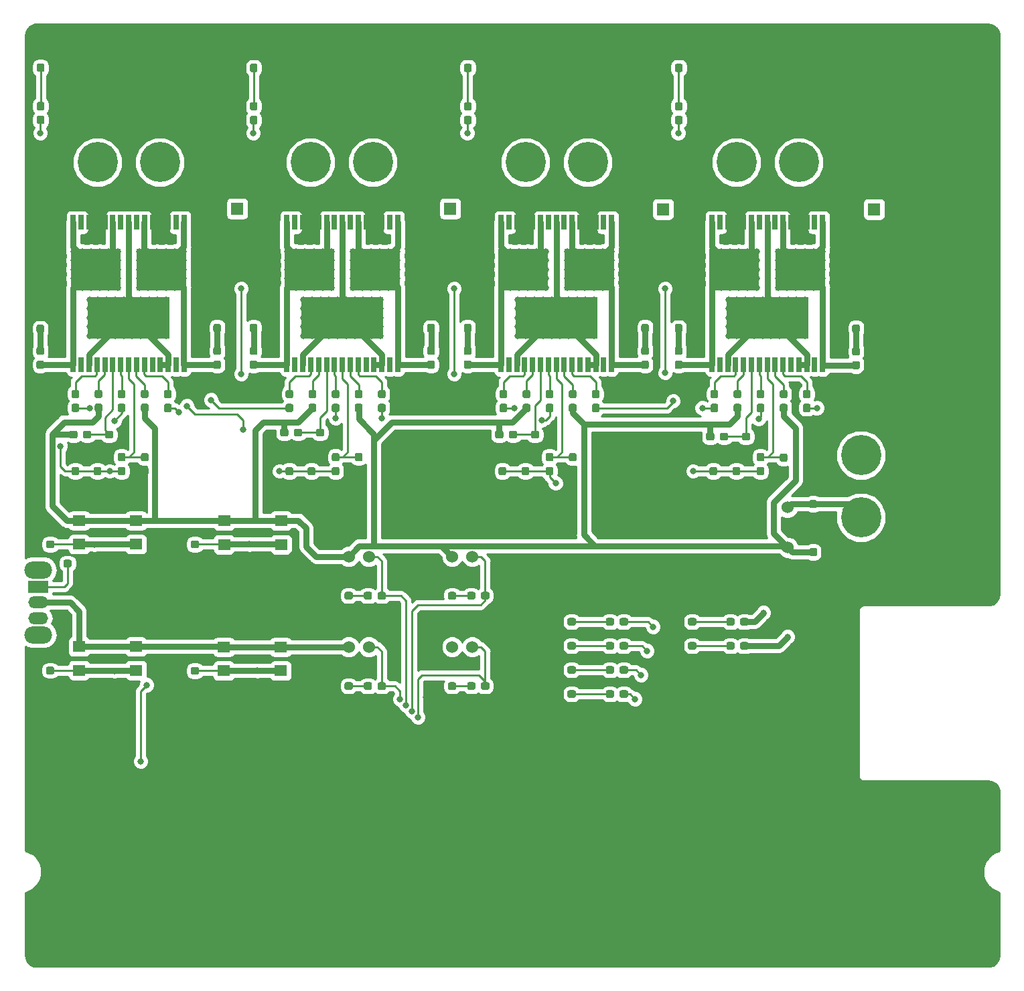
<source format=gbr>
G04 #@! TF.GenerationSoftware,KiCad,Pcbnew,(5.0.0)*
G04 #@! TF.CreationDate,2019-12-13T16:41:54-06:00*
G04 #@! TF.ProjectId,ScienceMotorController_Hardware,536369656E63654D6F746F72436F6E74,rev?*
G04 #@! TF.SameCoordinates,Original*
G04 #@! TF.FileFunction,Copper,L1,Top,Signal*
G04 #@! TF.FilePolarity,Positive*
%FSLAX46Y46*%
G04 Gerber Fmt 4.6, Leading zero omitted, Abs format (unit mm)*
G04 Created by KiCad (PCBNEW (5.0.0)) date 12/13/19 16:41:54*
%MOMM*%
%LPD*%
G01*
G04 APERTURE LIST*
G04 #@! TA.AperFunction,ComponentPad*
%ADD10C,1.600000*%
G04 #@! TD*
G04 #@! TA.AperFunction,ComponentPad*
%ADD11R,1.600000X1.600000*%
G04 #@! TD*
G04 #@! TA.AperFunction,SMDPad,CuDef*
%ADD12R,6.223000X5.257800*%
G04 #@! TD*
G04 #@! TA.AperFunction,SMDPad,CuDef*
%ADD13R,10.312400X5.257800*%
G04 #@! TD*
G04 #@! TA.AperFunction,SMDPad,CuDef*
%ADD14R,0.635000X1.854200*%
G04 #@! TD*
G04 #@! TA.AperFunction,Conductor*
%ADD15C,0.100000*%
G04 #@! TD*
G04 #@! TA.AperFunction,SMDPad,CuDef*
%ADD16C,0.950000*%
G04 #@! TD*
G04 #@! TA.AperFunction,ComponentPad*
%ADD17C,5.080000*%
G04 #@! TD*
G04 #@! TA.AperFunction,SMDPad,CuDef*
%ADD18R,1.600000X1.400000*%
G04 #@! TD*
G04 #@! TA.AperFunction,ComponentPad*
%ADD19C,1.524000*%
G04 #@! TD*
G04 #@! TA.AperFunction,ComponentPad*
%ADD20R,2.500000X1.500000*%
G04 #@! TD*
G04 #@! TA.AperFunction,ComponentPad*
%ADD21O,2.500000X1.500000*%
G04 #@! TD*
G04 #@! TA.AperFunction,ComponentPad*
%ADD22O,3.500000X2.200000*%
G04 #@! TD*
G04 #@! TA.AperFunction,ViaPad*
%ADD23C,0.800000*%
G04 #@! TD*
G04 #@! TA.AperFunction,Conductor*
%ADD24C,0.254000*%
G04 #@! TD*
G04 #@! TA.AperFunction,Conductor*
%ADD25C,0.762000*%
G04 #@! TD*
G04 #@! TA.AperFunction,Conductor*
%ADD26C,0.250000*%
G04 #@! TD*
G04 APERTURE END LIST*
D10*
G04 #@! TO.P,C3,2*
G04 #@! TO.N,GND*
X119888000Y-64826000D03*
D11*
G04 #@! TO.P,C3,1*
G04 #@! TO.N,+12VA*
X119888000Y-68326000D03*
G04 #@! TD*
D12*
G04 #@! TO.P,U5,33*
G04 #@! TO.N,M2_OUT_B*
X83501099Y-75946000D03*
D13*
G04 #@! TO.P,U5,32*
G04 #@! TO.N,+12VA*
X79335499Y-82042000D03*
D12*
G04 #@! TO.P,U5,31*
G04 #@! TO.N,M2_OUT_A*
X75169899Y-75946000D03*
D14*
G04 #@! TO.P,U5,30*
X72335498Y-69989700D03*
G04 #@! TO.P,U5,29*
G04 #@! TO.N,Net-(U5-Pad29)*
X73335498Y-69989700D03*
G04 #@! TO.P,U5,28*
G04 #@! TO.N,GND*
X74335499Y-69989700D03*
G04 #@! TO.P,U5,27*
X75335499Y-69989700D03*
G04 #@! TO.P,U5,26*
X76335500Y-69989700D03*
G04 #@! TO.P,U5,25*
G04 #@! TO.N,M2_OUT_A*
X77335498Y-69989700D03*
G04 #@! TO.P,U5,24*
G04 #@! TO.N,Net-(U5-Pad24)*
X78335498Y-69989700D03*
G04 #@! TO.P,U5,23*
G04 #@! TO.N,+12VA*
X79335499Y-69989700D03*
G04 #@! TO.P,U5,22*
G04 #@! TO.N,Net-(U5-Pad22)*
X80335500Y-69989700D03*
G04 #@! TO.P,U5,21*
G04 #@! TO.N,M2_OUT_B*
X81335500Y-69989700D03*
G04 #@! TO.P,U5,20*
G04 #@! TO.N,GND*
X82335498Y-69989700D03*
G04 #@! TO.P,U5,19*
X83335499Y-69989700D03*
G04 #@! TO.P,U5,18*
X84335499Y-69989700D03*
G04 #@! TO.P,U5,17*
G04 #@! TO.N,Net-(U5-Pad17)*
X85335500Y-69989700D03*
G04 #@! TO.P,U5,16*
G04 #@! TO.N,M2_OUT_B*
X86335498Y-69989700D03*
G04 #@! TO.P,U5,15*
X86335500Y-87998300D03*
G04 #@! TO.P,U5,14*
G04 #@! TO.N,Net-(U5-Pad14)*
X85335500Y-87998300D03*
G04 #@! TO.P,U5,13*
G04 #@! TO.N,+12VA*
X84335499Y-87998300D03*
G04 #@! TO.P,U5,12*
X83335499Y-87998300D03*
G04 #@! TO.P,U5,11*
G04 #@! TO.N,Net-(U5-Pad11)*
X82335498Y-87998300D03*
G04 #@! TO.P,U5,10*
G04 #@! TO.N,Net-(R14-Pad2)*
X81335500Y-87998300D03*
G04 #@! TO.P,U5,9*
G04 #@! TO.N,Net-(R13-Pad2)*
X80335500Y-87998300D03*
G04 #@! TO.P,U5,8*
G04 #@! TO.N,Net-(R11-Pad2)*
X79335499Y-87998300D03*
G04 #@! TO.P,U5,7*
G04 #@! TO.N,Net-(R10-Pad2)*
X78335498Y-87998300D03*
G04 #@! TO.P,U5,6*
G04 #@! TO.N,Net-(R60-Pad2)*
X77335498Y-87998300D03*
G04 #@! TO.P,U5,5*
G04 #@! TO.N,Net-(R9-Pad2)*
X76335500Y-87998300D03*
G04 #@! TO.P,U5,4*
G04 #@! TO.N,Net-(R8-Pad2)*
X75335499Y-87998300D03*
G04 #@! TO.P,U5,3*
G04 #@! TO.N,+12VA*
X74335499Y-87998300D03*
G04 #@! TO.P,U5,2*
G04 #@! TO.N,Net-(U5-Pad2)*
X73335498Y-87998300D03*
G04 #@! TO.P,U5,1*
G04 #@! TO.N,M2_OUT_A*
X72335500Y-87998300D03*
G04 #@! TD*
D15*
G04 #@! TO.N,LS_4*
G04 #@! TO.C,R43*
G36*
X97705779Y-128177144D02*
X97728834Y-128180563D01*
X97751443Y-128186227D01*
X97773387Y-128194079D01*
X97794457Y-128204044D01*
X97814448Y-128216026D01*
X97833168Y-128229910D01*
X97850438Y-128245562D01*
X97866090Y-128262832D01*
X97879974Y-128281552D01*
X97891956Y-128301543D01*
X97901921Y-128322613D01*
X97909773Y-128344557D01*
X97915437Y-128367166D01*
X97918856Y-128390221D01*
X97920000Y-128413500D01*
X97920000Y-128888500D01*
X97918856Y-128911779D01*
X97915437Y-128934834D01*
X97909773Y-128957443D01*
X97901921Y-128979387D01*
X97891956Y-129000457D01*
X97879974Y-129020448D01*
X97866090Y-129039168D01*
X97850438Y-129056438D01*
X97833168Y-129072090D01*
X97814448Y-129085974D01*
X97794457Y-129097956D01*
X97773387Y-129107921D01*
X97751443Y-129115773D01*
X97728834Y-129121437D01*
X97705779Y-129124856D01*
X97682500Y-129126000D01*
X97107500Y-129126000D01*
X97084221Y-129124856D01*
X97061166Y-129121437D01*
X97038557Y-129115773D01*
X97016613Y-129107921D01*
X96995543Y-129097956D01*
X96975552Y-129085974D01*
X96956832Y-129072090D01*
X96939562Y-129056438D01*
X96923910Y-129039168D01*
X96910026Y-129020448D01*
X96898044Y-129000457D01*
X96888079Y-128979387D01*
X96880227Y-128957443D01*
X96874563Y-128934834D01*
X96871144Y-128911779D01*
X96870000Y-128888500D01*
X96870000Y-128413500D01*
X96871144Y-128390221D01*
X96874563Y-128367166D01*
X96880227Y-128344557D01*
X96888079Y-128322613D01*
X96898044Y-128301543D01*
X96910026Y-128281552D01*
X96923910Y-128262832D01*
X96939562Y-128245562D01*
X96956832Y-128229910D01*
X96975552Y-128216026D01*
X96995543Y-128204044D01*
X97016613Y-128194079D01*
X97038557Y-128186227D01*
X97061166Y-128180563D01*
X97084221Y-128177144D01*
X97107500Y-128176000D01*
X97682500Y-128176000D01*
X97705779Y-128177144D01*
X97705779Y-128177144D01*
G37*
D16*
G04 #@! TD*
G04 #@! TO.P,R43,1*
G04 #@! TO.N,LS_4*
X97395000Y-128651000D03*
D15*
G04 #@! TO.N,Net-(D10-Pad2)*
G04 #@! TO.C,R43*
G36*
X95955779Y-128177144D02*
X95978834Y-128180563D01*
X96001443Y-128186227D01*
X96023387Y-128194079D01*
X96044457Y-128204044D01*
X96064448Y-128216026D01*
X96083168Y-128229910D01*
X96100438Y-128245562D01*
X96116090Y-128262832D01*
X96129974Y-128281552D01*
X96141956Y-128301543D01*
X96151921Y-128322613D01*
X96159773Y-128344557D01*
X96165437Y-128367166D01*
X96168856Y-128390221D01*
X96170000Y-128413500D01*
X96170000Y-128888500D01*
X96168856Y-128911779D01*
X96165437Y-128934834D01*
X96159773Y-128957443D01*
X96151921Y-128979387D01*
X96141956Y-129000457D01*
X96129974Y-129020448D01*
X96116090Y-129039168D01*
X96100438Y-129056438D01*
X96083168Y-129072090D01*
X96064448Y-129085974D01*
X96044457Y-129097956D01*
X96023387Y-129107921D01*
X96001443Y-129115773D01*
X95978834Y-129121437D01*
X95955779Y-129124856D01*
X95932500Y-129126000D01*
X95357500Y-129126000D01*
X95334221Y-129124856D01*
X95311166Y-129121437D01*
X95288557Y-129115773D01*
X95266613Y-129107921D01*
X95245543Y-129097956D01*
X95225552Y-129085974D01*
X95206832Y-129072090D01*
X95189562Y-129056438D01*
X95173910Y-129039168D01*
X95160026Y-129020448D01*
X95148044Y-129000457D01*
X95138079Y-128979387D01*
X95130227Y-128957443D01*
X95124563Y-128934834D01*
X95121144Y-128911779D01*
X95120000Y-128888500D01*
X95120000Y-128413500D01*
X95121144Y-128390221D01*
X95124563Y-128367166D01*
X95130227Y-128344557D01*
X95138079Y-128322613D01*
X95148044Y-128301543D01*
X95160026Y-128281552D01*
X95173910Y-128262832D01*
X95189562Y-128245562D01*
X95206832Y-128229910D01*
X95225552Y-128216026D01*
X95245543Y-128204044D01*
X95266613Y-128194079D01*
X95288557Y-128186227D01*
X95311166Y-128180563D01*
X95334221Y-128177144D01*
X95357500Y-128176000D01*
X95932500Y-128176000D01*
X95955779Y-128177144D01*
X95955779Y-128177144D01*
G37*
D16*
G04 #@! TD*
G04 #@! TO.P,R43,2*
G04 #@! TO.N,Net-(D10-Pad2)*
X95645000Y-128651000D03*
D15*
G04 #@! TO.N,Net-(D4-Pad2)*
G04 #@! TO.C,R36*
G36*
X113481779Y-120049144D02*
X113504834Y-120052563D01*
X113527443Y-120058227D01*
X113549387Y-120066079D01*
X113570457Y-120076044D01*
X113590448Y-120088026D01*
X113609168Y-120101910D01*
X113626438Y-120117562D01*
X113642090Y-120134832D01*
X113655974Y-120153552D01*
X113667956Y-120173543D01*
X113677921Y-120194613D01*
X113685773Y-120216557D01*
X113691437Y-120239166D01*
X113694856Y-120262221D01*
X113696000Y-120285500D01*
X113696000Y-120760500D01*
X113694856Y-120783779D01*
X113691437Y-120806834D01*
X113685773Y-120829443D01*
X113677921Y-120851387D01*
X113667956Y-120872457D01*
X113655974Y-120892448D01*
X113642090Y-120911168D01*
X113626438Y-120928438D01*
X113609168Y-120944090D01*
X113590448Y-120957974D01*
X113570457Y-120969956D01*
X113549387Y-120979921D01*
X113527443Y-120987773D01*
X113504834Y-120993437D01*
X113481779Y-120996856D01*
X113458500Y-120998000D01*
X112883500Y-120998000D01*
X112860221Y-120996856D01*
X112837166Y-120993437D01*
X112814557Y-120987773D01*
X112792613Y-120979921D01*
X112771543Y-120969956D01*
X112751552Y-120957974D01*
X112732832Y-120944090D01*
X112715562Y-120928438D01*
X112699910Y-120911168D01*
X112686026Y-120892448D01*
X112674044Y-120872457D01*
X112664079Y-120851387D01*
X112656227Y-120829443D01*
X112650563Y-120806834D01*
X112647144Y-120783779D01*
X112646000Y-120760500D01*
X112646000Y-120285500D01*
X112647144Y-120262221D01*
X112650563Y-120239166D01*
X112656227Y-120216557D01*
X112664079Y-120194613D01*
X112674044Y-120173543D01*
X112686026Y-120153552D01*
X112699910Y-120134832D01*
X112715562Y-120117562D01*
X112732832Y-120101910D01*
X112751552Y-120088026D01*
X112771543Y-120076044D01*
X112792613Y-120066079D01*
X112814557Y-120058227D01*
X112837166Y-120052563D01*
X112860221Y-120049144D01*
X112883500Y-120048000D01*
X113458500Y-120048000D01*
X113481779Y-120049144D01*
X113481779Y-120049144D01*
G37*
D16*
G04 #@! TD*
G04 #@! TO.P,R36,2*
G04 #@! TO.N,Net-(D4-Pad2)*
X113171000Y-120523000D03*
D15*
G04 #@! TO.N,SW_IND_1*
G04 #@! TO.C,R36*
G36*
X115231779Y-120049144D02*
X115254834Y-120052563D01*
X115277443Y-120058227D01*
X115299387Y-120066079D01*
X115320457Y-120076044D01*
X115340448Y-120088026D01*
X115359168Y-120101910D01*
X115376438Y-120117562D01*
X115392090Y-120134832D01*
X115405974Y-120153552D01*
X115417956Y-120173543D01*
X115427921Y-120194613D01*
X115435773Y-120216557D01*
X115441437Y-120239166D01*
X115444856Y-120262221D01*
X115446000Y-120285500D01*
X115446000Y-120760500D01*
X115444856Y-120783779D01*
X115441437Y-120806834D01*
X115435773Y-120829443D01*
X115427921Y-120851387D01*
X115417956Y-120872457D01*
X115405974Y-120892448D01*
X115392090Y-120911168D01*
X115376438Y-120928438D01*
X115359168Y-120944090D01*
X115340448Y-120957974D01*
X115320457Y-120969956D01*
X115299387Y-120979921D01*
X115277443Y-120987773D01*
X115254834Y-120993437D01*
X115231779Y-120996856D01*
X115208500Y-120998000D01*
X114633500Y-120998000D01*
X114610221Y-120996856D01*
X114587166Y-120993437D01*
X114564557Y-120987773D01*
X114542613Y-120979921D01*
X114521543Y-120969956D01*
X114501552Y-120957974D01*
X114482832Y-120944090D01*
X114465562Y-120928438D01*
X114449910Y-120911168D01*
X114436026Y-120892448D01*
X114424044Y-120872457D01*
X114414079Y-120851387D01*
X114406227Y-120829443D01*
X114400563Y-120806834D01*
X114397144Y-120783779D01*
X114396000Y-120760500D01*
X114396000Y-120285500D01*
X114397144Y-120262221D01*
X114400563Y-120239166D01*
X114406227Y-120216557D01*
X114414079Y-120194613D01*
X114424044Y-120173543D01*
X114436026Y-120153552D01*
X114449910Y-120134832D01*
X114465562Y-120117562D01*
X114482832Y-120101910D01*
X114501552Y-120088026D01*
X114521543Y-120076044D01*
X114542613Y-120066079D01*
X114564557Y-120058227D01*
X114587166Y-120052563D01*
X114610221Y-120049144D01*
X114633500Y-120048000D01*
X115208500Y-120048000D01*
X115231779Y-120049144D01*
X115231779Y-120049144D01*
G37*
D16*
G04 #@! TD*
G04 #@! TO.P,R36,1*
G04 #@! TO.N,SW_IND_1*
X114921000Y-120523000D03*
D15*
G04 #@! TO.N,Net-(D5-Pad2)*
G04 #@! TO.C,R37*
G36*
X113481779Y-123097144D02*
X113504834Y-123100563D01*
X113527443Y-123106227D01*
X113549387Y-123114079D01*
X113570457Y-123124044D01*
X113590448Y-123136026D01*
X113609168Y-123149910D01*
X113626438Y-123165562D01*
X113642090Y-123182832D01*
X113655974Y-123201552D01*
X113667956Y-123221543D01*
X113677921Y-123242613D01*
X113685773Y-123264557D01*
X113691437Y-123287166D01*
X113694856Y-123310221D01*
X113696000Y-123333500D01*
X113696000Y-123808500D01*
X113694856Y-123831779D01*
X113691437Y-123854834D01*
X113685773Y-123877443D01*
X113677921Y-123899387D01*
X113667956Y-123920457D01*
X113655974Y-123940448D01*
X113642090Y-123959168D01*
X113626438Y-123976438D01*
X113609168Y-123992090D01*
X113590448Y-124005974D01*
X113570457Y-124017956D01*
X113549387Y-124027921D01*
X113527443Y-124035773D01*
X113504834Y-124041437D01*
X113481779Y-124044856D01*
X113458500Y-124046000D01*
X112883500Y-124046000D01*
X112860221Y-124044856D01*
X112837166Y-124041437D01*
X112814557Y-124035773D01*
X112792613Y-124027921D01*
X112771543Y-124017956D01*
X112751552Y-124005974D01*
X112732832Y-123992090D01*
X112715562Y-123976438D01*
X112699910Y-123959168D01*
X112686026Y-123940448D01*
X112674044Y-123920457D01*
X112664079Y-123899387D01*
X112656227Y-123877443D01*
X112650563Y-123854834D01*
X112647144Y-123831779D01*
X112646000Y-123808500D01*
X112646000Y-123333500D01*
X112647144Y-123310221D01*
X112650563Y-123287166D01*
X112656227Y-123264557D01*
X112664079Y-123242613D01*
X112674044Y-123221543D01*
X112686026Y-123201552D01*
X112699910Y-123182832D01*
X112715562Y-123165562D01*
X112732832Y-123149910D01*
X112751552Y-123136026D01*
X112771543Y-123124044D01*
X112792613Y-123114079D01*
X112814557Y-123106227D01*
X112837166Y-123100563D01*
X112860221Y-123097144D01*
X112883500Y-123096000D01*
X113458500Y-123096000D01*
X113481779Y-123097144D01*
X113481779Y-123097144D01*
G37*
D16*
G04 #@! TD*
G04 #@! TO.P,R37,2*
G04 #@! TO.N,Net-(D5-Pad2)*
X113171000Y-123571000D03*
D15*
G04 #@! TO.N,SW_IND_2*
G04 #@! TO.C,R37*
G36*
X115231779Y-123097144D02*
X115254834Y-123100563D01*
X115277443Y-123106227D01*
X115299387Y-123114079D01*
X115320457Y-123124044D01*
X115340448Y-123136026D01*
X115359168Y-123149910D01*
X115376438Y-123165562D01*
X115392090Y-123182832D01*
X115405974Y-123201552D01*
X115417956Y-123221543D01*
X115427921Y-123242613D01*
X115435773Y-123264557D01*
X115441437Y-123287166D01*
X115444856Y-123310221D01*
X115446000Y-123333500D01*
X115446000Y-123808500D01*
X115444856Y-123831779D01*
X115441437Y-123854834D01*
X115435773Y-123877443D01*
X115427921Y-123899387D01*
X115417956Y-123920457D01*
X115405974Y-123940448D01*
X115392090Y-123959168D01*
X115376438Y-123976438D01*
X115359168Y-123992090D01*
X115340448Y-124005974D01*
X115320457Y-124017956D01*
X115299387Y-124027921D01*
X115277443Y-124035773D01*
X115254834Y-124041437D01*
X115231779Y-124044856D01*
X115208500Y-124046000D01*
X114633500Y-124046000D01*
X114610221Y-124044856D01*
X114587166Y-124041437D01*
X114564557Y-124035773D01*
X114542613Y-124027921D01*
X114521543Y-124017956D01*
X114501552Y-124005974D01*
X114482832Y-123992090D01*
X114465562Y-123976438D01*
X114449910Y-123959168D01*
X114436026Y-123940448D01*
X114424044Y-123920457D01*
X114414079Y-123899387D01*
X114406227Y-123877443D01*
X114400563Y-123854834D01*
X114397144Y-123831779D01*
X114396000Y-123808500D01*
X114396000Y-123333500D01*
X114397144Y-123310221D01*
X114400563Y-123287166D01*
X114406227Y-123264557D01*
X114414079Y-123242613D01*
X114424044Y-123221543D01*
X114436026Y-123201552D01*
X114449910Y-123182832D01*
X114465562Y-123165562D01*
X114482832Y-123149910D01*
X114501552Y-123136026D01*
X114521543Y-123124044D01*
X114542613Y-123114079D01*
X114564557Y-123106227D01*
X114587166Y-123100563D01*
X114610221Y-123097144D01*
X114633500Y-123096000D01*
X115208500Y-123096000D01*
X115231779Y-123097144D01*
X115231779Y-123097144D01*
G37*
D16*
G04 #@! TD*
G04 #@! TO.P,R37,1*
G04 #@! TO.N,SW_IND_2*
X114921000Y-123571000D03*
D15*
G04 #@! TO.N,SW_IND_3*
G04 #@! TO.C,R38*
G36*
X115231779Y-126145144D02*
X115254834Y-126148563D01*
X115277443Y-126154227D01*
X115299387Y-126162079D01*
X115320457Y-126172044D01*
X115340448Y-126184026D01*
X115359168Y-126197910D01*
X115376438Y-126213562D01*
X115392090Y-126230832D01*
X115405974Y-126249552D01*
X115417956Y-126269543D01*
X115427921Y-126290613D01*
X115435773Y-126312557D01*
X115441437Y-126335166D01*
X115444856Y-126358221D01*
X115446000Y-126381500D01*
X115446000Y-126856500D01*
X115444856Y-126879779D01*
X115441437Y-126902834D01*
X115435773Y-126925443D01*
X115427921Y-126947387D01*
X115417956Y-126968457D01*
X115405974Y-126988448D01*
X115392090Y-127007168D01*
X115376438Y-127024438D01*
X115359168Y-127040090D01*
X115340448Y-127053974D01*
X115320457Y-127065956D01*
X115299387Y-127075921D01*
X115277443Y-127083773D01*
X115254834Y-127089437D01*
X115231779Y-127092856D01*
X115208500Y-127094000D01*
X114633500Y-127094000D01*
X114610221Y-127092856D01*
X114587166Y-127089437D01*
X114564557Y-127083773D01*
X114542613Y-127075921D01*
X114521543Y-127065956D01*
X114501552Y-127053974D01*
X114482832Y-127040090D01*
X114465562Y-127024438D01*
X114449910Y-127007168D01*
X114436026Y-126988448D01*
X114424044Y-126968457D01*
X114414079Y-126947387D01*
X114406227Y-126925443D01*
X114400563Y-126902834D01*
X114397144Y-126879779D01*
X114396000Y-126856500D01*
X114396000Y-126381500D01*
X114397144Y-126358221D01*
X114400563Y-126335166D01*
X114406227Y-126312557D01*
X114414079Y-126290613D01*
X114424044Y-126269543D01*
X114436026Y-126249552D01*
X114449910Y-126230832D01*
X114465562Y-126213562D01*
X114482832Y-126197910D01*
X114501552Y-126184026D01*
X114521543Y-126172044D01*
X114542613Y-126162079D01*
X114564557Y-126154227D01*
X114587166Y-126148563D01*
X114610221Y-126145144D01*
X114633500Y-126144000D01*
X115208500Y-126144000D01*
X115231779Y-126145144D01*
X115231779Y-126145144D01*
G37*
D16*
G04 #@! TD*
G04 #@! TO.P,R38,1*
G04 #@! TO.N,SW_IND_3*
X114921000Y-126619000D03*
D15*
G04 #@! TO.N,Net-(D6-Pad2)*
G04 #@! TO.C,R38*
G36*
X113481779Y-126145144D02*
X113504834Y-126148563D01*
X113527443Y-126154227D01*
X113549387Y-126162079D01*
X113570457Y-126172044D01*
X113590448Y-126184026D01*
X113609168Y-126197910D01*
X113626438Y-126213562D01*
X113642090Y-126230832D01*
X113655974Y-126249552D01*
X113667956Y-126269543D01*
X113677921Y-126290613D01*
X113685773Y-126312557D01*
X113691437Y-126335166D01*
X113694856Y-126358221D01*
X113696000Y-126381500D01*
X113696000Y-126856500D01*
X113694856Y-126879779D01*
X113691437Y-126902834D01*
X113685773Y-126925443D01*
X113677921Y-126947387D01*
X113667956Y-126968457D01*
X113655974Y-126988448D01*
X113642090Y-127007168D01*
X113626438Y-127024438D01*
X113609168Y-127040090D01*
X113590448Y-127053974D01*
X113570457Y-127065956D01*
X113549387Y-127075921D01*
X113527443Y-127083773D01*
X113504834Y-127089437D01*
X113481779Y-127092856D01*
X113458500Y-127094000D01*
X112883500Y-127094000D01*
X112860221Y-127092856D01*
X112837166Y-127089437D01*
X112814557Y-127083773D01*
X112792613Y-127075921D01*
X112771543Y-127065956D01*
X112751552Y-127053974D01*
X112732832Y-127040090D01*
X112715562Y-127024438D01*
X112699910Y-127007168D01*
X112686026Y-126988448D01*
X112674044Y-126968457D01*
X112664079Y-126947387D01*
X112656227Y-126925443D01*
X112650563Y-126902834D01*
X112647144Y-126879779D01*
X112646000Y-126856500D01*
X112646000Y-126381500D01*
X112647144Y-126358221D01*
X112650563Y-126335166D01*
X112656227Y-126312557D01*
X112664079Y-126290613D01*
X112674044Y-126269543D01*
X112686026Y-126249552D01*
X112699910Y-126230832D01*
X112715562Y-126213562D01*
X112732832Y-126197910D01*
X112751552Y-126184026D01*
X112771543Y-126172044D01*
X112792613Y-126162079D01*
X112814557Y-126154227D01*
X112837166Y-126148563D01*
X112860221Y-126145144D01*
X112883500Y-126144000D01*
X113458500Y-126144000D01*
X113481779Y-126145144D01*
X113481779Y-126145144D01*
G37*
D16*
G04 #@! TD*
G04 #@! TO.P,R38,2*
G04 #@! TO.N,Net-(D6-Pad2)*
X113171000Y-126619000D03*
D15*
G04 #@! TO.N,Net-(D7-Pad2)*
G04 #@! TO.C,R39*
G36*
X113481779Y-129193144D02*
X113504834Y-129196563D01*
X113527443Y-129202227D01*
X113549387Y-129210079D01*
X113570457Y-129220044D01*
X113590448Y-129232026D01*
X113609168Y-129245910D01*
X113626438Y-129261562D01*
X113642090Y-129278832D01*
X113655974Y-129297552D01*
X113667956Y-129317543D01*
X113677921Y-129338613D01*
X113685773Y-129360557D01*
X113691437Y-129383166D01*
X113694856Y-129406221D01*
X113696000Y-129429500D01*
X113696000Y-129904500D01*
X113694856Y-129927779D01*
X113691437Y-129950834D01*
X113685773Y-129973443D01*
X113677921Y-129995387D01*
X113667956Y-130016457D01*
X113655974Y-130036448D01*
X113642090Y-130055168D01*
X113626438Y-130072438D01*
X113609168Y-130088090D01*
X113590448Y-130101974D01*
X113570457Y-130113956D01*
X113549387Y-130123921D01*
X113527443Y-130131773D01*
X113504834Y-130137437D01*
X113481779Y-130140856D01*
X113458500Y-130142000D01*
X112883500Y-130142000D01*
X112860221Y-130140856D01*
X112837166Y-130137437D01*
X112814557Y-130131773D01*
X112792613Y-130123921D01*
X112771543Y-130113956D01*
X112751552Y-130101974D01*
X112732832Y-130088090D01*
X112715562Y-130072438D01*
X112699910Y-130055168D01*
X112686026Y-130036448D01*
X112674044Y-130016457D01*
X112664079Y-129995387D01*
X112656227Y-129973443D01*
X112650563Y-129950834D01*
X112647144Y-129927779D01*
X112646000Y-129904500D01*
X112646000Y-129429500D01*
X112647144Y-129406221D01*
X112650563Y-129383166D01*
X112656227Y-129360557D01*
X112664079Y-129338613D01*
X112674044Y-129317543D01*
X112686026Y-129297552D01*
X112699910Y-129278832D01*
X112715562Y-129261562D01*
X112732832Y-129245910D01*
X112751552Y-129232026D01*
X112771543Y-129220044D01*
X112792613Y-129210079D01*
X112814557Y-129202227D01*
X112837166Y-129196563D01*
X112860221Y-129193144D01*
X112883500Y-129192000D01*
X113458500Y-129192000D01*
X113481779Y-129193144D01*
X113481779Y-129193144D01*
G37*
D16*
G04 #@! TD*
G04 #@! TO.P,R39,2*
G04 #@! TO.N,Net-(D7-Pad2)*
X113171000Y-129667000D03*
D15*
G04 #@! TO.N,SW_ERR*
G04 #@! TO.C,R39*
G36*
X115231779Y-129193144D02*
X115254834Y-129196563D01*
X115277443Y-129202227D01*
X115299387Y-129210079D01*
X115320457Y-129220044D01*
X115340448Y-129232026D01*
X115359168Y-129245910D01*
X115376438Y-129261562D01*
X115392090Y-129278832D01*
X115405974Y-129297552D01*
X115417956Y-129317543D01*
X115427921Y-129338613D01*
X115435773Y-129360557D01*
X115441437Y-129383166D01*
X115444856Y-129406221D01*
X115446000Y-129429500D01*
X115446000Y-129904500D01*
X115444856Y-129927779D01*
X115441437Y-129950834D01*
X115435773Y-129973443D01*
X115427921Y-129995387D01*
X115417956Y-130016457D01*
X115405974Y-130036448D01*
X115392090Y-130055168D01*
X115376438Y-130072438D01*
X115359168Y-130088090D01*
X115340448Y-130101974D01*
X115320457Y-130113956D01*
X115299387Y-130123921D01*
X115277443Y-130131773D01*
X115254834Y-130137437D01*
X115231779Y-130140856D01*
X115208500Y-130142000D01*
X114633500Y-130142000D01*
X114610221Y-130140856D01*
X114587166Y-130137437D01*
X114564557Y-130131773D01*
X114542613Y-130123921D01*
X114521543Y-130113956D01*
X114501552Y-130101974D01*
X114482832Y-130088090D01*
X114465562Y-130072438D01*
X114449910Y-130055168D01*
X114436026Y-130036448D01*
X114424044Y-130016457D01*
X114414079Y-129995387D01*
X114406227Y-129973443D01*
X114400563Y-129950834D01*
X114397144Y-129927779D01*
X114396000Y-129904500D01*
X114396000Y-129429500D01*
X114397144Y-129406221D01*
X114400563Y-129383166D01*
X114406227Y-129360557D01*
X114414079Y-129338613D01*
X114424044Y-129317543D01*
X114436026Y-129297552D01*
X114449910Y-129278832D01*
X114465562Y-129261562D01*
X114482832Y-129245910D01*
X114501552Y-129232026D01*
X114521543Y-129220044D01*
X114542613Y-129210079D01*
X114564557Y-129202227D01*
X114587166Y-129196563D01*
X114610221Y-129193144D01*
X114633500Y-129192000D01*
X115208500Y-129192000D01*
X115231779Y-129193144D01*
X115231779Y-129193144D01*
G37*
D16*
G04 #@! TD*
G04 #@! TO.P,R39,1*
G04 #@! TO.N,SW_ERR*
X114921000Y-129667000D03*
D15*
G04 #@! TO.N,GND*
G04 #@! TO.C,C8*
G36*
X129419779Y-99185144D02*
X129442834Y-99188563D01*
X129465443Y-99194227D01*
X129487387Y-99202079D01*
X129508457Y-99212044D01*
X129528448Y-99224026D01*
X129547168Y-99237910D01*
X129564438Y-99253562D01*
X129580090Y-99270832D01*
X129593974Y-99289552D01*
X129605956Y-99309543D01*
X129615921Y-99330613D01*
X129623773Y-99352557D01*
X129629437Y-99375166D01*
X129632856Y-99398221D01*
X129634000Y-99421500D01*
X129634000Y-99996500D01*
X129632856Y-100019779D01*
X129629437Y-100042834D01*
X129623773Y-100065443D01*
X129615921Y-100087387D01*
X129605956Y-100108457D01*
X129593974Y-100128448D01*
X129580090Y-100147168D01*
X129564438Y-100164438D01*
X129547168Y-100180090D01*
X129528448Y-100193974D01*
X129508457Y-100205956D01*
X129487387Y-100215921D01*
X129465443Y-100223773D01*
X129442834Y-100229437D01*
X129419779Y-100232856D01*
X129396500Y-100234000D01*
X128921500Y-100234000D01*
X128898221Y-100232856D01*
X128875166Y-100229437D01*
X128852557Y-100223773D01*
X128830613Y-100215921D01*
X128809543Y-100205956D01*
X128789552Y-100193974D01*
X128770832Y-100180090D01*
X128753562Y-100164438D01*
X128737910Y-100147168D01*
X128724026Y-100128448D01*
X128712044Y-100108457D01*
X128702079Y-100087387D01*
X128694227Y-100065443D01*
X128688563Y-100042834D01*
X128685144Y-100019779D01*
X128684000Y-99996500D01*
X128684000Y-99421500D01*
X128685144Y-99398221D01*
X128688563Y-99375166D01*
X128694227Y-99352557D01*
X128702079Y-99330613D01*
X128712044Y-99309543D01*
X128724026Y-99289552D01*
X128737910Y-99270832D01*
X128753562Y-99253562D01*
X128770832Y-99237910D01*
X128789552Y-99224026D01*
X128809543Y-99212044D01*
X128830613Y-99202079D01*
X128852557Y-99194227D01*
X128875166Y-99188563D01*
X128898221Y-99185144D01*
X128921500Y-99184000D01*
X129396500Y-99184000D01*
X129419779Y-99185144D01*
X129419779Y-99185144D01*
G37*
D16*
G04 #@! TD*
G04 #@! TO.P,C8,2*
G04 #@! TO.N,GND*
X129159000Y-99709000D03*
D15*
G04 #@! TO.N,M4_CS*
G04 #@! TO.C,C8*
G36*
X129419779Y-100935144D02*
X129442834Y-100938563D01*
X129465443Y-100944227D01*
X129487387Y-100952079D01*
X129508457Y-100962044D01*
X129528448Y-100974026D01*
X129547168Y-100987910D01*
X129564438Y-101003562D01*
X129580090Y-101020832D01*
X129593974Y-101039552D01*
X129605956Y-101059543D01*
X129615921Y-101080613D01*
X129623773Y-101102557D01*
X129629437Y-101125166D01*
X129632856Y-101148221D01*
X129634000Y-101171500D01*
X129634000Y-101746500D01*
X129632856Y-101769779D01*
X129629437Y-101792834D01*
X129623773Y-101815443D01*
X129615921Y-101837387D01*
X129605956Y-101858457D01*
X129593974Y-101878448D01*
X129580090Y-101897168D01*
X129564438Y-101914438D01*
X129547168Y-101930090D01*
X129528448Y-101943974D01*
X129508457Y-101955956D01*
X129487387Y-101965921D01*
X129465443Y-101973773D01*
X129442834Y-101979437D01*
X129419779Y-101982856D01*
X129396500Y-101984000D01*
X128921500Y-101984000D01*
X128898221Y-101982856D01*
X128875166Y-101979437D01*
X128852557Y-101973773D01*
X128830613Y-101965921D01*
X128809543Y-101955956D01*
X128789552Y-101943974D01*
X128770832Y-101930090D01*
X128753562Y-101914438D01*
X128737910Y-101897168D01*
X128724026Y-101878448D01*
X128712044Y-101858457D01*
X128702079Y-101837387D01*
X128694227Y-101815443D01*
X128688563Y-101792834D01*
X128685144Y-101769779D01*
X128684000Y-101746500D01*
X128684000Y-101171500D01*
X128685144Y-101148221D01*
X128688563Y-101125166D01*
X128694227Y-101102557D01*
X128702079Y-101080613D01*
X128712044Y-101059543D01*
X128724026Y-101039552D01*
X128737910Y-101020832D01*
X128753562Y-101003562D01*
X128770832Y-100987910D01*
X128789552Y-100974026D01*
X128809543Y-100962044D01*
X128830613Y-100952079D01*
X128852557Y-100944227D01*
X128875166Y-100938563D01*
X128898221Y-100935144D01*
X128921500Y-100934000D01*
X129396500Y-100934000D01*
X129419779Y-100935144D01*
X129419779Y-100935144D01*
G37*
D16*
G04 #@! TD*
G04 #@! TO.P,C8,1*
G04 #@! TO.N,M4_CS*
X129159000Y-101459000D03*
D15*
G04 #@! TO.N,GND*
G04 #@! TO.C,C1*
G36*
X139117798Y-106860228D02*
X139140853Y-106863647D01*
X139163462Y-106869311D01*
X139185406Y-106877163D01*
X139206476Y-106887128D01*
X139226467Y-106899110D01*
X139245187Y-106912994D01*
X139262457Y-106928646D01*
X139278109Y-106945916D01*
X139291993Y-106964636D01*
X139303975Y-106984627D01*
X139313940Y-107005697D01*
X139321792Y-107027641D01*
X139327456Y-107050250D01*
X139330875Y-107073305D01*
X139332019Y-107096584D01*
X139332019Y-107671584D01*
X139330875Y-107694863D01*
X139327456Y-107717918D01*
X139321792Y-107740527D01*
X139313940Y-107762471D01*
X139303975Y-107783541D01*
X139291993Y-107803532D01*
X139278109Y-107822252D01*
X139262457Y-107839522D01*
X139245187Y-107855174D01*
X139226467Y-107869058D01*
X139206476Y-107881040D01*
X139185406Y-107891005D01*
X139163462Y-107898857D01*
X139140853Y-107904521D01*
X139117798Y-107907940D01*
X139094519Y-107909084D01*
X138619519Y-107909084D01*
X138596240Y-107907940D01*
X138573185Y-107904521D01*
X138550576Y-107898857D01*
X138528632Y-107891005D01*
X138507562Y-107881040D01*
X138487571Y-107869058D01*
X138468851Y-107855174D01*
X138451581Y-107839522D01*
X138435929Y-107822252D01*
X138422045Y-107803532D01*
X138410063Y-107783541D01*
X138400098Y-107762471D01*
X138392246Y-107740527D01*
X138386582Y-107717918D01*
X138383163Y-107694863D01*
X138382019Y-107671584D01*
X138382019Y-107096584D01*
X138383163Y-107073305D01*
X138386582Y-107050250D01*
X138392246Y-107027641D01*
X138400098Y-107005697D01*
X138410063Y-106984627D01*
X138422045Y-106964636D01*
X138435929Y-106945916D01*
X138451581Y-106928646D01*
X138468851Y-106912994D01*
X138487571Y-106899110D01*
X138507562Y-106887128D01*
X138528632Y-106877163D01*
X138550576Y-106869311D01*
X138573185Y-106863647D01*
X138596240Y-106860228D01*
X138619519Y-106859084D01*
X139094519Y-106859084D01*
X139117798Y-106860228D01*
X139117798Y-106860228D01*
G37*
D16*
G04 #@! TD*
G04 #@! TO.P,C1,2*
G04 #@! TO.N,GND*
X138857019Y-107384084D03*
D15*
G04 #@! TO.N,+12L*
G04 #@! TO.C,C1*
G36*
X139117798Y-105110228D02*
X139140853Y-105113647D01*
X139163462Y-105119311D01*
X139185406Y-105127163D01*
X139206476Y-105137128D01*
X139226467Y-105149110D01*
X139245187Y-105162994D01*
X139262457Y-105178646D01*
X139278109Y-105195916D01*
X139291993Y-105214636D01*
X139303975Y-105234627D01*
X139313940Y-105255697D01*
X139321792Y-105277641D01*
X139327456Y-105300250D01*
X139330875Y-105323305D01*
X139332019Y-105346584D01*
X139332019Y-105921584D01*
X139330875Y-105944863D01*
X139327456Y-105967918D01*
X139321792Y-105990527D01*
X139313940Y-106012471D01*
X139303975Y-106033541D01*
X139291993Y-106053532D01*
X139278109Y-106072252D01*
X139262457Y-106089522D01*
X139245187Y-106105174D01*
X139226467Y-106119058D01*
X139206476Y-106131040D01*
X139185406Y-106141005D01*
X139163462Y-106148857D01*
X139140853Y-106154521D01*
X139117798Y-106157940D01*
X139094519Y-106159084D01*
X138619519Y-106159084D01*
X138596240Y-106157940D01*
X138573185Y-106154521D01*
X138550576Y-106148857D01*
X138528632Y-106141005D01*
X138507562Y-106131040D01*
X138487571Y-106119058D01*
X138468851Y-106105174D01*
X138451581Y-106089522D01*
X138435929Y-106072252D01*
X138422045Y-106053532D01*
X138410063Y-106033541D01*
X138400098Y-106012471D01*
X138392246Y-105990527D01*
X138386582Y-105967918D01*
X138383163Y-105944863D01*
X138382019Y-105921584D01*
X138382019Y-105346584D01*
X138383163Y-105323305D01*
X138386582Y-105300250D01*
X138392246Y-105277641D01*
X138400098Y-105255697D01*
X138410063Y-105234627D01*
X138422045Y-105214636D01*
X138435929Y-105195916D01*
X138451581Y-105178646D01*
X138468851Y-105162994D01*
X138487571Y-105149110D01*
X138507562Y-105137128D01*
X138528632Y-105127163D01*
X138550576Y-105119311D01*
X138573185Y-105113647D01*
X138596240Y-105110228D01*
X138619519Y-105109084D01*
X139094519Y-105109084D01*
X139117798Y-105110228D01*
X139117798Y-105110228D01*
G37*
D16*
G04 #@! TD*
G04 #@! TO.P,C1,1*
G04 #@! TO.N,+12L*
X138857019Y-105634084D03*
D15*
G04 #@! TO.N,+3V3*
G04 #@! TO.C,C2*
G36*
X139117798Y-111178228D02*
X139140853Y-111181647D01*
X139163462Y-111187311D01*
X139185406Y-111195163D01*
X139206476Y-111205128D01*
X139226467Y-111217110D01*
X139245187Y-111230994D01*
X139262457Y-111246646D01*
X139278109Y-111263916D01*
X139291993Y-111282636D01*
X139303975Y-111302627D01*
X139313940Y-111323697D01*
X139321792Y-111345641D01*
X139327456Y-111368250D01*
X139330875Y-111391305D01*
X139332019Y-111414584D01*
X139332019Y-111989584D01*
X139330875Y-112012863D01*
X139327456Y-112035918D01*
X139321792Y-112058527D01*
X139313940Y-112080471D01*
X139303975Y-112101541D01*
X139291993Y-112121532D01*
X139278109Y-112140252D01*
X139262457Y-112157522D01*
X139245187Y-112173174D01*
X139226467Y-112187058D01*
X139206476Y-112199040D01*
X139185406Y-112209005D01*
X139163462Y-112216857D01*
X139140853Y-112222521D01*
X139117798Y-112225940D01*
X139094519Y-112227084D01*
X138619519Y-112227084D01*
X138596240Y-112225940D01*
X138573185Y-112222521D01*
X138550576Y-112216857D01*
X138528632Y-112209005D01*
X138507562Y-112199040D01*
X138487571Y-112187058D01*
X138468851Y-112173174D01*
X138451581Y-112157522D01*
X138435929Y-112140252D01*
X138422045Y-112121532D01*
X138410063Y-112101541D01*
X138400098Y-112080471D01*
X138392246Y-112058527D01*
X138386582Y-112035918D01*
X138383163Y-112012863D01*
X138382019Y-111989584D01*
X138382019Y-111414584D01*
X138383163Y-111391305D01*
X138386582Y-111368250D01*
X138392246Y-111345641D01*
X138400098Y-111323697D01*
X138410063Y-111302627D01*
X138422045Y-111282636D01*
X138435929Y-111263916D01*
X138451581Y-111246646D01*
X138468851Y-111230994D01*
X138487571Y-111217110D01*
X138507562Y-111205128D01*
X138528632Y-111195163D01*
X138550576Y-111187311D01*
X138573185Y-111181647D01*
X138596240Y-111178228D01*
X138619519Y-111177084D01*
X139094519Y-111177084D01*
X139117798Y-111178228D01*
X139117798Y-111178228D01*
G37*
D16*
G04 #@! TD*
G04 #@! TO.P,C2,1*
G04 #@! TO.N,+3V3*
X138857019Y-111702084D03*
D15*
G04 #@! TO.N,GND*
G04 #@! TO.C,C2*
G36*
X139117798Y-109428228D02*
X139140853Y-109431647D01*
X139163462Y-109437311D01*
X139185406Y-109445163D01*
X139206476Y-109455128D01*
X139226467Y-109467110D01*
X139245187Y-109480994D01*
X139262457Y-109496646D01*
X139278109Y-109513916D01*
X139291993Y-109532636D01*
X139303975Y-109552627D01*
X139313940Y-109573697D01*
X139321792Y-109595641D01*
X139327456Y-109618250D01*
X139330875Y-109641305D01*
X139332019Y-109664584D01*
X139332019Y-110239584D01*
X139330875Y-110262863D01*
X139327456Y-110285918D01*
X139321792Y-110308527D01*
X139313940Y-110330471D01*
X139303975Y-110351541D01*
X139291993Y-110371532D01*
X139278109Y-110390252D01*
X139262457Y-110407522D01*
X139245187Y-110423174D01*
X139226467Y-110437058D01*
X139206476Y-110449040D01*
X139185406Y-110459005D01*
X139163462Y-110466857D01*
X139140853Y-110472521D01*
X139117798Y-110475940D01*
X139094519Y-110477084D01*
X138619519Y-110477084D01*
X138596240Y-110475940D01*
X138573185Y-110472521D01*
X138550576Y-110466857D01*
X138528632Y-110459005D01*
X138507562Y-110449040D01*
X138487571Y-110437058D01*
X138468851Y-110423174D01*
X138451581Y-110407522D01*
X138435929Y-110390252D01*
X138422045Y-110371532D01*
X138410063Y-110351541D01*
X138400098Y-110330471D01*
X138392246Y-110308527D01*
X138386582Y-110285918D01*
X138383163Y-110262863D01*
X138382019Y-110239584D01*
X138382019Y-109664584D01*
X138383163Y-109641305D01*
X138386582Y-109618250D01*
X138392246Y-109595641D01*
X138400098Y-109573697D01*
X138410063Y-109552627D01*
X138422045Y-109532636D01*
X138435929Y-109513916D01*
X138451581Y-109496646D01*
X138468851Y-109480994D01*
X138487571Y-109467110D01*
X138507562Y-109455128D01*
X138528632Y-109445163D01*
X138550576Y-109437311D01*
X138573185Y-109431647D01*
X138596240Y-109428228D01*
X138619519Y-109427084D01*
X139094519Y-109427084D01*
X139117798Y-109428228D01*
X139117798Y-109428228D01*
G37*
D16*
G04 #@! TD*
G04 #@! TO.P,C2,2*
G04 #@! TO.N,GND*
X138857019Y-109952084D03*
D15*
G04 #@! TO.N,GND*
G04 #@! TO.C,C5*
G36*
X48647779Y-99171144D02*
X48670834Y-99174563D01*
X48693443Y-99180227D01*
X48715387Y-99188079D01*
X48736457Y-99198044D01*
X48756448Y-99210026D01*
X48775168Y-99223910D01*
X48792438Y-99239562D01*
X48808090Y-99256832D01*
X48821974Y-99275552D01*
X48833956Y-99295543D01*
X48843921Y-99316613D01*
X48851773Y-99338557D01*
X48857437Y-99361166D01*
X48860856Y-99384221D01*
X48862000Y-99407500D01*
X48862000Y-99982500D01*
X48860856Y-100005779D01*
X48857437Y-100028834D01*
X48851773Y-100051443D01*
X48843921Y-100073387D01*
X48833956Y-100094457D01*
X48821974Y-100114448D01*
X48808090Y-100133168D01*
X48792438Y-100150438D01*
X48775168Y-100166090D01*
X48756448Y-100179974D01*
X48736457Y-100191956D01*
X48715387Y-100201921D01*
X48693443Y-100209773D01*
X48670834Y-100215437D01*
X48647779Y-100218856D01*
X48624500Y-100220000D01*
X48149500Y-100220000D01*
X48126221Y-100218856D01*
X48103166Y-100215437D01*
X48080557Y-100209773D01*
X48058613Y-100201921D01*
X48037543Y-100191956D01*
X48017552Y-100179974D01*
X47998832Y-100166090D01*
X47981562Y-100150438D01*
X47965910Y-100133168D01*
X47952026Y-100114448D01*
X47940044Y-100094457D01*
X47930079Y-100073387D01*
X47922227Y-100051443D01*
X47916563Y-100028834D01*
X47913144Y-100005779D01*
X47912000Y-99982500D01*
X47912000Y-99407500D01*
X47913144Y-99384221D01*
X47916563Y-99361166D01*
X47922227Y-99338557D01*
X47930079Y-99316613D01*
X47940044Y-99295543D01*
X47952026Y-99275552D01*
X47965910Y-99256832D01*
X47981562Y-99239562D01*
X47998832Y-99223910D01*
X48017552Y-99210026D01*
X48037543Y-99198044D01*
X48058613Y-99188079D01*
X48080557Y-99180227D01*
X48103166Y-99174563D01*
X48126221Y-99171144D01*
X48149500Y-99170000D01*
X48624500Y-99170000D01*
X48647779Y-99171144D01*
X48647779Y-99171144D01*
G37*
D16*
G04 #@! TD*
G04 #@! TO.P,C5,2*
G04 #@! TO.N,GND*
X48387000Y-99695000D03*
D15*
G04 #@! TO.N,M1_CS*
G04 #@! TO.C,C5*
G36*
X48647779Y-100921144D02*
X48670834Y-100924563D01*
X48693443Y-100930227D01*
X48715387Y-100938079D01*
X48736457Y-100948044D01*
X48756448Y-100960026D01*
X48775168Y-100973910D01*
X48792438Y-100989562D01*
X48808090Y-101006832D01*
X48821974Y-101025552D01*
X48833956Y-101045543D01*
X48843921Y-101066613D01*
X48851773Y-101088557D01*
X48857437Y-101111166D01*
X48860856Y-101134221D01*
X48862000Y-101157500D01*
X48862000Y-101732500D01*
X48860856Y-101755779D01*
X48857437Y-101778834D01*
X48851773Y-101801443D01*
X48843921Y-101823387D01*
X48833956Y-101844457D01*
X48821974Y-101864448D01*
X48808090Y-101883168D01*
X48792438Y-101900438D01*
X48775168Y-101916090D01*
X48756448Y-101929974D01*
X48736457Y-101941956D01*
X48715387Y-101951921D01*
X48693443Y-101959773D01*
X48670834Y-101965437D01*
X48647779Y-101968856D01*
X48624500Y-101970000D01*
X48149500Y-101970000D01*
X48126221Y-101968856D01*
X48103166Y-101965437D01*
X48080557Y-101959773D01*
X48058613Y-101951921D01*
X48037543Y-101941956D01*
X48017552Y-101929974D01*
X47998832Y-101916090D01*
X47981562Y-101900438D01*
X47965910Y-101883168D01*
X47952026Y-101864448D01*
X47940044Y-101844457D01*
X47930079Y-101823387D01*
X47922227Y-101801443D01*
X47916563Y-101778834D01*
X47913144Y-101755779D01*
X47912000Y-101732500D01*
X47912000Y-101157500D01*
X47913144Y-101134221D01*
X47916563Y-101111166D01*
X47922227Y-101088557D01*
X47930079Y-101066613D01*
X47940044Y-101045543D01*
X47952026Y-101025552D01*
X47965910Y-101006832D01*
X47981562Y-100989562D01*
X47998832Y-100973910D01*
X48017552Y-100960026D01*
X48037543Y-100948044D01*
X48058613Y-100938079D01*
X48080557Y-100930227D01*
X48103166Y-100924563D01*
X48126221Y-100921144D01*
X48149500Y-100920000D01*
X48624500Y-100920000D01*
X48647779Y-100921144D01*
X48647779Y-100921144D01*
G37*
D16*
G04 #@! TD*
G04 #@! TO.P,C5,1*
G04 #@! TO.N,M1_CS*
X48387000Y-101445000D03*
D15*
G04 #@! TO.N,M2_CS*
G04 #@! TO.C,C6*
G36*
X75698779Y-100949144D02*
X75721834Y-100952563D01*
X75744443Y-100958227D01*
X75766387Y-100966079D01*
X75787457Y-100976044D01*
X75807448Y-100988026D01*
X75826168Y-101001910D01*
X75843438Y-101017562D01*
X75859090Y-101034832D01*
X75872974Y-101053552D01*
X75884956Y-101073543D01*
X75894921Y-101094613D01*
X75902773Y-101116557D01*
X75908437Y-101139166D01*
X75911856Y-101162221D01*
X75913000Y-101185500D01*
X75913000Y-101760500D01*
X75911856Y-101783779D01*
X75908437Y-101806834D01*
X75902773Y-101829443D01*
X75894921Y-101851387D01*
X75884956Y-101872457D01*
X75872974Y-101892448D01*
X75859090Y-101911168D01*
X75843438Y-101928438D01*
X75826168Y-101944090D01*
X75807448Y-101957974D01*
X75787457Y-101969956D01*
X75766387Y-101979921D01*
X75744443Y-101987773D01*
X75721834Y-101993437D01*
X75698779Y-101996856D01*
X75675500Y-101998000D01*
X75200500Y-101998000D01*
X75177221Y-101996856D01*
X75154166Y-101993437D01*
X75131557Y-101987773D01*
X75109613Y-101979921D01*
X75088543Y-101969956D01*
X75068552Y-101957974D01*
X75049832Y-101944090D01*
X75032562Y-101928438D01*
X75016910Y-101911168D01*
X75003026Y-101892448D01*
X74991044Y-101872457D01*
X74981079Y-101851387D01*
X74973227Y-101829443D01*
X74967563Y-101806834D01*
X74964144Y-101783779D01*
X74963000Y-101760500D01*
X74963000Y-101185500D01*
X74964144Y-101162221D01*
X74967563Y-101139166D01*
X74973227Y-101116557D01*
X74981079Y-101094613D01*
X74991044Y-101073543D01*
X75003026Y-101053552D01*
X75016910Y-101034832D01*
X75032562Y-101017562D01*
X75049832Y-101001910D01*
X75068552Y-100988026D01*
X75088543Y-100976044D01*
X75109613Y-100966079D01*
X75131557Y-100958227D01*
X75154166Y-100952563D01*
X75177221Y-100949144D01*
X75200500Y-100948000D01*
X75675500Y-100948000D01*
X75698779Y-100949144D01*
X75698779Y-100949144D01*
G37*
D16*
G04 #@! TD*
G04 #@! TO.P,C6,1*
G04 #@! TO.N,M2_CS*
X75438000Y-101473000D03*
D15*
G04 #@! TO.N,GND*
G04 #@! TO.C,C6*
G36*
X75698779Y-99199144D02*
X75721834Y-99202563D01*
X75744443Y-99208227D01*
X75766387Y-99216079D01*
X75787457Y-99226044D01*
X75807448Y-99238026D01*
X75826168Y-99251910D01*
X75843438Y-99267562D01*
X75859090Y-99284832D01*
X75872974Y-99303552D01*
X75884956Y-99323543D01*
X75894921Y-99344613D01*
X75902773Y-99366557D01*
X75908437Y-99389166D01*
X75911856Y-99412221D01*
X75913000Y-99435500D01*
X75913000Y-100010500D01*
X75911856Y-100033779D01*
X75908437Y-100056834D01*
X75902773Y-100079443D01*
X75894921Y-100101387D01*
X75884956Y-100122457D01*
X75872974Y-100142448D01*
X75859090Y-100161168D01*
X75843438Y-100178438D01*
X75826168Y-100194090D01*
X75807448Y-100207974D01*
X75787457Y-100219956D01*
X75766387Y-100229921D01*
X75744443Y-100237773D01*
X75721834Y-100243437D01*
X75698779Y-100246856D01*
X75675500Y-100248000D01*
X75200500Y-100248000D01*
X75177221Y-100246856D01*
X75154166Y-100243437D01*
X75131557Y-100237773D01*
X75109613Y-100229921D01*
X75088543Y-100219956D01*
X75068552Y-100207974D01*
X75049832Y-100194090D01*
X75032562Y-100178438D01*
X75016910Y-100161168D01*
X75003026Y-100142448D01*
X74991044Y-100122457D01*
X74981079Y-100101387D01*
X74973227Y-100079443D01*
X74967563Y-100056834D01*
X74964144Y-100033779D01*
X74963000Y-100010500D01*
X74963000Y-99435500D01*
X74964144Y-99412221D01*
X74967563Y-99389166D01*
X74973227Y-99366557D01*
X74981079Y-99344613D01*
X74991044Y-99323543D01*
X75003026Y-99303552D01*
X75016910Y-99284832D01*
X75032562Y-99267562D01*
X75049832Y-99251910D01*
X75068552Y-99238026D01*
X75088543Y-99226044D01*
X75109613Y-99216079D01*
X75131557Y-99208227D01*
X75154166Y-99202563D01*
X75177221Y-99199144D01*
X75200500Y-99198000D01*
X75675500Y-99198000D01*
X75698779Y-99199144D01*
X75698779Y-99199144D01*
G37*
D16*
G04 #@! TD*
G04 #@! TO.P,C6,2*
G04 #@! TO.N,GND*
X75438000Y-99723000D03*
D15*
G04 #@! TO.N,M3_CS*
G04 #@! TO.C,C7*
G36*
X102749779Y-100935144D02*
X102772834Y-100938563D01*
X102795443Y-100944227D01*
X102817387Y-100952079D01*
X102838457Y-100962044D01*
X102858448Y-100974026D01*
X102877168Y-100987910D01*
X102894438Y-101003562D01*
X102910090Y-101020832D01*
X102923974Y-101039552D01*
X102935956Y-101059543D01*
X102945921Y-101080613D01*
X102953773Y-101102557D01*
X102959437Y-101125166D01*
X102962856Y-101148221D01*
X102964000Y-101171500D01*
X102964000Y-101746500D01*
X102962856Y-101769779D01*
X102959437Y-101792834D01*
X102953773Y-101815443D01*
X102945921Y-101837387D01*
X102935956Y-101858457D01*
X102923974Y-101878448D01*
X102910090Y-101897168D01*
X102894438Y-101914438D01*
X102877168Y-101930090D01*
X102858448Y-101943974D01*
X102838457Y-101955956D01*
X102817387Y-101965921D01*
X102795443Y-101973773D01*
X102772834Y-101979437D01*
X102749779Y-101982856D01*
X102726500Y-101984000D01*
X102251500Y-101984000D01*
X102228221Y-101982856D01*
X102205166Y-101979437D01*
X102182557Y-101973773D01*
X102160613Y-101965921D01*
X102139543Y-101955956D01*
X102119552Y-101943974D01*
X102100832Y-101930090D01*
X102083562Y-101914438D01*
X102067910Y-101897168D01*
X102054026Y-101878448D01*
X102042044Y-101858457D01*
X102032079Y-101837387D01*
X102024227Y-101815443D01*
X102018563Y-101792834D01*
X102015144Y-101769779D01*
X102014000Y-101746500D01*
X102014000Y-101171500D01*
X102015144Y-101148221D01*
X102018563Y-101125166D01*
X102024227Y-101102557D01*
X102032079Y-101080613D01*
X102042044Y-101059543D01*
X102054026Y-101039552D01*
X102067910Y-101020832D01*
X102083562Y-101003562D01*
X102100832Y-100987910D01*
X102119552Y-100974026D01*
X102139543Y-100962044D01*
X102160613Y-100952079D01*
X102182557Y-100944227D01*
X102205166Y-100938563D01*
X102228221Y-100935144D01*
X102251500Y-100934000D01*
X102726500Y-100934000D01*
X102749779Y-100935144D01*
X102749779Y-100935144D01*
G37*
D16*
G04 #@! TD*
G04 #@! TO.P,C7,1*
G04 #@! TO.N,M3_CS*
X102489000Y-101459000D03*
D15*
G04 #@! TO.N,GND*
G04 #@! TO.C,C7*
G36*
X102749779Y-99185144D02*
X102772834Y-99188563D01*
X102795443Y-99194227D01*
X102817387Y-99202079D01*
X102838457Y-99212044D01*
X102858448Y-99224026D01*
X102877168Y-99237910D01*
X102894438Y-99253562D01*
X102910090Y-99270832D01*
X102923974Y-99289552D01*
X102935956Y-99309543D01*
X102945921Y-99330613D01*
X102953773Y-99352557D01*
X102959437Y-99375166D01*
X102962856Y-99398221D01*
X102964000Y-99421500D01*
X102964000Y-99996500D01*
X102962856Y-100019779D01*
X102959437Y-100042834D01*
X102953773Y-100065443D01*
X102945921Y-100087387D01*
X102935956Y-100108457D01*
X102923974Y-100128448D01*
X102910090Y-100147168D01*
X102894438Y-100164438D01*
X102877168Y-100180090D01*
X102858448Y-100193974D01*
X102838457Y-100205956D01*
X102817387Y-100215921D01*
X102795443Y-100223773D01*
X102772834Y-100229437D01*
X102749779Y-100232856D01*
X102726500Y-100234000D01*
X102251500Y-100234000D01*
X102228221Y-100232856D01*
X102205166Y-100229437D01*
X102182557Y-100223773D01*
X102160613Y-100215921D01*
X102139543Y-100205956D01*
X102119552Y-100193974D01*
X102100832Y-100180090D01*
X102083562Y-100164438D01*
X102067910Y-100147168D01*
X102054026Y-100128448D01*
X102042044Y-100108457D01*
X102032079Y-100087387D01*
X102024227Y-100065443D01*
X102018563Y-100042834D01*
X102015144Y-100019779D01*
X102014000Y-99996500D01*
X102014000Y-99421500D01*
X102015144Y-99398221D01*
X102018563Y-99375166D01*
X102024227Y-99352557D01*
X102032079Y-99330613D01*
X102042044Y-99309543D01*
X102054026Y-99289552D01*
X102067910Y-99270832D01*
X102083562Y-99253562D01*
X102100832Y-99237910D01*
X102119552Y-99224026D01*
X102139543Y-99212044D01*
X102160613Y-99202079D01*
X102182557Y-99194227D01*
X102205166Y-99188563D01*
X102228221Y-99185144D01*
X102251500Y-99184000D01*
X102726500Y-99184000D01*
X102749779Y-99185144D01*
X102749779Y-99185144D01*
G37*
D16*
G04 #@! TD*
G04 #@! TO.P,C7,2*
G04 #@! TO.N,GND*
X102489000Y-99709000D03*
D17*
G04 #@! TO.P,Conn1,1*
G04 #@! TO.N,GND*
X144907000Y-115189000D03*
G04 #@! TO.P,Conn1,2*
G04 #@! TO.N,+12L*
X144907000Y-107315000D03*
G04 #@! TO.P,Conn1,3*
G04 #@! TO.N,+12VA*
X144907000Y-99441000D03*
G04 #@! TD*
G04 #@! TO.P,Conn2,2*
G04 #@! TO.N,M1_OUT_B*
X56261000Y-62382400D03*
G04 #@! TO.P,Conn2,1*
G04 #@! TO.N,M1_OUT_A*
X48387000Y-62382400D03*
G04 #@! TD*
G04 #@! TO.P,Conn3,2*
G04 #@! TO.N,M2_OUT_B*
X83185000Y-62382400D03*
G04 #@! TO.P,Conn3,1*
G04 #@! TO.N,M2_OUT_A*
X75311000Y-62382400D03*
G04 #@! TD*
G04 #@! TO.P,Conn4,2*
G04 #@! TO.N,M3_OUT_B*
X110363000Y-62382400D03*
G04 #@! TO.P,Conn4,1*
G04 #@! TO.N,M3_OUT_A*
X102489000Y-62382400D03*
G04 #@! TD*
G04 #@! TO.P,Conn5,1*
G04 #@! TO.N,M4_OUT_A*
X129159000Y-62382400D03*
G04 #@! TO.P,Conn5,2*
G04 #@! TO.N,M4_OUT_B*
X137033000Y-62382400D03*
G04 #@! TD*
D15*
G04 #@! TO.N,GND*
G04 #@! TO.C,D1*
G36*
X122117779Y-123097144D02*
X122140834Y-123100563D01*
X122163443Y-123106227D01*
X122185387Y-123114079D01*
X122206457Y-123124044D01*
X122226448Y-123136026D01*
X122245168Y-123149910D01*
X122262438Y-123165562D01*
X122278090Y-123182832D01*
X122291974Y-123201552D01*
X122303956Y-123221543D01*
X122313921Y-123242613D01*
X122321773Y-123264557D01*
X122327437Y-123287166D01*
X122330856Y-123310221D01*
X122332000Y-123333500D01*
X122332000Y-123808500D01*
X122330856Y-123831779D01*
X122327437Y-123854834D01*
X122321773Y-123877443D01*
X122313921Y-123899387D01*
X122303956Y-123920457D01*
X122291974Y-123940448D01*
X122278090Y-123959168D01*
X122262438Y-123976438D01*
X122245168Y-123992090D01*
X122226448Y-124005974D01*
X122206457Y-124017956D01*
X122185387Y-124027921D01*
X122163443Y-124035773D01*
X122140834Y-124041437D01*
X122117779Y-124044856D01*
X122094500Y-124046000D01*
X121519500Y-124046000D01*
X121496221Y-124044856D01*
X121473166Y-124041437D01*
X121450557Y-124035773D01*
X121428613Y-124027921D01*
X121407543Y-124017956D01*
X121387552Y-124005974D01*
X121368832Y-123992090D01*
X121351562Y-123976438D01*
X121335910Y-123959168D01*
X121322026Y-123940448D01*
X121310044Y-123920457D01*
X121300079Y-123899387D01*
X121292227Y-123877443D01*
X121286563Y-123854834D01*
X121283144Y-123831779D01*
X121282000Y-123808500D01*
X121282000Y-123333500D01*
X121283144Y-123310221D01*
X121286563Y-123287166D01*
X121292227Y-123264557D01*
X121300079Y-123242613D01*
X121310044Y-123221543D01*
X121322026Y-123201552D01*
X121335910Y-123182832D01*
X121351562Y-123165562D01*
X121368832Y-123149910D01*
X121387552Y-123136026D01*
X121407543Y-123124044D01*
X121428613Y-123114079D01*
X121450557Y-123106227D01*
X121473166Y-123100563D01*
X121496221Y-123097144D01*
X121519500Y-123096000D01*
X122094500Y-123096000D01*
X122117779Y-123097144D01*
X122117779Y-123097144D01*
G37*
D16*
G04 #@! TD*
G04 #@! TO.P,D1,1*
G04 #@! TO.N,GND*
X121807000Y-123571000D03*
D15*
G04 #@! TO.N,Net-(D1-Pad2)*
G04 #@! TO.C,D1*
G36*
X123867779Y-123097144D02*
X123890834Y-123100563D01*
X123913443Y-123106227D01*
X123935387Y-123114079D01*
X123956457Y-123124044D01*
X123976448Y-123136026D01*
X123995168Y-123149910D01*
X124012438Y-123165562D01*
X124028090Y-123182832D01*
X124041974Y-123201552D01*
X124053956Y-123221543D01*
X124063921Y-123242613D01*
X124071773Y-123264557D01*
X124077437Y-123287166D01*
X124080856Y-123310221D01*
X124082000Y-123333500D01*
X124082000Y-123808500D01*
X124080856Y-123831779D01*
X124077437Y-123854834D01*
X124071773Y-123877443D01*
X124063921Y-123899387D01*
X124053956Y-123920457D01*
X124041974Y-123940448D01*
X124028090Y-123959168D01*
X124012438Y-123976438D01*
X123995168Y-123992090D01*
X123976448Y-124005974D01*
X123956457Y-124017956D01*
X123935387Y-124027921D01*
X123913443Y-124035773D01*
X123890834Y-124041437D01*
X123867779Y-124044856D01*
X123844500Y-124046000D01*
X123269500Y-124046000D01*
X123246221Y-124044856D01*
X123223166Y-124041437D01*
X123200557Y-124035773D01*
X123178613Y-124027921D01*
X123157543Y-124017956D01*
X123137552Y-124005974D01*
X123118832Y-123992090D01*
X123101562Y-123976438D01*
X123085910Y-123959168D01*
X123072026Y-123940448D01*
X123060044Y-123920457D01*
X123050079Y-123899387D01*
X123042227Y-123877443D01*
X123036563Y-123854834D01*
X123033144Y-123831779D01*
X123032000Y-123808500D01*
X123032000Y-123333500D01*
X123033144Y-123310221D01*
X123036563Y-123287166D01*
X123042227Y-123264557D01*
X123050079Y-123242613D01*
X123060044Y-123221543D01*
X123072026Y-123201552D01*
X123085910Y-123182832D01*
X123101562Y-123165562D01*
X123118832Y-123149910D01*
X123137552Y-123136026D01*
X123157543Y-123124044D01*
X123178613Y-123114079D01*
X123200557Y-123106227D01*
X123223166Y-123100563D01*
X123246221Y-123097144D01*
X123269500Y-123096000D01*
X123844500Y-123096000D01*
X123867779Y-123097144D01*
X123867779Y-123097144D01*
G37*
D16*
G04 #@! TD*
G04 #@! TO.P,D1,2*
G04 #@! TO.N,Net-(D1-Pad2)*
X123557000Y-123571000D03*
D15*
G04 #@! TO.N,GND*
G04 #@! TO.C,D3*
G36*
X122117779Y-120049144D02*
X122140834Y-120052563D01*
X122163443Y-120058227D01*
X122185387Y-120066079D01*
X122206457Y-120076044D01*
X122226448Y-120088026D01*
X122245168Y-120101910D01*
X122262438Y-120117562D01*
X122278090Y-120134832D01*
X122291974Y-120153552D01*
X122303956Y-120173543D01*
X122313921Y-120194613D01*
X122321773Y-120216557D01*
X122327437Y-120239166D01*
X122330856Y-120262221D01*
X122332000Y-120285500D01*
X122332000Y-120760500D01*
X122330856Y-120783779D01*
X122327437Y-120806834D01*
X122321773Y-120829443D01*
X122313921Y-120851387D01*
X122303956Y-120872457D01*
X122291974Y-120892448D01*
X122278090Y-120911168D01*
X122262438Y-120928438D01*
X122245168Y-120944090D01*
X122226448Y-120957974D01*
X122206457Y-120969956D01*
X122185387Y-120979921D01*
X122163443Y-120987773D01*
X122140834Y-120993437D01*
X122117779Y-120996856D01*
X122094500Y-120998000D01*
X121519500Y-120998000D01*
X121496221Y-120996856D01*
X121473166Y-120993437D01*
X121450557Y-120987773D01*
X121428613Y-120979921D01*
X121407543Y-120969956D01*
X121387552Y-120957974D01*
X121368832Y-120944090D01*
X121351562Y-120928438D01*
X121335910Y-120911168D01*
X121322026Y-120892448D01*
X121310044Y-120872457D01*
X121300079Y-120851387D01*
X121292227Y-120829443D01*
X121286563Y-120806834D01*
X121283144Y-120783779D01*
X121282000Y-120760500D01*
X121282000Y-120285500D01*
X121283144Y-120262221D01*
X121286563Y-120239166D01*
X121292227Y-120216557D01*
X121300079Y-120194613D01*
X121310044Y-120173543D01*
X121322026Y-120153552D01*
X121335910Y-120134832D01*
X121351562Y-120117562D01*
X121368832Y-120101910D01*
X121387552Y-120088026D01*
X121407543Y-120076044D01*
X121428613Y-120066079D01*
X121450557Y-120058227D01*
X121473166Y-120052563D01*
X121496221Y-120049144D01*
X121519500Y-120048000D01*
X122094500Y-120048000D01*
X122117779Y-120049144D01*
X122117779Y-120049144D01*
G37*
D16*
G04 #@! TD*
G04 #@! TO.P,D3,1*
G04 #@! TO.N,GND*
X121807000Y-120523000D03*
D15*
G04 #@! TO.N,Net-(D3-Pad2)*
G04 #@! TO.C,D3*
G36*
X123867779Y-120049144D02*
X123890834Y-120052563D01*
X123913443Y-120058227D01*
X123935387Y-120066079D01*
X123956457Y-120076044D01*
X123976448Y-120088026D01*
X123995168Y-120101910D01*
X124012438Y-120117562D01*
X124028090Y-120134832D01*
X124041974Y-120153552D01*
X124053956Y-120173543D01*
X124063921Y-120194613D01*
X124071773Y-120216557D01*
X124077437Y-120239166D01*
X124080856Y-120262221D01*
X124082000Y-120285500D01*
X124082000Y-120760500D01*
X124080856Y-120783779D01*
X124077437Y-120806834D01*
X124071773Y-120829443D01*
X124063921Y-120851387D01*
X124053956Y-120872457D01*
X124041974Y-120892448D01*
X124028090Y-120911168D01*
X124012438Y-120928438D01*
X123995168Y-120944090D01*
X123976448Y-120957974D01*
X123956457Y-120969956D01*
X123935387Y-120979921D01*
X123913443Y-120987773D01*
X123890834Y-120993437D01*
X123867779Y-120996856D01*
X123844500Y-120998000D01*
X123269500Y-120998000D01*
X123246221Y-120996856D01*
X123223166Y-120993437D01*
X123200557Y-120987773D01*
X123178613Y-120979921D01*
X123157543Y-120969956D01*
X123137552Y-120957974D01*
X123118832Y-120944090D01*
X123101562Y-120928438D01*
X123085910Y-120911168D01*
X123072026Y-120892448D01*
X123060044Y-120872457D01*
X123050079Y-120851387D01*
X123042227Y-120829443D01*
X123036563Y-120806834D01*
X123033144Y-120783779D01*
X123032000Y-120760500D01*
X123032000Y-120285500D01*
X123033144Y-120262221D01*
X123036563Y-120239166D01*
X123042227Y-120216557D01*
X123050079Y-120194613D01*
X123060044Y-120173543D01*
X123072026Y-120153552D01*
X123085910Y-120134832D01*
X123101562Y-120117562D01*
X123118832Y-120101910D01*
X123137552Y-120088026D01*
X123157543Y-120076044D01*
X123178613Y-120066079D01*
X123200557Y-120058227D01*
X123223166Y-120052563D01*
X123246221Y-120049144D01*
X123269500Y-120048000D01*
X123844500Y-120048000D01*
X123867779Y-120049144D01*
X123867779Y-120049144D01*
G37*
D16*
G04 #@! TD*
G04 #@! TO.P,D3,2*
G04 #@! TO.N,Net-(D3-Pad2)*
X123557000Y-120523000D03*
D15*
G04 #@! TO.N,GND*
G04 #@! TO.C,D4*
G36*
X106877779Y-120049144D02*
X106900834Y-120052563D01*
X106923443Y-120058227D01*
X106945387Y-120066079D01*
X106966457Y-120076044D01*
X106986448Y-120088026D01*
X107005168Y-120101910D01*
X107022438Y-120117562D01*
X107038090Y-120134832D01*
X107051974Y-120153552D01*
X107063956Y-120173543D01*
X107073921Y-120194613D01*
X107081773Y-120216557D01*
X107087437Y-120239166D01*
X107090856Y-120262221D01*
X107092000Y-120285500D01*
X107092000Y-120760500D01*
X107090856Y-120783779D01*
X107087437Y-120806834D01*
X107081773Y-120829443D01*
X107073921Y-120851387D01*
X107063956Y-120872457D01*
X107051974Y-120892448D01*
X107038090Y-120911168D01*
X107022438Y-120928438D01*
X107005168Y-120944090D01*
X106986448Y-120957974D01*
X106966457Y-120969956D01*
X106945387Y-120979921D01*
X106923443Y-120987773D01*
X106900834Y-120993437D01*
X106877779Y-120996856D01*
X106854500Y-120998000D01*
X106279500Y-120998000D01*
X106256221Y-120996856D01*
X106233166Y-120993437D01*
X106210557Y-120987773D01*
X106188613Y-120979921D01*
X106167543Y-120969956D01*
X106147552Y-120957974D01*
X106128832Y-120944090D01*
X106111562Y-120928438D01*
X106095910Y-120911168D01*
X106082026Y-120892448D01*
X106070044Y-120872457D01*
X106060079Y-120851387D01*
X106052227Y-120829443D01*
X106046563Y-120806834D01*
X106043144Y-120783779D01*
X106042000Y-120760500D01*
X106042000Y-120285500D01*
X106043144Y-120262221D01*
X106046563Y-120239166D01*
X106052227Y-120216557D01*
X106060079Y-120194613D01*
X106070044Y-120173543D01*
X106082026Y-120153552D01*
X106095910Y-120134832D01*
X106111562Y-120117562D01*
X106128832Y-120101910D01*
X106147552Y-120088026D01*
X106167543Y-120076044D01*
X106188613Y-120066079D01*
X106210557Y-120058227D01*
X106233166Y-120052563D01*
X106256221Y-120049144D01*
X106279500Y-120048000D01*
X106854500Y-120048000D01*
X106877779Y-120049144D01*
X106877779Y-120049144D01*
G37*
D16*
G04 #@! TD*
G04 #@! TO.P,D4,1*
G04 #@! TO.N,GND*
X106567000Y-120523000D03*
D15*
G04 #@! TO.N,Net-(D4-Pad2)*
G04 #@! TO.C,D4*
G36*
X108627779Y-120049144D02*
X108650834Y-120052563D01*
X108673443Y-120058227D01*
X108695387Y-120066079D01*
X108716457Y-120076044D01*
X108736448Y-120088026D01*
X108755168Y-120101910D01*
X108772438Y-120117562D01*
X108788090Y-120134832D01*
X108801974Y-120153552D01*
X108813956Y-120173543D01*
X108823921Y-120194613D01*
X108831773Y-120216557D01*
X108837437Y-120239166D01*
X108840856Y-120262221D01*
X108842000Y-120285500D01*
X108842000Y-120760500D01*
X108840856Y-120783779D01*
X108837437Y-120806834D01*
X108831773Y-120829443D01*
X108823921Y-120851387D01*
X108813956Y-120872457D01*
X108801974Y-120892448D01*
X108788090Y-120911168D01*
X108772438Y-120928438D01*
X108755168Y-120944090D01*
X108736448Y-120957974D01*
X108716457Y-120969956D01*
X108695387Y-120979921D01*
X108673443Y-120987773D01*
X108650834Y-120993437D01*
X108627779Y-120996856D01*
X108604500Y-120998000D01*
X108029500Y-120998000D01*
X108006221Y-120996856D01*
X107983166Y-120993437D01*
X107960557Y-120987773D01*
X107938613Y-120979921D01*
X107917543Y-120969956D01*
X107897552Y-120957974D01*
X107878832Y-120944090D01*
X107861562Y-120928438D01*
X107845910Y-120911168D01*
X107832026Y-120892448D01*
X107820044Y-120872457D01*
X107810079Y-120851387D01*
X107802227Y-120829443D01*
X107796563Y-120806834D01*
X107793144Y-120783779D01*
X107792000Y-120760500D01*
X107792000Y-120285500D01*
X107793144Y-120262221D01*
X107796563Y-120239166D01*
X107802227Y-120216557D01*
X107810079Y-120194613D01*
X107820044Y-120173543D01*
X107832026Y-120153552D01*
X107845910Y-120134832D01*
X107861562Y-120117562D01*
X107878832Y-120101910D01*
X107897552Y-120088026D01*
X107917543Y-120076044D01*
X107938613Y-120066079D01*
X107960557Y-120058227D01*
X107983166Y-120052563D01*
X108006221Y-120049144D01*
X108029500Y-120048000D01*
X108604500Y-120048000D01*
X108627779Y-120049144D01*
X108627779Y-120049144D01*
G37*
D16*
G04 #@! TD*
G04 #@! TO.P,D4,2*
G04 #@! TO.N,Net-(D4-Pad2)*
X108317000Y-120523000D03*
D15*
G04 #@! TO.N,Net-(D5-Pad2)*
G04 #@! TO.C,D5*
G36*
X108627779Y-123097144D02*
X108650834Y-123100563D01*
X108673443Y-123106227D01*
X108695387Y-123114079D01*
X108716457Y-123124044D01*
X108736448Y-123136026D01*
X108755168Y-123149910D01*
X108772438Y-123165562D01*
X108788090Y-123182832D01*
X108801974Y-123201552D01*
X108813956Y-123221543D01*
X108823921Y-123242613D01*
X108831773Y-123264557D01*
X108837437Y-123287166D01*
X108840856Y-123310221D01*
X108842000Y-123333500D01*
X108842000Y-123808500D01*
X108840856Y-123831779D01*
X108837437Y-123854834D01*
X108831773Y-123877443D01*
X108823921Y-123899387D01*
X108813956Y-123920457D01*
X108801974Y-123940448D01*
X108788090Y-123959168D01*
X108772438Y-123976438D01*
X108755168Y-123992090D01*
X108736448Y-124005974D01*
X108716457Y-124017956D01*
X108695387Y-124027921D01*
X108673443Y-124035773D01*
X108650834Y-124041437D01*
X108627779Y-124044856D01*
X108604500Y-124046000D01*
X108029500Y-124046000D01*
X108006221Y-124044856D01*
X107983166Y-124041437D01*
X107960557Y-124035773D01*
X107938613Y-124027921D01*
X107917543Y-124017956D01*
X107897552Y-124005974D01*
X107878832Y-123992090D01*
X107861562Y-123976438D01*
X107845910Y-123959168D01*
X107832026Y-123940448D01*
X107820044Y-123920457D01*
X107810079Y-123899387D01*
X107802227Y-123877443D01*
X107796563Y-123854834D01*
X107793144Y-123831779D01*
X107792000Y-123808500D01*
X107792000Y-123333500D01*
X107793144Y-123310221D01*
X107796563Y-123287166D01*
X107802227Y-123264557D01*
X107810079Y-123242613D01*
X107820044Y-123221543D01*
X107832026Y-123201552D01*
X107845910Y-123182832D01*
X107861562Y-123165562D01*
X107878832Y-123149910D01*
X107897552Y-123136026D01*
X107917543Y-123124044D01*
X107938613Y-123114079D01*
X107960557Y-123106227D01*
X107983166Y-123100563D01*
X108006221Y-123097144D01*
X108029500Y-123096000D01*
X108604500Y-123096000D01*
X108627779Y-123097144D01*
X108627779Y-123097144D01*
G37*
D16*
G04 #@! TD*
G04 #@! TO.P,D5,2*
G04 #@! TO.N,Net-(D5-Pad2)*
X108317000Y-123571000D03*
D15*
G04 #@! TO.N,GND*
G04 #@! TO.C,D5*
G36*
X106877779Y-123097144D02*
X106900834Y-123100563D01*
X106923443Y-123106227D01*
X106945387Y-123114079D01*
X106966457Y-123124044D01*
X106986448Y-123136026D01*
X107005168Y-123149910D01*
X107022438Y-123165562D01*
X107038090Y-123182832D01*
X107051974Y-123201552D01*
X107063956Y-123221543D01*
X107073921Y-123242613D01*
X107081773Y-123264557D01*
X107087437Y-123287166D01*
X107090856Y-123310221D01*
X107092000Y-123333500D01*
X107092000Y-123808500D01*
X107090856Y-123831779D01*
X107087437Y-123854834D01*
X107081773Y-123877443D01*
X107073921Y-123899387D01*
X107063956Y-123920457D01*
X107051974Y-123940448D01*
X107038090Y-123959168D01*
X107022438Y-123976438D01*
X107005168Y-123992090D01*
X106986448Y-124005974D01*
X106966457Y-124017956D01*
X106945387Y-124027921D01*
X106923443Y-124035773D01*
X106900834Y-124041437D01*
X106877779Y-124044856D01*
X106854500Y-124046000D01*
X106279500Y-124046000D01*
X106256221Y-124044856D01*
X106233166Y-124041437D01*
X106210557Y-124035773D01*
X106188613Y-124027921D01*
X106167543Y-124017956D01*
X106147552Y-124005974D01*
X106128832Y-123992090D01*
X106111562Y-123976438D01*
X106095910Y-123959168D01*
X106082026Y-123940448D01*
X106070044Y-123920457D01*
X106060079Y-123899387D01*
X106052227Y-123877443D01*
X106046563Y-123854834D01*
X106043144Y-123831779D01*
X106042000Y-123808500D01*
X106042000Y-123333500D01*
X106043144Y-123310221D01*
X106046563Y-123287166D01*
X106052227Y-123264557D01*
X106060079Y-123242613D01*
X106070044Y-123221543D01*
X106082026Y-123201552D01*
X106095910Y-123182832D01*
X106111562Y-123165562D01*
X106128832Y-123149910D01*
X106147552Y-123136026D01*
X106167543Y-123124044D01*
X106188613Y-123114079D01*
X106210557Y-123106227D01*
X106233166Y-123100563D01*
X106256221Y-123097144D01*
X106279500Y-123096000D01*
X106854500Y-123096000D01*
X106877779Y-123097144D01*
X106877779Y-123097144D01*
G37*
D16*
G04 #@! TD*
G04 #@! TO.P,D5,1*
G04 #@! TO.N,GND*
X106567000Y-123571000D03*
D15*
G04 #@! TO.N,Net-(D6-Pad2)*
G04 #@! TO.C,D6*
G36*
X108627779Y-126145144D02*
X108650834Y-126148563D01*
X108673443Y-126154227D01*
X108695387Y-126162079D01*
X108716457Y-126172044D01*
X108736448Y-126184026D01*
X108755168Y-126197910D01*
X108772438Y-126213562D01*
X108788090Y-126230832D01*
X108801974Y-126249552D01*
X108813956Y-126269543D01*
X108823921Y-126290613D01*
X108831773Y-126312557D01*
X108837437Y-126335166D01*
X108840856Y-126358221D01*
X108842000Y-126381500D01*
X108842000Y-126856500D01*
X108840856Y-126879779D01*
X108837437Y-126902834D01*
X108831773Y-126925443D01*
X108823921Y-126947387D01*
X108813956Y-126968457D01*
X108801974Y-126988448D01*
X108788090Y-127007168D01*
X108772438Y-127024438D01*
X108755168Y-127040090D01*
X108736448Y-127053974D01*
X108716457Y-127065956D01*
X108695387Y-127075921D01*
X108673443Y-127083773D01*
X108650834Y-127089437D01*
X108627779Y-127092856D01*
X108604500Y-127094000D01*
X108029500Y-127094000D01*
X108006221Y-127092856D01*
X107983166Y-127089437D01*
X107960557Y-127083773D01*
X107938613Y-127075921D01*
X107917543Y-127065956D01*
X107897552Y-127053974D01*
X107878832Y-127040090D01*
X107861562Y-127024438D01*
X107845910Y-127007168D01*
X107832026Y-126988448D01*
X107820044Y-126968457D01*
X107810079Y-126947387D01*
X107802227Y-126925443D01*
X107796563Y-126902834D01*
X107793144Y-126879779D01*
X107792000Y-126856500D01*
X107792000Y-126381500D01*
X107793144Y-126358221D01*
X107796563Y-126335166D01*
X107802227Y-126312557D01*
X107810079Y-126290613D01*
X107820044Y-126269543D01*
X107832026Y-126249552D01*
X107845910Y-126230832D01*
X107861562Y-126213562D01*
X107878832Y-126197910D01*
X107897552Y-126184026D01*
X107917543Y-126172044D01*
X107938613Y-126162079D01*
X107960557Y-126154227D01*
X107983166Y-126148563D01*
X108006221Y-126145144D01*
X108029500Y-126144000D01*
X108604500Y-126144000D01*
X108627779Y-126145144D01*
X108627779Y-126145144D01*
G37*
D16*
G04 #@! TD*
G04 #@! TO.P,D6,2*
G04 #@! TO.N,Net-(D6-Pad2)*
X108317000Y-126619000D03*
D15*
G04 #@! TO.N,GND*
G04 #@! TO.C,D6*
G36*
X106877779Y-126145144D02*
X106900834Y-126148563D01*
X106923443Y-126154227D01*
X106945387Y-126162079D01*
X106966457Y-126172044D01*
X106986448Y-126184026D01*
X107005168Y-126197910D01*
X107022438Y-126213562D01*
X107038090Y-126230832D01*
X107051974Y-126249552D01*
X107063956Y-126269543D01*
X107073921Y-126290613D01*
X107081773Y-126312557D01*
X107087437Y-126335166D01*
X107090856Y-126358221D01*
X107092000Y-126381500D01*
X107092000Y-126856500D01*
X107090856Y-126879779D01*
X107087437Y-126902834D01*
X107081773Y-126925443D01*
X107073921Y-126947387D01*
X107063956Y-126968457D01*
X107051974Y-126988448D01*
X107038090Y-127007168D01*
X107022438Y-127024438D01*
X107005168Y-127040090D01*
X106986448Y-127053974D01*
X106966457Y-127065956D01*
X106945387Y-127075921D01*
X106923443Y-127083773D01*
X106900834Y-127089437D01*
X106877779Y-127092856D01*
X106854500Y-127094000D01*
X106279500Y-127094000D01*
X106256221Y-127092856D01*
X106233166Y-127089437D01*
X106210557Y-127083773D01*
X106188613Y-127075921D01*
X106167543Y-127065956D01*
X106147552Y-127053974D01*
X106128832Y-127040090D01*
X106111562Y-127024438D01*
X106095910Y-127007168D01*
X106082026Y-126988448D01*
X106070044Y-126968457D01*
X106060079Y-126947387D01*
X106052227Y-126925443D01*
X106046563Y-126902834D01*
X106043144Y-126879779D01*
X106042000Y-126856500D01*
X106042000Y-126381500D01*
X106043144Y-126358221D01*
X106046563Y-126335166D01*
X106052227Y-126312557D01*
X106060079Y-126290613D01*
X106070044Y-126269543D01*
X106082026Y-126249552D01*
X106095910Y-126230832D01*
X106111562Y-126213562D01*
X106128832Y-126197910D01*
X106147552Y-126184026D01*
X106167543Y-126172044D01*
X106188613Y-126162079D01*
X106210557Y-126154227D01*
X106233166Y-126148563D01*
X106256221Y-126145144D01*
X106279500Y-126144000D01*
X106854500Y-126144000D01*
X106877779Y-126145144D01*
X106877779Y-126145144D01*
G37*
D16*
G04 #@! TD*
G04 #@! TO.P,D6,1*
G04 #@! TO.N,GND*
X106567000Y-126619000D03*
D15*
G04 #@! TO.N,GND*
G04 #@! TO.C,D7*
G36*
X106877779Y-129193144D02*
X106900834Y-129196563D01*
X106923443Y-129202227D01*
X106945387Y-129210079D01*
X106966457Y-129220044D01*
X106986448Y-129232026D01*
X107005168Y-129245910D01*
X107022438Y-129261562D01*
X107038090Y-129278832D01*
X107051974Y-129297552D01*
X107063956Y-129317543D01*
X107073921Y-129338613D01*
X107081773Y-129360557D01*
X107087437Y-129383166D01*
X107090856Y-129406221D01*
X107092000Y-129429500D01*
X107092000Y-129904500D01*
X107090856Y-129927779D01*
X107087437Y-129950834D01*
X107081773Y-129973443D01*
X107073921Y-129995387D01*
X107063956Y-130016457D01*
X107051974Y-130036448D01*
X107038090Y-130055168D01*
X107022438Y-130072438D01*
X107005168Y-130088090D01*
X106986448Y-130101974D01*
X106966457Y-130113956D01*
X106945387Y-130123921D01*
X106923443Y-130131773D01*
X106900834Y-130137437D01*
X106877779Y-130140856D01*
X106854500Y-130142000D01*
X106279500Y-130142000D01*
X106256221Y-130140856D01*
X106233166Y-130137437D01*
X106210557Y-130131773D01*
X106188613Y-130123921D01*
X106167543Y-130113956D01*
X106147552Y-130101974D01*
X106128832Y-130088090D01*
X106111562Y-130072438D01*
X106095910Y-130055168D01*
X106082026Y-130036448D01*
X106070044Y-130016457D01*
X106060079Y-129995387D01*
X106052227Y-129973443D01*
X106046563Y-129950834D01*
X106043144Y-129927779D01*
X106042000Y-129904500D01*
X106042000Y-129429500D01*
X106043144Y-129406221D01*
X106046563Y-129383166D01*
X106052227Y-129360557D01*
X106060079Y-129338613D01*
X106070044Y-129317543D01*
X106082026Y-129297552D01*
X106095910Y-129278832D01*
X106111562Y-129261562D01*
X106128832Y-129245910D01*
X106147552Y-129232026D01*
X106167543Y-129220044D01*
X106188613Y-129210079D01*
X106210557Y-129202227D01*
X106233166Y-129196563D01*
X106256221Y-129193144D01*
X106279500Y-129192000D01*
X106854500Y-129192000D01*
X106877779Y-129193144D01*
X106877779Y-129193144D01*
G37*
D16*
G04 #@! TD*
G04 #@! TO.P,D7,1*
G04 #@! TO.N,GND*
X106567000Y-129667000D03*
D15*
G04 #@! TO.N,Net-(D7-Pad2)*
G04 #@! TO.C,D7*
G36*
X108627779Y-129193144D02*
X108650834Y-129196563D01*
X108673443Y-129202227D01*
X108695387Y-129210079D01*
X108716457Y-129220044D01*
X108736448Y-129232026D01*
X108755168Y-129245910D01*
X108772438Y-129261562D01*
X108788090Y-129278832D01*
X108801974Y-129297552D01*
X108813956Y-129317543D01*
X108823921Y-129338613D01*
X108831773Y-129360557D01*
X108837437Y-129383166D01*
X108840856Y-129406221D01*
X108842000Y-129429500D01*
X108842000Y-129904500D01*
X108840856Y-129927779D01*
X108837437Y-129950834D01*
X108831773Y-129973443D01*
X108823921Y-129995387D01*
X108813956Y-130016457D01*
X108801974Y-130036448D01*
X108788090Y-130055168D01*
X108772438Y-130072438D01*
X108755168Y-130088090D01*
X108736448Y-130101974D01*
X108716457Y-130113956D01*
X108695387Y-130123921D01*
X108673443Y-130131773D01*
X108650834Y-130137437D01*
X108627779Y-130140856D01*
X108604500Y-130142000D01*
X108029500Y-130142000D01*
X108006221Y-130140856D01*
X107983166Y-130137437D01*
X107960557Y-130131773D01*
X107938613Y-130123921D01*
X107917543Y-130113956D01*
X107897552Y-130101974D01*
X107878832Y-130088090D01*
X107861562Y-130072438D01*
X107845910Y-130055168D01*
X107832026Y-130036448D01*
X107820044Y-130016457D01*
X107810079Y-129995387D01*
X107802227Y-129973443D01*
X107796563Y-129950834D01*
X107793144Y-129927779D01*
X107792000Y-129904500D01*
X107792000Y-129429500D01*
X107793144Y-129406221D01*
X107796563Y-129383166D01*
X107802227Y-129360557D01*
X107810079Y-129338613D01*
X107820044Y-129317543D01*
X107832026Y-129297552D01*
X107845910Y-129278832D01*
X107861562Y-129261562D01*
X107878832Y-129245910D01*
X107897552Y-129232026D01*
X107917543Y-129220044D01*
X107938613Y-129210079D01*
X107960557Y-129202227D01*
X107983166Y-129196563D01*
X108006221Y-129193144D01*
X108029500Y-129192000D01*
X108604500Y-129192000D01*
X108627779Y-129193144D01*
X108627779Y-129193144D01*
G37*
D16*
G04 #@! TD*
G04 #@! TO.P,D7,2*
G04 #@! TO.N,Net-(D7-Pad2)*
X108317000Y-129667000D03*
D15*
G04 #@! TO.N,GND*
G04 #@! TO.C,D8*
G36*
X78697779Y-116747144D02*
X78720834Y-116750563D01*
X78743443Y-116756227D01*
X78765387Y-116764079D01*
X78786457Y-116774044D01*
X78806448Y-116786026D01*
X78825168Y-116799910D01*
X78842438Y-116815562D01*
X78858090Y-116832832D01*
X78871974Y-116851552D01*
X78883956Y-116871543D01*
X78893921Y-116892613D01*
X78901773Y-116914557D01*
X78907437Y-116937166D01*
X78910856Y-116960221D01*
X78912000Y-116983500D01*
X78912000Y-117458500D01*
X78910856Y-117481779D01*
X78907437Y-117504834D01*
X78901773Y-117527443D01*
X78893921Y-117549387D01*
X78883956Y-117570457D01*
X78871974Y-117590448D01*
X78858090Y-117609168D01*
X78842438Y-117626438D01*
X78825168Y-117642090D01*
X78806448Y-117655974D01*
X78786457Y-117667956D01*
X78765387Y-117677921D01*
X78743443Y-117685773D01*
X78720834Y-117691437D01*
X78697779Y-117694856D01*
X78674500Y-117696000D01*
X78099500Y-117696000D01*
X78076221Y-117694856D01*
X78053166Y-117691437D01*
X78030557Y-117685773D01*
X78008613Y-117677921D01*
X77987543Y-117667956D01*
X77967552Y-117655974D01*
X77948832Y-117642090D01*
X77931562Y-117626438D01*
X77915910Y-117609168D01*
X77902026Y-117590448D01*
X77890044Y-117570457D01*
X77880079Y-117549387D01*
X77872227Y-117527443D01*
X77866563Y-117504834D01*
X77863144Y-117481779D01*
X77862000Y-117458500D01*
X77862000Y-116983500D01*
X77863144Y-116960221D01*
X77866563Y-116937166D01*
X77872227Y-116914557D01*
X77880079Y-116892613D01*
X77890044Y-116871543D01*
X77902026Y-116851552D01*
X77915910Y-116832832D01*
X77931562Y-116815562D01*
X77948832Y-116799910D01*
X77967552Y-116786026D01*
X77987543Y-116774044D01*
X78008613Y-116764079D01*
X78030557Y-116756227D01*
X78053166Y-116750563D01*
X78076221Y-116747144D01*
X78099500Y-116746000D01*
X78674500Y-116746000D01*
X78697779Y-116747144D01*
X78697779Y-116747144D01*
G37*
D16*
G04 #@! TD*
G04 #@! TO.P,D8,1*
G04 #@! TO.N,GND*
X78387000Y-117221000D03*
D15*
G04 #@! TO.N,Net-(D8-Pad2)*
G04 #@! TO.C,D8*
G36*
X80447779Y-116747144D02*
X80470834Y-116750563D01*
X80493443Y-116756227D01*
X80515387Y-116764079D01*
X80536457Y-116774044D01*
X80556448Y-116786026D01*
X80575168Y-116799910D01*
X80592438Y-116815562D01*
X80608090Y-116832832D01*
X80621974Y-116851552D01*
X80633956Y-116871543D01*
X80643921Y-116892613D01*
X80651773Y-116914557D01*
X80657437Y-116937166D01*
X80660856Y-116960221D01*
X80662000Y-116983500D01*
X80662000Y-117458500D01*
X80660856Y-117481779D01*
X80657437Y-117504834D01*
X80651773Y-117527443D01*
X80643921Y-117549387D01*
X80633956Y-117570457D01*
X80621974Y-117590448D01*
X80608090Y-117609168D01*
X80592438Y-117626438D01*
X80575168Y-117642090D01*
X80556448Y-117655974D01*
X80536457Y-117667956D01*
X80515387Y-117677921D01*
X80493443Y-117685773D01*
X80470834Y-117691437D01*
X80447779Y-117694856D01*
X80424500Y-117696000D01*
X79849500Y-117696000D01*
X79826221Y-117694856D01*
X79803166Y-117691437D01*
X79780557Y-117685773D01*
X79758613Y-117677921D01*
X79737543Y-117667956D01*
X79717552Y-117655974D01*
X79698832Y-117642090D01*
X79681562Y-117626438D01*
X79665910Y-117609168D01*
X79652026Y-117590448D01*
X79640044Y-117570457D01*
X79630079Y-117549387D01*
X79622227Y-117527443D01*
X79616563Y-117504834D01*
X79613144Y-117481779D01*
X79612000Y-117458500D01*
X79612000Y-116983500D01*
X79613144Y-116960221D01*
X79616563Y-116937166D01*
X79622227Y-116914557D01*
X79630079Y-116892613D01*
X79640044Y-116871543D01*
X79652026Y-116851552D01*
X79665910Y-116832832D01*
X79681562Y-116815562D01*
X79698832Y-116799910D01*
X79717552Y-116786026D01*
X79737543Y-116774044D01*
X79758613Y-116764079D01*
X79780557Y-116756227D01*
X79803166Y-116750563D01*
X79826221Y-116747144D01*
X79849500Y-116746000D01*
X80424500Y-116746000D01*
X80447779Y-116747144D01*
X80447779Y-116747144D01*
G37*
D16*
G04 #@! TD*
G04 #@! TO.P,D8,2*
G04 #@! TO.N,Net-(D8-Pad2)*
X80137000Y-117221000D03*
D15*
G04 #@! TO.N,Net-(D9-Pad2)*
G04 #@! TO.C,D9*
G36*
X93528779Y-116747144D02*
X93551834Y-116750563D01*
X93574443Y-116756227D01*
X93596387Y-116764079D01*
X93617457Y-116774044D01*
X93637448Y-116786026D01*
X93656168Y-116799910D01*
X93673438Y-116815562D01*
X93689090Y-116832832D01*
X93702974Y-116851552D01*
X93714956Y-116871543D01*
X93724921Y-116892613D01*
X93732773Y-116914557D01*
X93738437Y-116937166D01*
X93741856Y-116960221D01*
X93743000Y-116983500D01*
X93743000Y-117458500D01*
X93741856Y-117481779D01*
X93738437Y-117504834D01*
X93732773Y-117527443D01*
X93724921Y-117549387D01*
X93714956Y-117570457D01*
X93702974Y-117590448D01*
X93689090Y-117609168D01*
X93673438Y-117626438D01*
X93656168Y-117642090D01*
X93637448Y-117655974D01*
X93617457Y-117667956D01*
X93596387Y-117677921D01*
X93574443Y-117685773D01*
X93551834Y-117691437D01*
X93528779Y-117694856D01*
X93505500Y-117696000D01*
X92930500Y-117696000D01*
X92907221Y-117694856D01*
X92884166Y-117691437D01*
X92861557Y-117685773D01*
X92839613Y-117677921D01*
X92818543Y-117667956D01*
X92798552Y-117655974D01*
X92779832Y-117642090D01*
X92762562Y-117626438D01*
X92746910Y-117609168D01*
X92733026Y-117590448D01*
X92721044Y-117570457D01*
X92711079Y-117549387D01*
X92703227Y-117527443D01*
X92697563Y-117504834D01*
X92694144Y-117481779D01*
X92693000Y-117458500D01*
X92693000Y-116983500D01*
X92694144Y-116960221D01*
X92697563Y-116937166D01*
X92703227Y-116914557D01*
X92711079Y-116892613D01*
X92721044Y-116871543D01*
X92733026Y-116851552D01*
X92746910Y-116832832D01*
X92762562Y-116815562D01*
X92779832Y-116799910D01*
X92798552Y-116786026D01*
X92818543Y-116774044D01*
X92839613Y-116764079D01*
X92861557Y-116756227D01*
X92884166Y-116750563D01*
X92907221Y-116747144D01*
X92930500Y-116746000D01*
X93505500Y-116746000D01*
X93528779Y-116747144D01*
X93528779Y-116747144D01*
G37*
D16*
G04 #@! TD*
G04 #@! TO.P,D9,2*
G04 #@! TO.N,Net-(D9-Pad2)*
X93218000Y-117221000D03*
D15*
G04 #@! TO.N,GND*
G04 #@! TO.C,D9*
G36*
X91778779Y-116747144D02*
X91801834Y-116750563D01*
X91824443Y-116756227D01*
X91846387Y-116764079D01*
X91867457Y-116774044D01*
X91887448Y-116786026D01*
X91906168Y-116799910D01*
X91923438Y-116815562D01*
X91939090Y-116832832D01*
X91952974Y-116851552D01*
X91964956Y-116871543D01*
X91974921Y-116892613D01*
X91982773Y-116914557D01*
X91988437Y-116937166D01*
X91991856Y-116960221D01*
X91993000Y-116983500D01*
X91993000Y-117458500D01*
X91991856Y-117481779D01*
X91988437Y-117504834D01*
X91982773Y-117527443D01*
X91974921Y-117549387D01*
X91964956Y-117570457D01*
X91952974Y-117590448D01*
X91939090Y-117609168D01*
X91923438Y-117626438D01*
X91906168Y-117642090D01*
X91887448Y-117655974D01*
X91867457Y-117667956D01*
X91846387Y-117677921D01*
X91824443Y-117685773D01*
X91801834Y-117691437D01*
X91778779Y-117694856D01*
X91755500Y-117696000D01*
X91180500Y-117696000D01*
X91157221Y-117694856D01*
X91134166Y-117691437D01*
X91111557Y-117685773D01*
X91089613Y-117677921D01*
X91068543Y-117667956D01*
X91048552Y-117655974D01*
X91029832Y-117642090D01*
X91012562Y-117626438D01*
X90996910Y-117609168D01*
X90983026Y-117590448D01*
X90971044Y-117570457D01*
X90961079Y-117549387D01*
X90953227Y-117527443D01*
X90947563Y-117504834D01*
X90944144Y-117481779D01*
X90943000Y-117458500D01*
X90943000Y-116983500D01*
X90944144Y-116960221D01*
X90947563Y-116937166D01*
X90953227Y-116914557D01*
X90961079Y-116892613D01*
X90971044Y-116871543D01*
X90983026Y-116851552D01*
X90996910Y-116832832D01*
X91012562Y-116815562D01*
X91029832Y-116799910D01*
X91048552Y-116786026D01*
X91068543Y-116774044D01*
X91089613Y-116764079D01*
X91111557Y-116756227D01*
X91134166Y-116750563D01*
X91157221Y-116747144D01*
X91180500Y-116746000D01*
X91755500Y-116746000D01*
X91778779Y-116747144D01*
X91778779Y-116747144D01*
G37*
D16*
G04 #@! TD*
G04 #@! TO.P,D9,1*
G04 #@! TO.N,GND*
X91468000Y-117221000D03*
D15*
G04 #@! TO.N,Net-(D12-Pad2)*
G04 #@! TO.C,D12*
G36*
X41449288Y-49909660D02*
X41472343Y-49913079D01*
X41494952Y-49918743D01*
X41516896Y-49926595D01*
X41537966Y-49936560D01*
X41557957Y-49948542D01*
X41576677Y-49962426D01*
X41593947Y-49978078D01*
X41609599Y-49995348D01*
X41623483Y-50014068D01*
X41635465Y-50034059D01*
X41645430Y-50055129D01*
X41653282Y-50077073D01*
X41658946Y-50099682D01*
X41662365Y-50122737D01*
X41663509Y-50146016D01*
X41663509Y-50721016D01*
X41662365Y-50744295D01*
X41658946Y-50767350D01*
X41653282Y-50789959D01*
X41645430Y-50811903D01*
X41635465Y-50832973D01*
X41623483Y-50852964D01*
X41609599Y-50871684D01*
X41593947Y-50888954D01*
X41576677Y-50904606D01*
X41557957Y-50918490D01*
X41537966Y-50930472D01*
X41516896Y-50940437D01*
X41494952Y-50948289D01*
X41472343Y-50953953D01*
X41449288Y-50957372D01*
X41426009Y-50958516D01*
X40951009Y-50958516D01*
X40927730Y-50957372D01*
X40904675Y-50953953D01*
X40882066Y-50948289D01*
X40860122Y-50940437D01*
X40839052Y-50930472D01*
X40819061Y-50918490D01*
X40800341Y-50904606D01*
X40783071Y-50888954D01*
X40767419Y-50871684D01*
X40753535Y-50852964D01*
X40741553Y-50832973D01*
X40731588Y-50811903D01*
X40723736Y-50789959D01*
X40718072Y-50767350D01*
X40714653Y-50744295D01*
X40713509Y-50721016D01*
X40713509Y-50146016D01*
X40714653Y-50122737D01*
X40718072Y-50099682D01*
X40723736Y-50077073D01*
X40731588Y-50055129D01*
X40741553Y-50034059D01*
X40753535Y-50014068D01*
X40767419Y-49995348D01*
X40783071Y-49978078D01*
X40800341Y-49962426D01*
X40819061Y-49948542D01*
X40839052Y-49936560D01*
X40860122Y-49926595D01*
X40882066Y-49918743D01*
X40904675Y-49913079D01*
X40927730Y-49909660D01*
X40951009Y-49908516D01*
X41426009Y-49908516D01*
X41449288Y-49909660D01*
X41449288Y-49909660D01*
G37*
D16*
G04 #@! TD*
G04 #@! TO.P,D12,2*
G04 #@! TO.N,Net-(D12-Pad2)*
X41188509Y-50433516D03*
D15*
G04 #@! TO.N,GND*
G04 #@! TO.C,D12*
G36*
X41449288Y-48159660D02*
X41472343Y-48163079D01*
X41494952Y-48168743D01*
X41516896Y-48176595D01*
X41537966Y-48186560D01*
X41557957Y-48198542D01*
X41576677Y-48212426D01*
X41593947Y-48228078D01*
X41609599Y-48245348D01*
X41623483Y-48264068D01*
X41635465Y-48284059D01*
X41645430Y-48305129D01*
X41653282Y-48327073D01*
X41658946Y-48349682D01*
X41662365Y-48372737D01*
X41663509Y-48396016D01*
X41663509Y-48971016D01*
X41662365Y-48994295D01*
X41658946Y-49017350D01*
X41653282Y-49039959D01*
X41645430Y-49061903D01*
X41635465Y-49082973D01*
X41623483Y-49102964D01*
X41609599Y-49121684D01*
X41593947Y-49138954D01*
X41576677Y-49154606D01*
X41557957Y-49168490D01*
X41537966Y-49180472D01*
X41516896Y-49190437D01*
X41494952Y-49198289D01*
X41472343Y-49203953D01*
X41449288Y-49207372D01*
X41426009Y-49208516D01*
X40951009Y-49208516D01*
X40927730Y-49207372D01*
X40904675Y-49203953D01*
X40882066Y-49198289D01*
X40860122Y-49190437D01*
X40839052Y-49180472D01*
X40819061Y-49168490D01*
X40800341Y-49154606D01*
X40783071Y-49138954D01*
X40767419Y-49121684D01*
X40753535Y-49102964D01*
X40741553Y-49082973D01*
X40731588Y-49061903D01*
X40723736Y-49039959D01*
X40718072Y-49017350D01*
X40714653Y-48994295D01*
X40713509Y-48971016D01*
X40713509Y-48396016D01*
X40714653Y-48372737D01*
X40718072Y-48349682D01*
X40723736Y-48327073D01*
X40731588Y-48305129D01*
X40741553Y-48284059D01*
X40753535Y-48264068D01*
X40767419Y-48245348D01*
X40783071Y-48228078D01*
X40800341Y-48212426D01*
X40819061Y-48198542D01*
X40839052Y-48186560D01*
X40860122Y-48176595D01*
X40882066Y-48168743D01*
X40904675Y-48163079D01*
X40927730Y-48159660D01*
X40951009Y-48158516D01*
X41426009Y-48158516D01*
X41449288Y-48159660D01*
X41449288Y-48159660D01*
G37*
D16*
G04 #@! TD*
G04 #@! TO.P,D12,1*
G04 #@! TO.N,GND*
X41188509Y-48683516D03*
D15*
G04 #@! TO.N,Net-(D13-Pad2)*
G04 #@! TO.C,D13*
G36*
X68399203Y-49918332D02*
X68422258Y-49921751D01*
X68444867Y-49927415D01*
X68466811Y-49935267D01*
X68487881Y-49945232D01*
X68507872Y-49957214D01*
X68526592Y-49971098D01*
X68543862Y-49986750D01*
X68559514Y-50004020D01*
X68573398Y-50022740D01*
X68585380Y-50042731D01*
X68595345Y-50063801D01*
X68603197Y-50085745D01*
X68608861Y-50108354D01*
X68612280Y-50131409D01*
X68613424Y-50154688D01*
X68613424Y-50729688D01*
X68612280Y-50752967D01*
X68608861Y-50776022D01*
X68603197Y-50798631D01*
X68595345Y-50820575D01*
X68585380Y-50841645D01*
X68573398Y-50861636D01*
X68559514Y-50880356D01*
X68543862Y-50897626D01*
X68526592Y-50913278D01*
X68507872Y-50927162D01*
X68487881Y-50939144D01*
X68466811Y-50949109D01*
X68444867Y-50956961D01*
X68422258Y-50962625D01*
X68399203Y-50966044D01*
X68375924Y-50967188D01*
X67900924Y-50967188D01*
X67877645Y-50966044D01*
X67854590Y-50962625D01*
X67831981Y-50956961D01*
X67810037Y-50949109D01*
X67788967Y-50939144D01*
X67768976Y-50927162D01*
X67750256Y-50913278D01*
X67732986Y-50897626D01*
X67717334Y-50880356D01*
X67703450Y-50861636D01*
X67691468Y-50841645D01*
X67681503Y-50820575D01*
X67673651Y-50798631D01*
X67667987Y-50776022D01*
X67664568Y-50752967D01*
X67663424Y-50729688D01*
X67663424Y-50154688D01*
X67664568Y-50131409D01*
X67667987Y-50108354D01*
X67673651Y-50085745D01*
X67681503Y-50063801D01*
X67691468Y-50042731D01*
X67703450Y-50022740D01*
X67717334Y-50004020D01*
X67732986Y-49986750D01*
X67750256Y-49971098D01*
X67768976Y-49957214D01*
X67788967Y-49945232D01*
X67810037Y-49935267D01*
X67831981Y-49927415D01*
X67854590Y-49921751D01*
X67877645Y-49918332D01*
X67900924Y-49917188D01*
X68375924Y-49917188D01*
X68399203Y-49918332D01*
X68399203Y-49918332D01*
G37*
D16*
G04 #@! TD*
G04 #@! TO.P,D13,2*
G04 #@! TO.N,Net-(D13-Pad2)*
X68138424Y-50442188D03*
D15*
G04 #@! TO.N,GND*
G04 #@! TO.C,D13*
G36*
X68399203Y-48168332D02*
X68422258Y-48171751D01*
X68444867Y-48177415D01*
X68466811Y-48185267D01*
X68487881Y-48195232D01*
X68507872Y-48207214D01*
X68526592Y-48221098D01*
X68543862Y-48236750D01*
X68559514Y-48254020D01*
X68573398Y-48272740D01*
X68585380Y-48292731D01*
X68595345Y-48313801D01*
X68603197Y-48335745D01*
X68608861Y-48358354D01*
X68612280Y-48381409D01*
X68613424Y-48404688D01*
X68613424Y-48979688D01*
X68612280Y-49002967D01*
X68608861Y-49026022D01*
X68603197Y-49048631D01*
X68595345Y-49070575D01*
X68585380Y-49091645D01*
X68573398Y-49111636D01*
X68559514Y-49130356D01*
X68543862Y-49147626D01*
X68526592Y-49163278D01*
X68507872Y-49177162D01*
X68487881Y-49189144D01*
X68466811Y-49199109D01*
X68444867Y-49206961D01*
X68422258Y-49212625D01*
X68399203Y-49216044D01*
X68375924Y-49217188D01*
X67900924Y-49217188D01*
X67877645Y-49216044D01*
X67854590Y-49212625D01*
X67831981Y-49206961D01*
X67810037Y-49199109D01*
X67788967Y-49189144D01*
X67768976Y-49177162D01*
X67750256Y-49163278D01*
X67732986Y-49147626D01*
X67717334Y-49130356D01*
X67703450Y-49111636D01*
X67691468Y-49091645D01*
X67681503Y-49070575D01*
X67673651Y-49048631D01*
X67667987Y-49026022D01*
X67664568Y-49002967D01*
X67663424Y-48979688D01*
X67663424Y-48404688D01*
X67664568Y-48381409D01*
X67667987Y-48358354D01*
X67673651Y-48335745D01*
X67681503Y-48313801D01*
X67691468Y-48292731D01*
X67703450Y-48272740D01*
X67717334Y-48254020D01*
X67732986Y-48236750D01*
X67750256Y-48221098D01*
X67768976Y-48207214D01*
X67788967Y-48195232D01*
X67810037Y-48185267D01*
X67831981Y-48177415D01*
X67854590Y-48171751D01*
X67877645Y-48168332D01*
X67900924Y-48167188D01*
X68375924Y-48167188D01*
X68399203Y-48168332D01*
X68399203Y-48168332D01*
G37*
D16*
G04 #@! TD*
G04 #@! TO.P,D13,1*
G04 #@! TO.N,GND*
X68138424Y-48692188D03*
D15*
G04 #@! TO.N,GND*
G04 #@! TO.C,D14*
G36*
X95450203Y-48168332D02*
X95473258Y-48171751D01*
X95495867Y-48177415D01*
X95517811Y-48185267D01*
X95538881Y-48195232D01*
X95558872Y-48207214D01*
X95577592Y-48221098D01*
X95594862Y-48236750D01*
X95610514Y-48254020D01*
X95624398Y-48272740D01*
X95636380Y-48292731D01*
X95646345Y-48313801D01*
X95654197Y-48335745D01*
X95659861Y-48358354D01*
X95663280Y-48381409D01*
X95664424Y-48404688D01*
X95664424Y-48979688D01*
X95663280Y-49002967D01*
X95659861Y-49026022D01*
X95654197Y-49048631D01*
X95646345Y-49070575D01*
X95636380Y-49091645D01*
X95624398Y-49111636D01*
X95610514Y-49130356D01*
X95594862Y-49147626D01*
X95577592Y-49163278D01*
X95558872Y-49177162D01*
X95538881Y-49189144D01*
X95517811Y-49199109D01*
X95495867Y-49206961D01*
X95473258Y-49212625D01*
X95450203Y-49216044D01*
X95426924Y-49217188D01*
X94951924Y-49217188D01*
X94928645Y-49216044D01*
X94905590Y-49212625D01*
X94882981Y-49206961D01*
X94861037Y-49199109D01*
X94839967Y-49189144D01*
X94819976Y-49177162D01*
X94801256Y-49163278D01*
X94783986Y-49147626D01*
X94768334Y-49130356D01*
X94754450Y-49111636D01*
X94742468Y-49091645D01*
X94732503Y-49070575D01*
X94724651Y-49048631D01*
X94718987Y-49026022D01*
X94715568Y-49002967D01*
X94714424Y-48979688D01*
X94714424Y-48404688D01*
X94715568Y-48381409D01*
X94718987Y-48358354D01*
X94724651Y-48335745D01*
X94732503Y-48313801D01*
X94742468Y-48292731D01*
X94754450Y-48272740D01*
X94768334Y-48254020D01*
X94783986Y-48236750D01*
X94801256Y-48221098D01*
X94819976Y-48207214D01*
X94839967Y-48195232D01*
X94861037Y-48185267D01*
X94882981Y-48177415D01*
X94905590Y-48171751D01*
X94928645Y-48168332D01*
X94951924Y-48167188D01*
X95426924Y-48167188D01*
X95450203Y-48168332D01*
X95450203Y-48168332D01*
G37*
D16*
G04 #@! TD*
G04 #@! TO.P,D14,1*
G04 #@! TO.N,GND*
X95189424Y-48692188D03*
D15*
G04 #@! TO.N,Net-(D14-Pad2)*
G04 #@! TO.C,D14*
G36*
X95450203Y-49918332D02*
X95473258Y-49921751D01*
X95495867Y-49927415D01*
X95517811Y-49935267D01*
X95538881Y-49945232D01*
X95558872Y-49957214D01*
X95577592Y-49971098D01*
X95594862Y-49986750D01*
X95610514Y-50004020D01*
X95624398Y-50022740D01*
X95636380Y-50042731D01*
X95646345Y-50063801D01*
X95654197Y-50085745D01*
X95659861Y-50108354D01*
X95663280Y-50131409D01*
X95664424Y-50154688D01*
X95664424Y-50729688D01*
X95663280Y-50752967D01*
X95659861Y-50776022D01*
X95654197Y-50798631D01*
X95646345Y-50820575D01*
X95636380Y-50841645D01*
X95624398Y-50861636D01*
X95610514Y-50880356D01*
X95594862Y-50897626D01*
X95577592Y-50913278D01*
X95558872Y-50927162D01*
X95538881Y-50939144D01*
X95517811Y-50949109D01*
X95495867Y-50956961D01*
X95473258Y-50962625D01*
X95450203Y-50966044D01*
X95426924Y-50967188D01*
X94951924Y-50967188D01*
X94928645Y-50966044D01*
X94905590Y-50962625D01*
X94882981Y-50956961D01*
X94861037Y-50949109D01*
X94839967Y-50939144D01*
X94819976Y-50927162D01*
X94801256Y-50913278D01*
X94783986Y-50897626D01*
X94768334Y-50880356D01*
X94754450Y-50861636D01*
X94742468Y-50841645D01*
X94732503Y-50820575D01*
X94724651Y-50798631D01*
X94718987Y-50776022D01*
X94715568Y-50752967D01*
X94714424Y-50729688D01*
X94714424Y-50154688D01*
X94715568Y-50131409D01*
X94718987Y-50108354D01*
X94724651Y-50085745D01*
X94732503Y-50063801D01*
X94742468Y-50042731D01*
X94754450Y-50022740D01*
X94768334Y-50004020D01*
X94783986Y-49986750D01*
X94801256Y-49971098D01*
X94819976Y-49957214D01*
X94839967Y-49945232D01*
X94861037Y-49935267D01*
X94882981Y-49927415D01*
X94905590Y-49921751D01*
X94928645Y-49918332D01*
X94951924Y-49917188D01*
X95426924Y-49917188D01*
X95450203Y-49918332D01*
X95450203Y-49918332D01*
G37*
D16*
G04 #@! TD*
G04 #@! TO.P,D14,2*
G04 #@! TO.N,Net-(D14-Pad2)*
X95189424Y-50442188D03*
D15*
G04 #@! TO.N,GND*
G04 #@! TO.C,D15*
G36*
X122120203Y-48168332D02*
X122143258Y-48171751D01*
X122165867Y-48177415D01*
X122187811Y-48185267D01*
X122208881Y-48195232D01*
X122228872Y-48207214D01*
X122247592Y-48221098D01*
X122264862Y-48236750D01*
X122280514Y-48254020D01*
X122294398Y-48272740D01*
X122306380Y-48292731D01*
X122316345Y-48313801D01*
X122324197Y-48335745D01*
X122329861Y-48358354D01*
X122333280Y-48381409D01*
X122334424Y-48404688D01*
X122334424Y-48979688D01*
X122333280Y-49002967D01*
X122329861Y-49026022D01*
X122324197Y-49048631D01*
X122316345Y-49070575D01*
X122306380Y-49091645D01*
X122294398Y-49111636D01*
X122280514Y-49130356D01*
X122264862Y-49147626D01*
X122247592Y-49163278D01*
X122228872Y-49177162D01*
X122208881Y-49189144D01*
X122187811Y-49199109D01*
X122165867Y-49206961D01*
X122143258Y-49212625D01*
X122120203Y-49216044D01*
X122096924Y-49217188D01*
X121621924Y-49217188D01*
X121598645Y-49216044D01*
X121575590Y-49212625D01*
X121552981Y-49206961D01*
X121531037Y-49199109D01*
X121509967Y-49189144D01*
X121489976Y-49177162D01*
X121471256Y-49163278D01*
X121453986Y-49147626D01*
X121438334Y-49130356D01*
X121424450Y-49111636D01*
X121412468Y-49091645D01*
X121402503Y-49070575D01*
X121394651Y-49048631D01*
X121388987Y-49026022D01*
X121385568Y-49002967D01*
X121384424Y-48979688D01*
X121384424Y-48404688D01*
X121385568Y-48381409D01*
X121388987Y-48358354D01*
X121394651Y-48335745D01*
X121402503Y-48313801D01*
X121412468Y-48292731D01*
X121424450Y-48272740D01*
X121438334Y-48254020D01*
X121453986Y-48236750D01*
X121471256Y-48221098D01*
X121489976Y-48207214D01*
X121509967Y-48195232D01*
X121531037Y-48185267D01*
X121552981Y-48177415D01*
X121575590Y-48171751D01*
X121598645Y-48168332D01*
X121621924Y-48167188D01*
X122096924Y-48167188D01*
X122120203Y-48168332D01*
X122120203Y-48168332D01*
G37*
D16*
G04 #@! TD*
G04 #@! TO.P,D15,1*
G04 #@! TO.N,GND*
X121859424Y-48692188D03*
D15*
G04 #@! TO.N,Net-(D15-Pad2)*
G04 #@! TO.C,D15*
G36*
X122120203Y-49918332D02*
X122143258Y-49921751D01*
X122165867Y-49927415D01*
X122187811Y-49935267D01*
X122208881Y-49945232D01*
X122228872Y-49957214D01*
X122247592Y-49971098D01*
X122264862Y-49986750D01*
X122280514Y-50004020D01*
X122294398Y-50022740D01*
X122306380Y-50042731D01*
X122316345Y-50063801D01*
X122324197Y-50085745D01*
X122329861Y-50108354D01*
X122333280Y-50131409D01*
X122334424Y-50154688D01*
X122334424Y-50729688D01*
X122333280Y-50752967D01*
X122329861Y-50776022D01*
X122324197Y-50798631D01*
X122316345Y-50820575D01*
X122306380Y-50841645D01*
X122294398Y-50861636D01*
X122280514Y-50880356D01*
X122264862Y-50897626D01*
X122247592Y-50913278D01*
X122228872Y-50927162D01*
X122208881Y-50939144D01*
X122187811Y-50949109D01*
X122165867Y-50956961D01*
X122143258Y-50962625D01*
X122120203Y-50966044D01*
X122096924Y-50967188D01*
X121621924Y-50967188D01*
X121598645Y-50966044D01*
X121575590Y-50962625D01*
X121552981Y-50956961D01*
X121531037Y-50949109D01*
X121509967Y-50939144D01*
X121489976Y-50927162D01*
X121471256Y-50913278D01*
X121453986Y-50897626D01*
X121438334Y-50880356D01*
X121424450Y-50861636D01*
X121412468Y-50841645D01*
X121402503Y-50820575D01*
X121394651Y-50798631D01*
X121388987Y-50776022D01*
X121385568Y-50752967D01*
X121384424Y-50729688D01*
X121384424Y-50154688D01*
X121385568Y-50131409D01*
X121388987Y-50108354D01*
X121394651Y-50085745D01*
X121402503Y-50063801D01*
X121412468Y-50042731D01*
X121424450Y-50022740D01*
X121438334Y-50004020D01*
X121453986Y-49986750D01*
X121471256Y-49971098D01*
X121489976Y-49957214D01*
X121509967Y-49945232D01*
X121531037Y-49935267D01*
X121552981Y-49927415D01*
X121575590Y-49921751D01*
X121598645Y-49918332D01*
X121621924Y-49917188D01*
X122096924Y-49917188D01*
X122120203Y-49918332D01*
X122120203Y-49918332D01*
G37*
D16*
G04 #@! TD*
G04 #@! TO.P,D15,2*
G04 #@! TO.N,Net-(D15-Pad2)*
X121859424Y-50442188D03*
D15*
G04 #@! TO.N,Net-(D16-Pad2)*
G04 #@! TO.C,D16*
G36*
X41408779Y-82950644D02*
X41431834Y-82954063D01*
X41454443Y-82959727D01*
X41476387Y-82967579D01*
X41497457Y-82977544D01*
X41517448Y-82989526D01*
X41536168Y-83003410D01*
X41553438Y-83019062D01*
X41569090Y-83036332D01*
X41582974Y-83055052D01*
X41594956Y-83075043D01*
X41604921Y-83096113D01*
X41612773Y-83118057D01*
X41618437Y-83140666D01*
X41621856Y-83163721D01*
X41623000Y-83187000D01*
X41623000Y-83762000D01*
X41621856Y-83785279D01*
X41618437Y-83808334D01*
X41612773Y-83830943D01*
X41604921Y-83852887D01*
X41594956Y-83873957D01*
X41582974Y-83893948D01*
X41569090Y-83912668D01*
X41553438Y-83929938D01*
X41536168Y-83945590D01*
X41517448Y-83959474D01*
X41497457Y-83971456D01*
X41476387Y-83981421D01*
X41454443Y-83989273D01*
X41431834Y-83994937D01*
X41408779Y-83998356D01*
X41385500Y-83999500D01*
X40910500Y-83999500D01*
X40887221Y-83998356D01*
X40864166Y-83994937D01*
X40841557Y-83989273D01*
X40819613Y-83981421D01*
X40798543Y-83971456D01*
X40778552Y-83959474D01*
X40759832Y-83945590D01*
X40742562Y-83929938D01*
X40726910Y-83912668D01*
X40713026Y-83893948D01*
X40701044Y-83873957D01*
X40691079Y-83852887D01*
X40683227Y-83830943D01*
X40677563Y-83808334D01*
X40674144Y-83785279D01*
X40673000Y-83762000D01*
X40673000Y-83187000D01*
X40674144Y-83163721D01*
X40677563Y-83140666D01*
X40683227Y-83118057D01*
X40691079Y-83096113D01*
X40701044Y-83075043D01*
X40713026Y-83055052D01*
X40726910Y-83036332D01*
X40742562Y-83019062D01*
X40759832Y-83003410D01*
X40778552Y-82989526D01*
X40798543Y-82977544D01*
X40819613Y-82967579D01*
X40841557Y-82959727D01*
X40864166Y-82954063D01*
X40887221Y-82950644D01*
X40910500Y-82949500D01*
X41385500Y-82949500D01*
X41408779Y-82950644D01*
X41408779Y-82950644D01*
G37*
D16*
G04 #@! TD*
G04 #@! TO.P,D16,2*
G04 #@! TO.N,Net-(D16-Pad2)*
X41148000Y-83474500D03*
D15*
G04 #@! TO.N,GND*
G04 #@! TO.C,D16*
G36*
X41408779Y-81200644D02*
X41431834Y-81204063D01*
X41454443Y-81209727D01*
X41476387Y-81217579D01*
X41497457Y-81227544D01*
X41517448Y-81239526D01*
X41536168Y-81253410D01*
X41553438Y-81269062D01*
X41569090Y-81286332D01*
X41582974Y-81305052D01*
X41594956Y-81325043D01*
X41604921Y-81346113D01*
X41612773Y-81368057D01*
X41618437Y-81390666D01*
X41621856Y-81413721D01*
X41623000Y-81437000D01*
X41623000Y-82012000D01*
X41621856Y-82035279D01*
X41618437Y-82058334D01*
X41612773Y-82080943D01*
X41604921Y-82102887D01*
X41594956Y-82123957D01*
X41582974Y-82143948D01*
X41569090Y-82162668D01*
X41553438Y-82179938D01*
X41536168Y-82195590D01*
X41517448Y-82209474D01*
X41497457Y-82221456D01*
X41476387Y-82231421D01*
X41454443Y-82239273D01*
X41431834Y-82244937D01*
X41408779Y-82248356D01*
X41385500Y-82249500D01*
X40910500Y-82249500D01*
X40887221Y-82248356D01*
X40864166Y-82244937D01*
X40841557Y-82239273D01*
X40819613Y-82231421D01*
X40798543Y-82221456D01*
X40778552Y-82209474D01*
X40759832Y-82195590D01*
X40742562Y-82179938D01*
X40726910Y-82162668D01*
X40713026Y-82143948D01*
X40701044Y-82123957D01*
X40691079Y-82102887D01*
X40683227Y-82080943D01*
X40677563Y-82058334D01*
X40674144Y-82035279D01*
X40673000Y-82012000D01*
X40673000Y-81437000D01*
X40674144Y-81413721D01*
X40677563Y-81390666D01*
X40683227Y-81368057D01*
X40691079Y-81346113D01*
X40701044Y-81325043D01*
X40713026Y-81305052D01*
X40726910Y-81286332D01*
X40742562Y-81269062D01*
X40759832Y-81253410D01*
X40778552Y-81239526D01*
X40798543Y-81227544D01*
X40819613Y-81217579D01*
X40841557Y-81209727D01*
X40864166Y-81204063D01*
X40887221Y-81200644D01*
X40910500Y-81199500D01*
X41385500Y-81199500D01*
X41408779Y-81200644D01*
X41408779Y-81200644D01*
G37*
D16*
G04 #@! TD*
G04 #@! TO.P,D16,1*
G04 #@! TO.N,GND*
X41148000Y-81724500D03*
D15*
G04 #@! TO.N,GND*
G04 #@! TO.C,D17*
G36*
X63760779Y-81087644D02*
X63783834Y-81091063D01*
X63806443Y-81096727D01*
X63828387Y-81104579D01*
X63849457Y-81114544D01*
X63869448Y-81126526D01*
X63888168Y-81140410D01*
X63905438Y-81156062D01*
X63921090Y-81173332D01*
X63934974Y-81192052D01*
X63946956Y-81212043D01*
X63956921Y-81233113D01*
X63964773Y-81255057D01*
X63970437Y-81277666D01*
X63973856Y-81300721D01*
X63975000Y-81324000D01*
X63975000Y-81899000D01*
X63973856Y-81922279D01*
X63970437Y-81945334D01*
X63964773Y-81967943D01*
X63956921Y-81989887D01*
X63946956Y-82010957D01*
X63934974Y-82030948D01*
X63921090Y-82049668D01*
X63905438Y-82066938D01*
X63888168Y-82082590D01*
X63869448Y-82096474D01*
X63849457Y-82108456D01*
X63828387Y-82118421D01*
X63806443Y-82126273D01*
X63783834Y-82131937D01*
X63760779Y-82135356D01*
X63737500Y-82136500D01*
X63262500Y-82136500D01*
X63239221Y-82135356D01*
X63216166Y-82131937D01*
X63193557Y-82126273D01*
X63171613Y-82118421D01*
X63150543Y-82108456D01*
X63130552Y-82096474D01*
X63111832Y-82082590D01*
X63094562Y-82066938D01*
X63078910Y-82049668D01*
X63065026Y-82030948D01*
X63053044Y-82010957D01*
X63043079Y-81989887D01*
X63035227Y-81967943D01*
X63029563Y-81945334D01*
X63026144Y-81922279D01*
X63025000Y-81899000D01*
X63025000Y-81324000D01*
X63026144Y-81300721D01*
X63029563Y-81277666D01*
X63035227Y-81255057D01*
X63043079Y-81233113D01*
X63053044Y-81212043D01*
X63065026Y-81192052D01*
X63078910Y-81173332D01*
X63094562Y-81156062D01*
X63111832Y-81140410D01*
X63130552Y-81126526D01*
X63150543Y-81114544D01*
X63171613Y-81104579D01*
X63193557Y-81096727D01*
X63216166Y-81091063D01*
X63239221Y-81087644D01*
X63262500Y-81086500D01*
X63737500Y-81086500D01*
X63760779Y-81087644D01*
X63760779Y-81087644D01*
G37*
D16*
G04 #@! TD*
G04 #@! TO.P,D17,1*
G04 #@! TO.N,GND*
X63500000Y-81611500D03*
D15*
G04 #@! TO.N,Net-(D17-Pad2)*
G04 #@! TO.C,D17*
G36*
X63760779Y-82837644D02*
X63783834Y-82841063D01*
X63806443Y-82846727D01*
X63828387Y-82854579D01*
X63849457Y-82864544D01*
X63869448Y-82876526D01*
X63888168Y-82890410D01*
X63905438Y-82906062D01*
X63921090Y-82923332D01*
X63934974Y-82942052D01*
X63946956Y-82962043D01*
X63956921Y-82983113D01*
X63964773Y-83005057D01*
X63970437Y-83027666D01*
X63973856Y-83050721D01*
X63975000Y-83074000D01*
X63975000Y-83649000D01*
X63973856Y-83672279D01*
X63970437Y-83695334D01*
X63964773Y-83717943D01*
X63956921Y-83739887D01*
X63946956Y-83760957D01*
X63934974Y-83780948D01*
X63921090Y-83799668D01*
X63905438Y-83816938D01*
X63888168Y-83832590D01*
X63869448Y-83846474D01*
X63849457Y-83858456D01*
X63828387Y-83868421D01*
X63806443Y-83876273D01*
X63783834Y-83881937D01*
X63760779Y-83885356D01*
X63737500Y-83886500D01*
X63262500Y-83886500D01*
X63239221Y-83885356D01*
X63216166Y-83881937D01*
X63193557Y-83876273D01*
X63171613Y-83868421D01*
X63150543Y-83858456D01*
X63130552Y-83846474D01*
X63111832Y-83832590D01*
X63094562Y-83816938D01*
X63078910Y-83799668D01*
X63065026Y-83780948D01*
X63053044Y-83760957D01*
X63043079Y-83739887D01*
X63035227Y-83717943D01*
X63029563Y-83695334D01*
X63026144Y-83672279D01*
X63025000Y-83649000D01*
X63025000Y-83074000D01*
X63026144Y-83050721D01*
X63029563Y-83027666D01*
X63035227Y-83005057D01*
X63043079Y-82983113D01*
X63053044Y-82962043D01*
X63065026Y-82942052D01*
X63078910Y-82923332D01*
X63094562Y-82906062D01*
X63111832Y-82890410D01*
X63130552Y-82876526D01*
X63150543Y-82864544D01*
X63171613Y-82854579D01*
X63193557Y-82846727D01*
X63216166Y-82841063D01*
X63239221Y-82837644D01*
X63262500Y-82836500D01*
X63737500Y-82836500D01*
X63760779Y-82837644D01*
X63760779Y-82837644D01*
G37*
D16*
G04 #@! TD*
G04 #@! TO.P,D17,2*
G04 #@! TO.N,Net-(D17-Pad2)*
X63500000Y-83361500D03*
D15*
G04 #@! TO.N,GND*
G04 #@! TO.C,D18*
G36*
X68380779Y-81074944D02*
X68403834Y-81078363D01*
X68426443Y-81084027D01*
X68448387Y-81091879D01*
X68469457Y-81101844D01*
X68489448Y-81113826D01*
X68508168Y-81127710D01*
X68525438Y-81143362D01*
X68541090Y-81160632D01*
X68554974Y-81179352D01*
X68566956Y-81199343D01*
X68576921Y-81220413D01*
X68584773Y-81242357D01*
X68590437Y-81264966D01*
X68593856Y-81288021D01*
X68595000Y-81311300D01*
X68595000Y-81886300D01*
X68593856Y-81909579D01*
X68590437Y-81932634D01*
X68584773Y-81955243D01*
X68576921Y-81977187D01*
X68566956Y-81998257D01*
X68554974Y-82018248D01*
X68541090Y-82036968D01*
X68525438Y-82054238D01*
X68508168Y-82069890D01*
X68489448Y-82083774D01*
X68469457Y-82095756D01*
X68448387Y-82105721D01*
X68426443Y-82113573D01*
X68403834Y-82119237D01*
X68380779Y-82122656D01*
X68357500Y-82123800D01*
X67882500Y-82123800D01*
X67859221Y-82122656D01*
X67836166Y-82119237D01*
X67813557Y-82113573D01*
X67791613Y-82105721D01*
X67770543Y-82095756D01*
X67750552Y-82083774D01*
X67731832Y-82069890D01*
X67714562Y-82054238D01*
X67698910Y-82036968D01*
X67685026Y-82018248D01*
X67673044Y-81998257D01*
X67663079Y-81977187D01*
X67655227Y-81955243D01*
X67649563Y-81932634D01*
X67646144Y-81909579D01*
X67645000Y-81886300D01*
X67645000Y-81311300D01*
X67646144Y-81288021D01*
X67649563Y-81264966D01*
X67655227Y-81242357D01*
X67663079Y-81220413D01*
X67673044Y-81199343D01*
X67685026Y-81179352D01*
X67698910Y-81160632D01*
X67714562Y-81143362D01*
X67731832Y-81127710D01*
X67750552Y-81113826D01*
X67770543Y-81101844D01*
X67791613Y-81091879D01*
X67813557Y-81084027D01*
X67836166Y-81078363D01*
X67859221Y-81074944D01*
X67882500Y-81073800D01*
X68357500Y-81073800D01*
X68380779Y-81074944D01*
X68380779Y-81074944D01*
G37*
D16*
G04 #@! TD*
G04 #@! TO.P,D18,1*
G04 #@! TO.N,GND*
X68120000Y-81598800D03*
D15*
G04 #@! TO.N,Net-(D18-Pad2)*
G04 #@! TO.C,D18*
G36*
X68380779Y-82824944D02*
X68403834Y-82828363D01*
X68426443Y-82834027D01*
X68448387Y-82841879D01*
X68469457Y-82851844D01*
X68489448Y-82863826D01*
X68508168Y-82877710D01*
X68525438Y-82893362D01*
X68541090Y-82910632D01*
X68554974Y-82929352D01*
X68566956Y-82949343D01*
X68576921Y-82970413D01*
X68584773Y-82992357D01*
X68590437Y-83014966D01*
X68593856Y-83038021D01*
X68595000Y-83061300D01*
X68595000Y-83636300D01*
X68593856Y-83659579D01*
X68590437Y-83682634D01*
X68584773Y-83705243D01*
X68576921Y-83727187D01*
X68566956Y-83748257D01*
X68554974Y-83768248D01*
X68541090Y-83786968D01*
X68525438Y-83804238D01*
X68508168Y-83819890D01*
X68489448Y-83833774D01*
X68469457Y-83845756D01*
X68448387Y-83855721D01*
X68426443Y-83863573D01*
X68403834Y-83869237D01*
X68380779Y-83872656D01*
X68357500Y-83873800D01*
X67882500Y-83873800D01*
X67859221Y-83872656D01*
X67836166Y-83869237D01*
X67813557Y-83863573D01*
X67791613Y-83855721D01*
X67770543Y-83845756D01*
X67750552Y-83833774D01*
X67731832Y-83819890D01*
X67714562Y-83804238D01*
X67698910Y-83786968D01*
X67685026Y-83768248D01*
X67673044Y-83748257D01*
X67663079Y-83727187D01*
X67655227Y-83705243D01*
X67649563Y-83682634D01*
X67646144Y-83659579D01*
X67645000Y-83636300D01*
X67645000Y-83061300D01*
X67646144Y-83038021D01*
X67649563Y-83014966D01*
X67655227Y-82992357D01*
X67663079Y-82970413D01*
X67673044Y-82949343D01*
X67685026Y-82929352D01*
X67698910Y-82910632D01*
X67714562Y-82893362D01*
X67731832Y-82877710D01*
X67750552Y-82863826D01*
X67770543Y-82851844D01*
X67791613Y-82841879D01*
X67813557Y-82834027D01*
X67836166Y-82828363D01*
X67859221Y-82824944D01*
X67882500Y-82823800D01*
X68357500Y-82823800D01*
X68380779Y-82824944D01*
X68380779Y-82824944D01*
G37*
D16*
G04 #@! TD*
G04 #@! TO.P,D18,2*
G04 #@! TO.N,Net-(D18-Pad2)*
X68120000Y-83348800D03*
D15*
G04 #@! TO.N,Net-(D19-Pad2)*
G04 #@! TO.C,D19*
G36*
X90811779Y-82851644D02*
X90834834Y-82855063D01*
X90857443Y-82860727D01*
X90879387Y-82868579D01*
X90900457Y-82878544D01*
X90920448Y-82890526D01*
X90939168Y-82904410D01*
X90956438Y-82920062D01*
X90972090Y-82937332D01*
X90985974Y-82956052D01*
X90997956Y-82976043D01*
X91007921Y-82997113D01*
X91015773Y-83019057D01*
X91021437Y-83041666D01*
X91024856Y-83064721D01*
X91026000Y-83088000D01*
X91026000Y-83663000D01*
X91024856Y-83686279D01*
X91021437Y-83709334D01*
X91015773Y-83731943D01*
X91007921Y-83753887D01*
X90997956Y-83774957D01*
X90985974Y-83794948D01*
X90972090Y-83813668D01*
X90956438Y-83830938D01*
X90939168Y-83846590D01*
X90920448Y-83860474D01*
X90900457Y-83872456D01*
X90879387Y-83882421D01*
X90857443Y-83890273D01*
X90834834Y-83895937D01*
X90811779Y-83899356D01*
X90788500Y-83900500D01*
X90313500Y-83900500D01*
X90290221Y-83899356D01*
X90267166Y-83895937D01*
X90244557Y-83890273D01*
X90222613Y-83882421D01*
X90201543Y-83872456D01*
X90181552Y-83860474D01*
X90162832Y-83846590D01*
X90145562Y-83830938D01*
X90129910Y-83813668D01*
X90116026Y-83794948D01*
X90104044Y-83774957D01*
X90094079Y-83753887D01*
X90086227Y-83731943D01*
X90080563Y-83709334D01*
X90077144Y-83686279D01*
X90076000Y-83663000D01*
X90076000Y-83088000D01*
X90077144Y-83064721D01*
X90080563Y-83041666D01*
X90086227Y-83019057D01*
X90094079Y-82997113D01*
X90104044Y-82976043D01*
X90116026Y-82956052D01*
X90129910Y-82937332D01*
X90145562Y-82920062D01*
X90162832Y-82904410D01*
X90181552Y-82890526D01*
X90201543Y-82878544D01*
X90222613Y-82868579D01*
X90244557Y-82860727D01*
X90267166Y-82855063D01*
X90290221Y-82851644D01*
X90313500Y-82850500D01*
X90788500Y-82850500D01*
X90811779Y-82851644D01*
X90811779Y-82851644D01*
G37*
D16*
G04 #@! TD*
G04 #@! TO.P,D19,2*
G04 #@! TO.N,Net-(D19-Pad2)*
X90551000Y-83375500D03*
D15*
G04 #@! TO.N,GND*
G04 #@! TO.C,D19*
G36*
X90811779Y-81101644D02*
X90834834Y-81105063D01*
X90857443Y-81110727D01*
X90879387Y-81118579D01*
X90900457Y-81128544D01*
X90920448Y-81140526D01*
X90939168Y-81154410D01*
X90956438Y-81170062D01*
X90972090Y-81187332D01*
X90985974Y-81206052D01*
X90997956Y-81226043D01*
X91007921Y-81247113D01*
X91015773Y-81269057D01*
X91021437Y-81291666D01*
X91024856Y-81314721D01*
X91026000Y-81338000D01*
X91026000Y-81913000D01*
X91024856Y-81936279D01*
X91021437Y-81959334D01*
X91015773Y-81981943D01*
X91007921Y-82003887D01*
X90997956Y-82024957D01*
X90985974Y-82044948D01*
X90972090Y-82063668D01*
X90956438Y-82080938D01*
X90939168Y-82096590D01*
X90920448Y-82110474D01*
X90900457Y-82122456D01*
X90879387Y-82132421D01*
X90857443Y-82140273D01*
X90834834Y-82145937D01*
X90811779Y-82149356D01*
X90788500Y-82150500D01*
X90313500Y-82150500D01*
X90290221Y-82149356D01*
X90267166Y-82145937D01*
X90244557Y-82140273D01*
X90222613Y-82132421D01*
X90201543Y-82122456D01*
X90181552Y-82110474D01*
X90162832Y-82096590D01*
X90145562Y-82080938D01*
X90129910Y-82063668D01*
X90116026Y-82044948D01*
X90104044Y-82024957D01*
X90094079Y-82003887D01*
X90086227Y-81981943D01*
X90080563Y-81959334D01*
X90077144Y-81936279D01*
X90076000Y-81913000D01*
X90076000Y-81338000D01*
X90077144Y-81314721D01*
X90080563Y-81291666D01*
X90086227Y-81269057D01*
X90094079Y-81247113D01*
X90104044Y-81226043D01*
X90116026Y-81206052D01*
X90129910Y-81187332D01*
X90145562Y-81170062D01*
X90162832Y-81154410D01*
X90181552Y-81140526D01*
X90201543Y-81128544D01*
X90222613Y-81118579D01*
X90244557Y-81110727D01*
X90267166Y-81105063D01*
X90290221Y-81101644D01*
X90313500Y-81100500D01*
X90788500Y-81100500D01*
X90811779Y-81101644D01*
X90811779Y-81101644D01*
G37*
D16*
G04 #@! TD*
G04 #@! TO.P,D19,1*
G04 #@! TO.N,GND*
X90551000Y-81625500D03*
D15*
G04 #@! TO.N,Net-(D20-Pad2)*
G04 #@! TO.C,D20*
G36*
X95431779Y-82824944D02*
X95454834Y-82828363D01*
X95477443Y-82834027D01*
X95499387Y-82841879D01*
X95520457Y-82851844D01*
X95540448Y-82863826D01*
X95559168Y-82877710D01*
X95576438Y-82893362D01*
X95592090Y-82910632D01*
X95605974Y-82929352D01*
X95617956Y-82949343D01*
X95627921Y-82970413D01*
X95635773Y-82992357D01*
X95641437Y-83014966D01*
X95644856Y-83038021D01*
X95646000Y-83061300D01*
X95646000Y-83636300D01*
X95644856Y-83659579D01*
X95641437Y-83682634D01*
X95635773Y-83705243D01*
X95627921Y-83727187D01*
X95617956Y-83748257D01*
X95605974Y-83768248D01*
X95592090Y-83786968D01*
X95576438Y-83804238D01*
X95559168Y-83819890D01*
X95540448Y-83833774D01*
X95520457Y-83845756D01*
X95499387Y-83855721D01*
X95477443Y-83863573D01*
X95454834Y-83869237D01*
X95431779Y-83872656D01*
X95408500Y-83873800D01*
X94933500Y-83873800D01*
X94910221Y-83872656D01*
X94887166Y-83869237D01*
X94864557Y-83863573D01*
X94842613Y-83855721D01*
X94821543Y-83845756D01*
X94801552Y-83833774D01*
X94782832Y-83819890D01*
X94765562Y-83804238D01*
X94749910Y-83786968D01*
X94736026Y-83768248D01*
X94724044Y-83748257D01*
X94714079Y-83727187D01*
X94706227Y-83705243D01*
X94700563Y-83682634D01*
X94697144Y-83659579D01*
X94696000Y-83636300D01*
X94696000Y-83061300D01*
X94697144Y-83038021D01*
X94700563Y-83014966D01*
X94706227Y-82992357D01*
X94714079Y-82970413D01*
X94724044Y-82949343D01*
X94736026Y-82929352D01*
X94749910Y-82910632D01*
X94765562Y-82893362D01*
X94782832Y-82877710D01*
X94801552Y-82863826D01*
X94821543Y-82851844D01*
X94842613Y-82841879D01*
X94864557Y-82834027D01*
X94887166Y-82828363D01*
X94910221Y-82824944D01*
X94933500Y-82823800D01*
X95408500Y-82823800D01*
X95431779Y-82824944D01*
X95431779Y-82824944D01*
G37*
D16*
G04 #@! TD*
G04 #@! TO.P,D20,2*
G04 #@! TO.N,Net-(D20-Pad2)*
X95171000Y-83348800D03*
D15*
G04 #@! TO.N,GND*
G04 #@! TO.C,D20*
G36*
X95431779Y-81074944D02*
X95454834Y-81078363D01*
X95477443Y-81084027D01*
X95499387Y-81091879D01*
X95520457Y-81101844D01*
X95540448Y-81113826D01*
X95559168Y-81127710D01*
X95576438Y-81143362D01*
X95592090Y-81160632D01*
X95605974Y-81179352D01*
X95617956Y-81199343D01*
X95627921Y-81220413D01*
X95635773Y-81242357D01*
X95641437Y-81264966D01*
X95644856Y-81288021D01*
X95646000Y-81311300D01*
X95646000Y-81886300D01*
X95644856Y-81909579D01*
X95641437Y-81932634D01*
X95635773Y-81955243D01*
X95627921Y-81977187D01*
X95617956Y-81998257D01*
X95605974Y-82018248D01*
X95592090Y-82036968D01*
X95576438Y-82054238D01*
X95559168Y-82069890D01*
X95540448Y-82083774D01*
X95520457Y-82095756D01*
X95499387Y-82105721D01*
X95477443Y-82113573D01*
X95454834Y-82119237D01*
X95431779Y-82122656D01*
X95408500Y-82123800D01*
X94933500Y-82123800D01*
X94910221Y-82122656D01*
X94887166Y-82119237D01*
X94864557Y-82113573D01*
X94842613Y-82105721D01*
X94821543Y-82095756D01*
X94801552Y-82083774D01*
X94782832Y-82069890D01*
X94765562Y-82054238D01*
X94749910Y-82036968D01*
X94736026Y-82018248D01*
X94724044Y-81998257D01*
X94714079Y-81977187D01*
X94706227Y-81955243D01*
X94700563Y-81932634D01*
X94697144Y-81909579D01*
X94696000Y-81886300D01*
X94696000Y-81311300D01*
X94697144Y-81288021D01*
X94700563Y-81264966D01*
X94706227Y-81242357D01*
X94714079Y-81220413D01*
X94724044Y-81199343D01*
X94736026Y-81179352D01*
X94749910Y-81160632D01*
X94765562Y-81143362D01*
X94782832Y-81127710D01*
X94801552Y-81113826D01*
X94821543Y-81101844D01*
X94842613Y-81091879D01*
X94864557Y-81084027D01*
X94887166Y-81078363D01*
X94910221Y-81074944D01*
X94933500Y-81073800D01*
X95408500Y-81073800D01*
X95431779Y-81074944D01*
X95431779Y-81074944D01*
G37*
D16*
G04 #@! TD*
G04 #@! TO.P,D20,1*
G04 #@! TO.N,GND*
X95171000Y-81598800D03*
D15*
G04 #@! TO.N,GND*
G04 #@! TO.C,D21*
G36*
X117862779Y-81087644D02*
X117885834Y-81091063D01*
X117908443Y-81096727D01*
X117930387Y-81104579D01*
X117951457Y-81114544D01*
X117971448Y-81126526D01*
X117990168Y-81140410D01*
X118007438Y-81156062D01*
X118023090Y-81173332D01*
X118036974Y-81192052D01*
X118048956Y-81212043D01*
X118058921Y-81233113D01*
X118066773Y-81255057D01*
X118072437Y-81277666D01*
X118075856Y-81300721D01*
X118077000Y-81324000D01*
X118077000Y-81899000D01*
X118075856Y-81922279D01*
X118072437Y-81945334D01*
X118066773Y-81967943D01*
X118058921Y-81989887D01*
X118048956Y-82010957D01*
X118036974Y-82030948D01*
X118023090Y-82049668D01*
X118007438Y-82066938D01*
X117990168Y-82082590D01*
X117971448Y-82096474D01*
X117951457Y-82108456D01*
X117930387Y-82118421D01*
X117908443Y-82126273D01*
X117885834Y-82131937D01*
X117862779Y-82135356D01*
X117839500Y-82136500D01*
X117364500Y-82136500D01*
X117341221Y-82135356D01*
X117318166Y-82131937D01*
X117295557Y-82126273D01*
X117273613Y-82118421D01*
X117252543Y-82108456D01*
X117232552Y-82096474D01*
X117213832Y-82082590D01*
X117196562Y-82066938D01*
X117180910Y-82049668D01*
X117167026Y-82030948D01*
X117155044Y-82010957D01*
X117145079Y-81989887D01*
X117137227Y-81967943D01*
X117131563Y-81945334D01*
X117128144Y-81922279D01*
X117127000Y-81899000D01*
X117127000Y-81324000D01*
X117128144Y-81300721D01*
X117131563Y-81277666D01*
X117137227Y-81255057D01*
X117145079Y-81233113D01*
X117155044Y-81212043D01*
X117167026Y-81192052D01*
X117180910Y-81173332D01*
X117196562Y-81156062D01*
X117213832Y-81140410D01*
X117232552Y-81126526D01*
X117252543Y-81114544D01*
X117273613Y-81104579D01*
X117295557Y-81096727D01*
X117318166Y-81091063D01*
X117341221Y-81087644D01*
X117364500Y-81086500D01*
X117839500Y-81086500D01*
X117862779Y-81087644D01*
X117862779Y-81087644D01*
G37*
D16*
G04 #@! TD*
G04 #@! TO.P,D21,1*
G04 #@! TO.N,GND*
X117602000Y-81611500D03*
D15*
G04 #@! TO.N,Net-(D21-Pad2)*
G04 #@! TO.C,D21*
G36*
X117862779Y-82837644D02*
X117885834Y-82841063D01*
X117908443Y-82846727D01*
X117930387Y-82854579D01*
X117951457Y-82864544D01*
X117971448Y-82876526D01*
X117990168Y-82890410D01*
X118007438Y-82906062D01*
X118023090Y-82923332D01*
X118036974Y-82942052D01*
X118048956Y-82962043D01*
X118058921Y-82983113D01*
X118066773Y-83005057D01*
X118072437Y-83027666D01*
X118075856Y-83050721D01*
X118077000Y-83074000D01*
X118077000Y-83649000D01*
X118075856Y-83672279D01*
X118072437Y-83695334D01*
X118066773Y-83717943D01*
X118058921Y-83739887D01*
X118048956Y-83760957D01*
X118036974Y-83780948D01*
X118023090Y-83799668D01*
X118007438Y-83816938D01*
X117990168Y-83832590D01*
X117971448Y-83846474D01*
X117951457Y-83858456D01*
X117930387Y-83868421D01*
X117908443Y-83876273D01*
X117885834Y-83881937D01*
X117862779Y-83885356D01*
X117839500Y-83886500D01*
X117364500Y-83886500D01*
X117341221Y-83885356D01*
X117318166Y-83881937D01*
X117295557Y-83876273D01*
X117273613Y-83868421D01*
X117252543Y-83858456D01*
X117232552Y-83846474D01*
X117213832Y-83832590D01*
X117196562Y-83816938D01*
X117180910Y-83799668D01*
X117167026Y-83780948D01*
X117155044Y-83760957D01*
X117145079Y-83739887D01*
X117137227Y-83717943D01*
X117131563Y-83695334D01*
X117128144Y-83672279D01*
X117127000Y-83649000D01*
X117127000Y-83074000D01*
X117128144Y-83050721D01*
X117131563Y-83027666D01*
X117137227Y-83005057D01*
X117145079Y-82983113D01*
X117155044Y-82962043D01*
X117167026Y-82942052D01*
X117180910Y-82923332D01*
X117196562Y-82906062D01*
X117213832Y-82890410D01*
X117232552Y-82876526D01*
X117252543Y-82864544D01*
X117273613Y-82854579D01*
X117295557Y-82846727D01*
X117318166Y-82841063D01*
X117341221Y-82837644D01*
X117364500Y-82836500D01*
X117839500Y-82836500D01*
X117862779Y-82837644D01*
X117862779Y-82837644D01*
G37*
D16*
G04 #@! TD*
G04 #@! TO.P,D21,2*
G04 #@! TO.N,Net-(D21-Pad2)*
X117602000Y-83361500D03*
D15*
G04 #@! TO.N,GND*
G04 #@! TO.C,D22*
G36*
X122101779Y-81101644D02*
X122124834Y-81105063D01*
X122147443Y-81110727D01*
X122169387Y-81118579D01*
X122190457Y-81128544D01*
X122210448Y-81140526D01*
X122229168Y-81154410D01*
X122246438Y-81170062D01*
X122262090Y-81187332D01*
X122275974Y-81206052D01*
X122287956Y-81226043D01*
X122297921Y-81247113D01*
X122305773Y-81269057D01*
X122311437Y-81291666D01*
X122314856Y-81314721D01*
X122316000Y-81338000D01*
X122316000Y-81913000D01*
X122314856Y-81936279D01*
X122311437Y-81959334D01*
X122305773Y-81981943D01*
X122297921Y-82003887D01*
X122287956Y-82024957D01*
X122275974Y-82044948D01*
X122262090Y-82063668D01*
X122246438Y-82080938D01*
X122229168Y-82096590D01*
X122210448Y-82110474D01*
X122190457Y-82122456D01*
X122169387Y-82132421D01*
X122147443Y-82140273D01*
X122124834Y-82145937D01*
X122101779Y-82149356D01*
X122078500Y-82150500D01*
X121603500Y-82150500D01*
X121580221Y-82149356D01*
X121557166Y-82145937D01*
X121534557Y-82140273D01*
X121512613Y-82132421D01*
X121491543Y-82122456D01*
X121471552Y-82110474D01*
X121452832Y-82096590D01*
X121435562Y-82080938D01*
X121419910Y-82063668D01*
X121406026Y-82044948D01*
X121394044Y-82024957D01*
X121384079Y-82003887D01*
X121376227Y-81981943D01*
X121370563Y-81959334D01*
X121367144Y-81936279D01*
X121366000Y-81913000D01*
X121366000Y-81338000D01*
X121367144Y-81314721D01*
X121370563Y-81291666D01*
X121376227Y-81269057D01*
X121384079Y-81247113D01*
X121394044Y-81226043D01*
X121406026Y-81206052D01*
X121419910Y-81187332D01*
X121435562Y-81170062D01*
X121452832Y-81154410D01*
X121471552Y-81140526D01*
X121491543Y-81128544D01*
X121512613Y-81118579D01*
X121534557Y-81110727D01*
X121557166Y-81105063D01*
X121580221Y-81101644D01*
X121603500Y-81100500D01*
X122078500Y-81100500D01*
X122101779Y-81101644D01*
X122101779Y-81101644D01*
G37*
D16*
G04 #@! TD*
G04 #@! TO.P,D22,1*
G04 #@! TO.N,GND*
X121841000Y-81625500D03*
D15*
G04 #@! TO.N,Net-(D22-Pad2)*
G04 #@! TO.C,D22*
G36*
X122101779Y-82851644D02*
X122124834Y-82855063D01*
X122147443Y-82860727D01*
X122169387Y-82868579D01*
X122190457Y-82878544D01*
X122210448Y-82890526D01*
X122229168Y-82904410D01*
X122246438Y-82920062D01*
X122262090Y-82937332D01*
X122275974Y-82956052D01*
X122287956Y-82976043D01*
X122297921Y-82997113D01*
X122305773Y-83019057D01*
X122311437Y-83041666D01*
X122314856Y-83064721D01*
X122316000Y-83088000D01*
X122316000Y-83663000D01*
X122314856Y-83686279D01*
X122311437Y-83709334D01*
X122305773Y-83731943D01*
X122297921Y-83753887D01*
X122287956Y-83774957D01*
X122275974Y-83794948D01*
X122262090Y-83813668D01*
X122246438Y-83830938D01*
X122229168Y-83846590D01*
X122210448Y-83860474D01*
X122190457Y-83872456D01*
X122169387Y-83882421D01*
X122147443Y-83890273D01*
X122124834Y-83895937D01*
X122101779Y-83899356D01*
X122078500Y-83900500D01*
X121603500Y-83900500D01*
X121580221Y-83899356D01*
X121557166Y-83895937D01*
X121534557Y-83890273D01*
X121512613Y-83882421D01*
X121491543Y-83872456D01*
X121471552Y-83860474D01*
X121452832Y-83846590D01*
X121435562Y-83830938D01*
X121419910Y-83813668D01*
X121406026Y-83794948D01*
X121394044Y-83774957D01*
X121384079Y-83753887D01*
X121376227Y-83731943D01*
X121370563Y-83709334D01*
X121367144Y-83686279D01*
X121366000Y-83663000D01*
X121366000Y-83088000D01*
X121367144Y-83064721D01*
X121370563Y-83041666D01*
X121376227Y-83019057D01*
X121384079Y-82997113D01*
X121394044Y-82976043D01*
X121406026Y-82956052D01*
X121419910Y-82937332D01*
X121435562Y-82920062D01*
X121452832Y-82904410D01*
X121471552Y-82890526D01*
X121491543Y-82878544D01*
X121512613Y-82868579D01*
X121534557Y-82860727D01*
X121557166Y-82855063D01*
X121580221Y-82851644D01*
X121603500Y-82850500D01*
X122078500Y-82850500D01*
X122101779Y-82851644D01*
X122101779Y-82851644D01*
G37*
D16*
G04 #@! TD*
G04 #@! TO.P,D22,2*
G04 #@! TO.N,Net-(D22-Pad2)*
X121841000Y-83375500D03*
D15*
G04 #@! TO.N,Net-(D23-Pad2)*
G04 #@! TO.C,D23*
G36*
X144532779Y-82901144D02*
X144555834Y-82904563D01*
X144578443Y-82910227D01*
X144600387Y-82918079D01*
X144621457Y-82928044D01*
X144641448Y-82940026D01*
X144660168Y-82953910D01*
X144677438Y-82969562D01*
X144693090Y-82986832D01*
X144706974Y-83005552D01*
X144718956Y-83025543D01*
X144728921Y-83046613D01*
X144736773Y-83068557D01*
X144742437Y-83091166D01*
X144745856Y-83114221D01*
X144747000Y-83137500D01*
X144747000Y-83712500D01*
X144745856Y-83735779D01*
X144742437Y-83758834D01*
X144736773Y-83781443D01*
X144728921Y-83803387D01*
X144718956Y-83824457D01*
X144706974Y-83844448D01*
X144693090Y-83863168D01*
X144677438Y-83880438D01*
X144660168Y-83896090D01*
X144641448Y-83909974D01*
X144621457Y-83921956D01*
X144600387Y-83931921D01*
X144578443Y-83939773D01*
X144555834Y-83945437D01*
X144532779Y-83948856D01*
X144509500Y-83950000D01*
X144034500Y-83950000D01*
X144011221Y-83948856D01*
X143988166Y-83945437D01*
X143965557Y-83939773D01*
X143943613Y-83931921D01*
X143922543Y-83921956D01*
X143902552Y-83909974D01*
X143883832Y-83896090D01*
X143866562Y-83880438D01*
X143850910Y-83863168D01*
X143837026Y-83844448D01*
X143825044Y-83824457D01*
X143815079Y-83803387D01*
X143807227Y-83781443D01*
X143801563Y-83758834D01*
X143798144Y-83735779D01*
X143797000Y-83712500D01*
X143797000Y-83137500D01*
X143798144Y-83114221D01*
X143801563Y-83091166D01*
X143807227Y-83068557D01*
X143815079Y-83046613D01*
X143825044Y-83025543D01*
X143837026Y-83005552D01*
X143850910Y-82986832D01*
X143866562Y-82969562D01*
X143883832Y-82953910D01*
X143902552Y-82940026D01*
X143922543Y-82928044D01*
X143943613Y-82918079D01*
X143965557Y-82910227D01*
X143988166Y-82904563D01*
X144011221Y-82901144D01*
X144034500Y-82900000D01*
X144509500Y-82900000D01*
X144532779Y-82901144D01*
X144532779Y-82901144D01*
G37*
D16*
G04 #@! TD*
G04 #@! TO.P,D23,2*
G04 #@! TO.N,Net-(D23-Pad2)*
X144272000Y-83425000D03*
D15*
G04 #@! TO.N,GND*
G04 #@! TO.C,D23*
G36*
X144532779Y-81151144D02*
X144555834Y-81154563D01*
X144578443Y-81160227D01*
X144600387Y-81168079D01*
X144621457Y-81178044D01*
X144641448Y-81190026D01*
X144660168Y-81203910D01*
X144677438Y-81219562D01*
X144693090Y-81236832D01*
X144706974Y-81255552D01*
X144718956Y-81275543D01*
X144728921Y-81296613D01*
X144736773Y-81318557D01*
X144742437Y-81341166D01*
X144745856Y-81364221D01*
X144747000Y-81387500D01*
X144747000Y-81962500D01*
X144745856Y-81985779D01*
X144742437Y-82008834D01*
X144736773Y-82031443D01*
X144728921Y-82053387D01*
X144718956Y-82074457D01*
X144706974Y-82094448D01*
X144693090Y-82113168D01*
X144677438Y-82130438D01*
X144660168Y-82146090D01*
X144641448Y-82159974D01*
X144621457Y-82171956D01*
X144600387Y-82181921D01*
X144578443Y-82189773D01*
X144555834Y-82195437D01*
X144532779Y-82198856D01*
X144509500Y-82200000D01*
X144034500Y-82200000D01*
X144011221Y-82198856D01*
X143988166Y-82195437D01*
X143965557Y-82189773D01*
X143943613Y-82181921D01*
X143922543Y-82171956D01*
X143902552Y-82159974D01*
X143883832Y-82146090D01*
X143866562Y-82130438D01*
X143850910Y-82113168D01*
X143837026Y-82094448D01*
X143825044Y-82074457D01*
X143815079Y-82053387D01*
X143807227Y-82031443D01*
X143801563Y-82008834D01*
X143798144Y-81985779D01*
X143797000Y-81962500D01*
X143797000Y-81387500D01*
X143798144Y-81364221D01*
X143801563Y-81341166D01*
X143807227Y-81318557D01*
X143815079Y-81296613D01*
X143825044Y-81275543D01*
X143837026Y-81255552D01*
X143850910Y-81236832D01*
X143866562Y-81219562D01*
X143883832Y-81203910D01*
X143902552Y-81190026D01*
X143922543Y-81178044D01*
X143943613Y-81168079D01*
X143965557Y-81160227D01*
X143988166Y-81154563D01*
X144011221Y-81151144D01*
X144034500Y-81150000D01*
X144509500Y-81150000D01*
X144532779Y-81151144D01*
X144532779Y-81151144D01*
G37*
D16*
G04 #@! TD*
G04 #@! TO.P,D23,1*
G04 #@! TO.N,GND*
X144272000Y-81675000D03*
D15*
G04 #@! TO.N,M1_IN_A*
G04 #@! TO.C,R1*
G36*
X45853779Y-92934144D02*
X45876834Y-92937563D01*
X45899443Y-92943227D01*
X45921387Y-92951079D01*
X45942457Y-92961044D01*
X45962448Y-92973026D01*
X45981168Y-92986910D01*
X45998438Y-93002562D01*
X46014090Y-93019832D01*
X46027974Y-93038552D01*
X46039956Y-93058543D01*
X46049921Y-93079613D01*
X46057773Y-93101557D01*
X46063437Y-93124166D01*
X46066856Y-93147221D01*
X46068000Y-93170500D01*
X46068000Y-93745500D01*
X46066856Y-93768779D01*
X46063437Y-93791834D01*
X46057773Y-93814443D01*
X46049921Y-93836387D01*
X46039956Y-93857457D01*
X46027974Y-93877448D01*
X46014090Y-93896168D01*
X45998438Y-93913438D01*
X45981168Y-93929090D01*
X45962448Y-93942974D01*
X45942457Y-93954956D01*
X45921387Y-93964921D01*
X45899443Y-93972773D01*
X45876834Y-93978437D01*
X45853779Y-93981856D01*
X45830500Y-93983000D01*
X45355500Y-93983000D01*
X45332221Y-93981856D01*
X45309166Y-93978437D01*
X45286557Y-93972773D01*
X45264613Y-93964921D01*
X45243543Y-93954956D01*
X45223552Y-93942974D01*
X45204832Y-93929090D01*
X45187562Y-93913438D01*
X45171910Y-93896168D01*
X45158026Y-93877448D01*
X45146044Y-93857457D01*
X45136079Y-93836387D01*
X45128227Y-93814443D01*
X45122563Y-93791834D01*
X45119144Y-93768779D01*
X45118000Y-93745500D01*
X45118000Y-93170500D01*
X45119144Y-93147221D01*
X45122563Y-93124166D01*
X45128227Y-93101557D01*
X45136079Y-93079613D01*
X45146044Y-93058543D01*
X45158026Y-93038552D01*
X45171910Y-93019832D01*
X45187562Y-93002562D01*
X45204832Y-92986910D01*
X45223552Y-92973026D01*
X45243543Y-92961044D01*
X45264613Y-92951079D01*
X45286557Y-92943227D01*
X45309166Y-92937563D01*
X45332221Y-92934144D01*
X45355500Y-92933000D01*
X45830500Y-92933000D01*
X45853779Y-92934144D01*
X45853779Y-92934144D01*
G37*
D16*
G04 #@! TD*
G04 #@! TO.P,R1,1*
G04 #@! TO.N,M1_IN_A*
X45593000Y-93458000D03*
D15*
G04 #@! TO.N,Net-(R1-Pad2)*
G04 #@! TO.C,R1*
G36*
X45853779Y-91184144D02*
X45876834Y-91187563D01*
X45899443Y-91193227D01*
X45921387Y-91201079D01*
X45942457Y-91211044D01*
X45962448Y-91223026D01*
X45981168Y-91236910D01*
X45998438Y-91252562D01*
X46014090Y-91269832D01*
X46027974Y-91288552D01*
X46039956Y-91308543D01*
X46049921Y-91329613D01*
X46057773Y-91351557D01*
X46063437Y-91374166D01*
X46066856Y-91397221D01*
X46068000Y-91420500D01*
X46068000Y-91995500D01*
X46066856Y-92018779D01*
X46063437Y-92041834D01*
X46057773Y-92064443D01*
X46049921Y-92086387D01*
X46039956Y-92107457D01*
X46027974Y-92127448D01*
X46014090Y-92146168D01*
X45998438Y-92163438D01*
X45981168Y-92179090D01*
X45962448Y-92192974D01*
X45942457Y-92204956D01*
X45921387Y-92214921D01*
X45899443Y-92222773D01*
X45876834Y-92228437D01*
X45853779Y-92231856D01*
X45830500Y-92233000D01*
X45355500Y-92233000D01*
X45332221Y-92231856D01*
X45309166Y-92228437D01*
X45286557Y-92222773D01*
X45264613Y-92214921D01*
X45243543Y-92204956D01*
X45223552Y-92192974D01*
X45204832Y-92179090D01*
X45187562Y-92163438D01*
X45171910Y-92146168D01*
X45158026Y-92127448D01*
X45146044Y-92107457D01*
X45136079Y-92086387D01*
X45128227Y-92064443D01*
X45122563Y-92041834D01*
X45119144Y-92018779D01*
X45118000Y-91995500D01*
X45118000Y-91420500D01*
X45119144Y-91397221D01*
X45122563Y-91374166D01*
X45128227Y-91351557D01*
X45136079Y-91329613D01*
X45146044Y-91308543D01*
X45158026Y-91288552D01*
X45171910Y-91269832D01*
X45187562Y-91252562D01*
X45204832Y-91236910D01*
X45223552Y-91223026D01*
X45243543Y-91211044D01*
X45264613Y-91201079D01*
X45286557Y-91193227D01*
X45309166Y-91187563D01*
X45332221Y-91184144D01*
X45355500Y-91183000D01*
X45830500Y-91183000D01*
X45853779Y-91184144D01*
X45853779Y-91184144D01*
G37*
D16*
G04 #@! TD*
G04 #@! TO.P,R1,2*
G04 #@! TO.N,Net-(R1-Pad2)*
X45593000Y-91708000D03*
D15*
G04 #@! TO.N,Net-(R2-Pad2)*
G04 #@! TO.C,R2*
G36*
X48774779Y-91184144D02*
X48797834Y-91187563D01*
X48820443Y-91193227D01*
X48842387Y-91201079D01*
X48863457Y-91211044D01*
X48883448Y-91223026D01*
X48902168Y-91236910D01*
X48919438Y-91252562D01*
X48935090Y-91269832D01*
X48948974Y-91288552D01*
X48960956Y-91308543D01*
X48970921Y-91329613D01*
X48978773Y-91351557D01*
X48984437Y-91374166D01*
X48987856Y-91397221D01*
X48989000Y-91420500D01*
X48989000Y-91995500D01*
X48987856Y-92018779D01*
X48984437Y-92041834D01*
X48978773Y-92064443D01*
X48970921Y-92086387D01*
X48960956Y-92107457D01*
X48948974Y-92127448D01*
X48935090Y-92146168D01*
X48919438Y-92163438D01*
X48902168Y-92179090D01*
X48883448Y-92192974D01*
X48863457Y-92204956D01*
X48842387Y-92214921D01*
X48820443Y-92222773D01*
X48797834Y-92228437D01*
X48774779Y-92231856D01*
X48751500Y-92233000D01*
X48276500Y-92233000D01*
X48253221Y-92231856D01*
X48230166Y-92228437D01*
X48207557Y-92222773D01*
X48185613Y-92214921D01*
X48164543Y-92204956D01*
X48144552Y-92192974D01*
X48125832Y-92179090D01*
X48108562Y-92163438D01*
X48092910Y-92146168D01*
X48079026Y-92127448D01*
X48067044Y-92107457D01*
X48057079Y-92086387D01*
X48049227Y-92064443D01*
X48043563Y-92041834D01*
X48040144Y-92018779D01*
X48039000Y-91995500D01*
X48039000Y-91420500D01*
X48040144Y-91397221D01*
X48043563Y-91374166D01*
X48049227Y-91351557D01*
X48057079Y-91329613D01*
X48067044Y-91308543D01*
X48079026Y-91288552D01*
X48092910Y-91269832D01*
X48108562Y-91252562D01*
X48125832Y-91236910D01*
X48144552Y-91223026D01*
X48164543Y-91211044D01*
X48185613Y-91201079D01*
X48207557Y-91193227D01*
X48230166Y-91187563D01*
X48253221Y-91184144D01*
X48276500Y-91183000D01*
X48751500Y-91183000D01*
X48774779Y-91184144D01*
X48774779Y-91184144D01*
G37*
D16*
G04 #@! TD*
G04 #@! TO.P,R2,2*
G04 #@! TO.N,Net-(R2-Pad2)*
X48514000Y-91708000D03*
D15*
G04 #@! TO.N,+3V3*
G04 #@! TO.C,R2*
G36*
X48774779Y-92934144D02*
X48797834Y-92937563D01*
X48820443Y-92943227D01*
X48842387Y-92951079D01*
X48863457Y-92961044D01*
X48883448Y-92973026D01*
X48902168Y-92986910D01*
X48919438Y-93002562D01*
X48935090Y-93019832D01*
X48948974Y-93038552D01*
X48960956Y-93058543D01*
X48970921Y-93079613D01*
X48978773Y-93101557D01*
X48984437Y-93124166D01*
X48987856Y-93147221D01*
X48989000Y-93170500D01*
X48989000Y-93745500D01*
X48987856Y-93768779D01*
X48984437Y-93791834D01*
X48978773Y-93814443D01*
X48970921Y-93836387D01*
X48960956Y-93857457D01*
X48948974Y-93877448D01*
X48935090Y-93896168D01*
X48919438Y-93913438D01*
X48902168Y-93929090D01*
X48883448Y-93942974D01*
X48863457Y-93954956D01*
X48842387Y-93964921D01*
X48820443Y-93972773D01*
X48797834Y-93978437D01*
X48774779Y-93981856D01*
X48751500Y-93983000D01*
X48276500Y-93983000D01*
X48253221Y-93981856D01*
X48230166Y-93978437D01*
X48207557Y-93972773D01*
X48185613Y-93964921D01*
X48164543Y-93954956D01*
X48144552Y-93942974D01*
X48125832Y-93929090D01*
X48108562Y-93913438D01*
X48092910Y-93896168D01*
X48079026Y-93877448D01*
X48067044Y-93857457D01*
X48057079Y-93836387D01*
X48049227Y-93814443D01*
X48043563Y-93791834D01*
X48040144Y-93768779D01*
X48039000Y-93745500D01*
X48039000Y-93170500D01*
X48040144Y-93147221D01*
X48043563Y-93124166D01*
X48049227Y-93101557D01*
X48057079Y-93079613D01*
X48067044Y-93058543D01*
X48079026Y-93038552D01*
X48092910Y-93019832D01*
X48108562Y-93002562D01*
X48125832Y-92986910D01*
X48144552Y-92973026D01*
X48164543Y-92961044D01*
X48185613Y-92951079D01*
X48207557Y-92943227D01*
X48230166Y-92937563D01*
X48253221Y-92934144D01*
X48276500Y-92933000D01*
X48751500Y-92933000D01*
X48774779Y-92934144D01*
X48774779Y-92934144D01*
G37*
D16*
G04 #@! TD*
G04 #@! TO.P,R2,1*
G04 #@! TO.N,+3V3*
X48514000Y-93458000D03*
D15*
G04 #@! TO.N,Net-(R3-Pad2)*
G04 #@! TO.C,R3*
G36*
X51695779Y-91184144D02*
X51718834Y-91187563D01*
X51741443Y-91193227D01*
X51763387Y-91201079D01*
X51784457Y-91211044D01*
X51804448Y-91223026D01*
X51823168Y-91236910D01*
X51840438Y-91252562D01*
X51856090Y-91269832D01*
X51869974Y-91288552D01*
X51881956Y-91308543D01*
X51891921Y-91329613D01*
X51899773Y-91351557D01*
X51905437Y-91374166D01*
X51908856Y-91397221D01*
X51910000Y-91420500D01*
X51910000Y-91995500D01*
X51908856Y-92018779D01*
X51905437Y-92041834D01*
X51899773Y-92064443D01*
X51891921Y-92086387D01*
X51881956Y-92107457D01*
X51869974Y-92127448D01*
X51856090Y-92146168D01*
X51840438Y-92163438D01*
X51823168Y-92179090D01*
X51804448Y-92192974D01*
X51784457Y-92204956D01*
X51763387Y-92214921D01*
X51741443Y-92222773D01*
X51718834Y-92228437D01*
X51695779Y-92231856D01*
X51672500Y-92233000D01*
X51197500Y-92233000D01*
X51174221Y-92231856D01*
X51151166Y-92228437D01*
X51128557Y-92222773D01*
X51106613Y-92214921D01*
X51085543Y-92204956D01*
X51065552Y-92192974D01*
X51046832Y-92179090D01*
X51029562Y-92163438D01*
X51013910Y-92146168D01*
X51000026Y-92127448D01*
X50988044Y-92107457D01*
X50978079Y-92086387D01*
X50970227Y-92064443D01*
X50964563Y-92041834D01*
X50961144Y-92018779D01*
X50960000Y-91995500D01*
X50960000Y-91420500D01*
X50961144Y-91397221D01*
X50964563Y-91374166D01*
X50970227Y-91351557D01*
X50978079Y-91329613D01*
X50988044Y-91308543D01*
X51000026Y-91288552D01*
X51013910Y-91269832D01*
X51029562Y-91252562D01*
X51046832Y-91236910D01*
X51065552Y-91223026D01*
X51085543Y-91211044D01*
X51106613Y-91201079D01*
X51128557Y-91193227D01*
X51151166Y-91187563D01*
X51174221Y-91184144D01*
X51197500Y-91183000D01*
X51672500Y-91183000D01*
X51695779Y-91184144D01*
X51695779Y-91184144D01*
G37*
D16*
G04 #@! TD*
G04 #@! TO.P,R3,2*
G04 #@! TO.N,Net-(R3-Pad2)*
X51435000Y-91708000D03*
D15*
G04 #@! TO.N,M1_PWM*
G04 #@! TO.C,R3*
G36*
X51695779Y-92934144D02*
X51718834Y-92937563D01*
X51741443Y-92943227D01*
X51763387Y-92951079D01*
X51784457Y-92961044D01*
X51804448Y-92973026D01*
X51823168Y-92986910D01*
X51840438Y-93002562D01*
X51856090Y-93019832D01*
X51869974Y-93038552D01*
X51881956Y-93058543D01*
X51891921Y-93079613D01*
X51899773Y-93101557D01*
X51905437Y-93124166D01*
X51908856Y-93147221D01*
X51910000Y-93170500D01*
X51910000Y-93745500D01*
X51908856Y-93768779D01*
X51905437Y-93791834D01*
X51899773Y-93814443D01*
X51891921Y-93836387D01*
X51881956Y-93857457D01*
X51869974Y-93877448D01*
X51856090Y-93896168D01*
X51840438Y-93913438D01*
X51823168Y-93929090D01*
X51804448Y-93942974D01*
X51784457Y-93954956D01*
X51763387Y-93964921D01*
X51741443Y-93972773D01*
X51718834Y-93978437D01*
X51695779Y-93981856D01*
X51672500Y-93983000D01*
X51197500Y-93983000D01*
X51174221Y-93981856D01*
X51151166Y-93978437D01*
X51128557Y-93972773D01*
X51106613Y-93964921D01*
X51085543Y-93954956D01*
X51065552Y-93942974D01*
X51046832Y-93929090D01*
X51029562Y-93913438D01*
X51013910Y-93896168D01*
X51000026Y-93877448D01*
X50988044Y-93857457D01*
X50978079Y-93836387D01*
X50970227Y-93814443D01*
X50964563Y-93791834D01*
X50961144Y-93768779D01*
X50960000Y-93745500D01*
X50960000Y-93170500D01*
X50961144Y-93147221D01*
X50964563Y-93124166D01*
X50970227Y-93101557D01*
X50978079Y-93079613D01*
X50988044Y-93058543D01*
X51000026Y-93038552D01*
X51013910Y-93019832D01*
X51029562Y-93002562D01*
X51046832Y-92986910D01*
X51065552Y-92973026D01*
X51085543Y-92961044D01*
X51106613Y-92951079D01*
X51128557Y-92943227D01*
X51151166Y-92937563D01*
X51174221Y-92934144D01*
X51197500Y-92933000D01*
X51672500Y-92933000D01*
X51695779Y-92934144D01*
X51695779Y-92934144D01*
G37*
D16*
G04 #@! TD*
G04 #@! TO.P,R3,1*
G04 #@! TO.N,M1_PWM*
X51435000Y-93458000D03*
D15*
G04 #@! TO.N,M1_CS*
G04 #@! TO.C,R4*
G36*
X51695779Y-100935144D02*
X51718834Y-100938563D01*
X51741443Y-100944227D01*
X51763387Y-100952079D01*
X51784457Y-100962044D01*
X51804448Y-100974026D01*
X51823168Y-100987910D01*
X51840438Y-101003562D01*
X51856090Y-101020832D01*
X51869974Y-101039552D01*
X51881956Y-101059543D01*
X51891921Y-101080613D01*
X51899773Y-101102557D01*
X51905437Y-101125166D01*
X51908856Y-101148221D01*
X51910000Y-101171500D01*
X51910000Y-101746500D01*
X51908856Y-101769779D01*
X51905437Y-101792834D01*
X51899773Y-101815443D01*
X51891921Y-101837387D01*
X51881956Y-101858457D01*
X51869974Y-101878448D01*
X51856090Y-101897168D01*
X51840438Y-101914438D01*
X51823168Y-101930090D01*
X51804448Y-101943974D01*
X51784457Y-101955956D01*
X51763387Y-101965921D01*
X51741443Y-101973773D01*
X51718834Y-101979437D01*
X51695779Y-101982856D01*
X51672500Y-101984000D01*
X51197500Y-101984000D01*
X51174221Y-101982856D01*
X51151166Y-101979437D01*
X51128557Y-101973773D01*
X51106613Y-101965921D01*
X51085543Y-101955956D01*
X51065552Y-101943974D01*
X51046832Y-101930090D01*
X51029562Y-101914438D01*
X51013910Y-101897168D01*
X51000026Y-101878448D01*
X50988044Y-101858457D01*
X50978079Y-101837387D01*
X50970227Y-101815443D01*
X50964563Y-101792834D01*
X50961144Y-101769779D01*
X50960000Y-101746500D01*
X50960000Y-101171500D01*
X50961144Y-101148221D01*
X50964563Y-101125166D01*
X50970227Y-101102557D01*
X50978079Y-101080613D01*
X50988044Y-101059543D01*
X51000026Y-101039552D01*
X51013910Y-101020832D01*
X51029562Y-101003562D01*
X51046832Y-100987910D01*
X51065552Y-100974026D01*
X51085543Y-100962044D01*
X51106613Y-100952079D01*
X51128557Y-100944227D01*
X51151166Y-100938563D01*
X51174221Y-100935144D01*
X51197500Y-100934000D01*
X51672500Y-100934000D01*
X51695779Y-100935144D01*
X51695779Y-100935144D01*
G37*
D16*
G04 #@! TD*
G04 #@! TO.P,R4,1*
G04 #@! TO.N,M1_CS*
X51435000Y-101459000D03*
D15*
G04 #@! TO.N,Net-(R4-Pad2)*
G04 #@! TO.C,R4*
G36*
X51695779Y-99185144D02*
X51718834Y-99188563D01*
X51741443Y-99194227D01*
X51763387Y-99202079D01*
X51784457Y-99212044D01*
X51804448Y-99224026D01*
X51823168Y-99237910D01*
X51840438Y-99253562D01*
X51856090Y-99270832D01*
X51869974Y-99289552D01*
X51881956Y-99309543D01*
X51891921Y-99330613D01*
X51899773Y-99352557D01*
X51905437Y-99375166D01*
X51908856Y-99398221D01*
X51910000Y-99421500D01*
X51910000Y-99996500D01*
X51908856Y-100019779D01*
X51905437Y-100042834D01*
X51899773Y-100065443D01*
X51891921Y-100087387D01*
X51881956Y-100108457D01*
X51869974Y-100128448D01*
X51856090Y-100147168D01*
X51840438Y-100164438D01*
X51823168Y-100180090D01*
X51804448Y-100193974D01*
X51784457Y-100205956D01*
X51763387Y-100215921D01*
X51741443Y-100223773D01*
X51718834Y-100229437D01*
X51695779Y-100232856D01*
X51672500Y-100234000D01*
X51197500Y-100234000D01*
X51174221Y-100232856D01*
X51151166Y-100229437D01*
X51128557Y-100223773D01*
X51106613Y-100215921D01*
X51085543Y-100205956D01*
X51065552Y-100193974D01*
X51046832Y-100180090D01*
X51029562Y-100164438D01*
X51013910Y-100147168D01*
X51000026Y-100128448D01*
X50988044Y-100108457D01*
X50978079Y-100087387D01*
X50970227Y-100065443D01*
X50964563Y-100042834D01*
X50961144Y-100019779D01*
X50960000Y-99996500D01*
X50960000Y-99421500D01*
X50961144Y-99398221D01*
X50964563Y-99375166D01*
X50970227Y-99352557D01*
X50978079Y-99330613D01*
X50988044Y-99309543D01*
X51000026Y-99289552D01*
X51013910Y-99270832D01*
X51029562Y-99253562D01*
X51046832Y-99237910D01*
X51065552Y-99224026D01*
X51085543Y-99212044D01*
X51106613Y-99202079D01*
X51128557Y-99194227D01*
X51151166Y-99188563D01*
X51174221Y-99185144D01*
X51197500Y-99184000D01*
X51672500Y-99184000D01*
X51695779Y-99185144D01*
X51695779Y-99185144D01*
G37*
D16*
G04 #@! TD*
G04 #@! TO.P,R4,2*
G04 #@! TO.N,Net-(R4-Pad2)*
X51435000Y-99709000D03*
D15*
G04 #@! TO.N,GND*
G04 #@! TO.C,R5*
G36*
X54616779Y-100935144D02*
X54639834Y-100938563D01*
X54662443Y-100944227D01*
X54684387Y-100952079D01*
X54705457Y-100962044D01*
X54725448Y-100974026D01*
X54744168Y-100987910D01*
X54761438Y-101003562D01*
X54777090Y-101020832D01*
X54790974Y-101039552D01*
X54802956Y-101059543D01*
X54812921Y-101080613D01*
X54820773Y-101102557D01*
X54826437Y-101125166D01*
X54829856Y-101148221D01*
X54831000Y-101171500D01*
X54831000Y-101746500D01*
X54829856Y-101769779D01*
X54826437Y-101792834D01*
X54820773Y-101815443D01*
X54812921Y-101837387D01*
X54802956Y-101858457D01*
X54790974Y-101878448D01*
X54777090Y-101897168D01*
X54761438Y-101914438D01*
X54744168Y-101930090D01*
X54725448Y-101943974D01*
X54705457Y-101955956D01*
X54684387Y-101965921D01*
X54662443Y-101973773D01*
X54639834Y-101979437D01*
X54616779Y-101982856D01*
X54593500Y-101984000D01*
X54118500Y-101984000D01*
X54095221Y-101982856D01*
X54072166Y-101979437D01*
X54049557Y-101973773D01*
X54027613Y-101965921D01*
X54006543Y-101955956D01*
X53986552Y-101943974D01*
X53967832Y-101930090D01*
X53950562Y-101914438D01*
X53934910Y-101897168D01*
X53921026Y-101878448D01*
X53909044Y-101858457D01*
X53899079Y-101837387D01*
X53891227Y-101815443D01*
X53885563Y-101792834D01*
X53882144Y-101769779D01*
X53881000Y-101746500D01*
X53881000Y-101171500D01*
X53882144Y-101148221D01*
X53885563Y-101125166D01*
X53891227Y-101102557D01*
X53899079Y-101080613D01*
X53909044Y-101059543D01*
X53921026Y-101039552D01*
X53934910Y-101020832D01*
X53950562Y-101003562D01*
X53967832Y-100987910D01*
X53986552Y-100974026D01*
X54006543Y-100962044D01*
X54027613Y-100952079D01*
X54049557Y-100944227D01*
X54072166Y-100938563D01*
X54095221Y-100935144D01*
X54118500Y-100934000D01*
X54593500Y-100934000D01*
X54616779Y-100935144D01*
X54616779Y-100935144D01*
G37*
D16*
G04 #@! TD*
G04 #@! TO.P,R5,2*
G04 #@! TO.N,GND*
X54356000Y-101459000D03*
D15*
G04 #@! TO.N,Net-(R4-Pad2)*
G04 #@! TO.C,R5*
G36*
X54616779Y-99185144D02*
X54639834Y-99188563D01*
X54662443Y-99194227D01*
X54684387Y-99202079D01*
X54705457Y-99212044D01*
X54725448Y-99224026D01*
X54744168Y-99237910D01*
X54761438Y-99253562D01*
X54777090Y-99270832D01*
X54790974Y-99289552D01*
X54802956Y-99309543D01*
X54812921Y-99330613D01*
X54820773Y-99352557D01*
X54826437Y-99375166D01*
X54829856Y-99398221D01*
X54831000Y-99421500D01*
X54831000Y-99996500D01*
X54829856Y-100019779D01*
X54826437Y-100042834D01*
X54820773Y-100065443D01*
X54812921Y-100087387D01*
X54802956Y-100108457D01*
X54790974Y-100128448D01*
X54777090Y-100147168D01*
X54761438Y-100164438D01*
X54744168Y-100180090D01*
X54725448Y-100193974D01*
X54705457Y-100205956D01*
X54684387Y-100215921D01*
X54662443Y-100223773D01*
X54639834Y-100229437D01*
X54616779Y-100232856D01*
X54593500Y-100234000D01*
X54118500Y-100234000D01*
X54095221Y-100232856D01*
X54072166Y-100229437D01*
X54049557Y-100223773D01*
X54027613Y-100215921D01*
X54006543Y-100205956D01*
X53986552Y-100193974D01*
X53967832Y-100180090D01*
X53950562Y-100164438D01*
X53934910Y-100147168D01*
X53921026Y-100128448D01*
X53909044Y-100108457D01*
X53899079Y-100087387D01*
X53891227Y-100065443D01*
X53885563Y-100042834D01*
X53882144Y-100019779D01*
X53881000Y-99996500D01*
X53881000Y-99421500D01*
X53882144Y-99398221D01*
X53885563Y-99375166D01*
X53891227Y-99352557D01*
X53899079Y-99330613D01*
X53909044Y-99309543D01*
X53921026Y-99289552D01*
X53934910Y-99270832D01*
X53950562Y-99253562D01*
X53967832Y-99237910D01*
X53986552Y-99224026D01*
X54006543Y-99212044D01*
X54027613Y-99202079D01*
X54049557Y-99194227D01*
X54072166Y-99188563D01*
X54095221Y-99185144D01*
X54118500Y-99184000D01*
X54593500Y-99184000D01*
X54616779Y-99185144D01*
X54616779Y-99185144D01*
G37*
D16*
G04 #@! TD*
G04 #@! TO.P,R5,1*
G04 #@! TO.N,Net-(R4-Pad2)*
X54356000Y-99709000D03*
D15*
G04 #@! TO.N,Net-(R6-Pad2)*
G04 #@! TO.C,R6*
G36*
X54616779Y-91184144D02*
X54639834Y-91187563D01*
X54662443Y-91193227D01*
X54684387Y-91201079D01*
X54705457Y-91211044D01*
X54725448Y-91223026D01*
X54744168Y-91236910D01*
X54761438Y-91252562D01*
X54777090Y-91269832D01*
X54790974Y-91288552D01*
X54802956Y-91308543D01*
X54812921Y-91329613D01*
X54820773Y-91351557D01*
X54826437Y-91374166D01*
X54829856Y-91397221D01*
X54831000Y-91420500D01*
X54831000Y-91995500D01*
X54829856Y-92018779D01*
X54826437Y-92041834D01*
X54820773Y-92064443D01*
X54812921Y-92086387D01*
X54802956Y-92107457D01*
X54790974Y-92127448D01*
X54777090Y-92146168D01*
X54761438Y-92163438D01*
X54744168Y-92179090D01*
X54725448Y-92192974D01*
X54705457Y-92204956D01*
X54684387Y-92214921D01*
X54662443Y-92222773D01*
X54639834Y-92228437D01*
X54616779Y-92231856D01*
X54593500Y-92233000D01*
X54118500Y-92233000D01*
X54095221Y-92231856D01*
X54072166Y-92228437D01*
X54049557Y-92222773D01*
X54027613Y-92214921D01*
X54006543Y-92204956D01*
X53986552Y-92192974D01*
X53967832Y-92179090D01*
X53950562Y-92163438D01*
X53934910Y-92146168D01*
X53921026Y-92127448D01*
X53909044Y-92107457D01*
X53899079Y-92086387D01*
X53891227Y-92064443D01*
X53885563Y-92041834D01*
X53882144Y-92018779D01*
X53881000Y-91995500D01*
X53881000Y-91420500D01*
X53882144Y-91397221D01*
X53885563Y-91374166D01*
X53891227Y-91351557D01*
X53899079Y-91329613D01*
X53909044Y-91308543D01*
X53921026Y-91288552D01*
X53934910Y-91269832D01*
X53950562Y-91252562D01*
X53967832Y-91236910D01*
X53986552Y-91223026D01*
X54006543Y-91211044D01*
X54027613Y-91201079D01*
X54049557Y-91193227D01*
X54072166Y-91187563D01*
X54095221Y-91184144D01*
X54118500Y-91183000D01*
X54593500Y-91183000D01*
X54616779Y-91184144D01*
X54616779Y-91184144D01*
G37*
D16*
G04 #@! TD*
G04 #@! TO.P,R6,2*
G04 #@! TO.N,Net-(R6-Pad2)*
X54356000Y-91708000D03*
D15*
G04 #@! TO.N,+3V3*
G04 #@! TO.C,R6*
G36*
X54616779Y-92934144D02*
X54639834Y-92937563D01*
X54662443Y-92943227D01*
X54684387Y-92951079D01*
X54705457Y-92961044D01*
X54725448Y-92973026D01*
X54744168Y-92986910D01*
X54761438Y-93002562D01*
X54777090Y-93019832D01*
X54790974Y-93038552D01*
X54802956Y-93058543D01*
X54812921Y-93079613D01*
X54820773Y-93101557D01*
X54826437Y-93124166D01*
X54829856Y-93147221D01*
X54831000Y-93170500D01*
X54831000Y-93745500D01*
X54829856Y-93768779D01*
X54826437Y-93791834D01*
X54820773Y-93814443D01*
X54812921Y-93836387D01*
X54802956Y-93857457D01*
X54790974Y-93877448D01*
X54777090Y-93896168D01*
X54761438Y-93913438D01*
X54744168Y-93929090D01*
X54725448Y-93942974D01*
X54705457Y-93954956D01*
X54684387Y-93964921D01*
X54662443Y-93972773D01*
X54639834Y-93978437D01*
X54616779Y-93981856D01*
X54593500Y-93983000D01*
X54118500Y-93983000D01*
X54095221Y-93981856D01*
X54072166Y-93978437D01*
X54049557Y-93972773D01*
X54027613Y-93964921D01*
X54006543Y-93954956D01*
X53986552Y-93942974D01*
X53967832Y-93929090D01*
X53950562Y-93913438D01*
X53934910Y-93896168D01*
X53921026Y-93877448D01*
X53909044Y-93857457D01*
X53899079Y-93836387D01*
X53891227Y-93814443D01*
X53885563Y-93791834D01*
X53882144Y-93768779D01*
X53881000Y-93745500D01*
X53881000Y-93170500D01*
X53882144Y-93147221D01*
X53885563Y-93124166D01*
X53891227Y-93101557D01*
X53899079Y-93079613D01*
X53909044Y-93058543D01*
X53921026Y-93038552D01*
X53934910Y-93019832D01*
X53950562Y-93002562D01*
X53967832Y-92986910D01*
X53986552Y-92973026D01*
X54006543Y-92961044D01*
X54027613Y-92951079D01*
X54049557Y-92943227D01*
X54072166Y-92937563D01*
X54095221Y-92934144D01*
X54118500Y-92933000D01*
X54593500Y-92933000D01*
X54616779Y-92934144D01*
X54616779Y-92934144D01*
G37*
D16*
G04 #@! TD*
G04 #@! TO.P,R6,1*
G04 #@! TO.N,+3V3*
X54356000Y-93458000D03*
D15*
G04 #@! TO.N,M1_IN_B*
G04 #@! TO.C,R7*
G36*
X57537779Y-92948144D02*
X57560834Y-92951563D01*
X57583443Y-92957227D01*
X57605387Y-92965079D01*
X57626457Y-92975044D01*
X57646448Y-92987026D01*
X57665168Y-93000910D01*
X57682438Y-93016562D01*
X57698090Y-93033832D01*
X57711974Y-93052552D01*
X57723956Y-93072543D01*
X57733921Y-93093613D01*
X57741773Y-93115557D01*
X57747437Y-93138166D01*
X57750856Y-93161221D01*
X57752000Y-93184500D01*
X57752000Y-93759500D01*
X57750856Y-93782779D01*
X57747437Y-93805834D01*
X57741773Y-93828443D01*
X57733921Y-93850387D01*
X57723956Y-93871457D01*
X57711974Y-93891448D01*
X57698090Y-93910168D01*
X57682438Y-93927438D01*
X57665168Y-93943090D01*
X57646448Y-93956974D01*
X57626457Y-93968956D01*
X57605387Y-93978921D01*
X57583443Y-93986773D01*
X57560834Y-93992437D01*
X57537779Y-93995856D01*
X57514500Y-93997000D01*
X57039500Y-93997000D01*
X57016221Y-93995856D01*
X56993166Y-93992437D01*
X56970557Y-93986773D01*
X56948613Y-93978921D01*
X56927543Y-93968956D01*
X56907552Y-93956974D01*
X56888832Y-93943090D01*
X56871562Y-93927438D01*
X56855910Y-93910168D01*
X56842026Y-93891448D01*
X56830044Y-93871457D01*
X56820079Y-93850387D01*
X56812227Y-93828443D01*
X56806563Y-93805834D01*
X56803144Y-93782779D01*
X56802000Y-93759500D01*
X56802000Y-93184500D01*
X56803144Y-93161221D01*
X56806563Y-93138166D01*
X56812227Y-93115557D01*
X56820079Y-93093613D01*
X56830044Y-93072543D01*
X56842026Y-93052552D01*
X56855910Y-93033832D01*
X56871562Y-93016562D01*
X56888832Y-93000910D01*
X56907552Y-92987026D01*
X56927543Y-92975044D01*
X56948613Y-92965079D01*
X56970557Y-92957227D01*
X56993166Y-92951563D01*
X57016221Y-92948144D01*
X57039500Y-92947000D01*
X57514500Y-92947000D01*
X57537779Y-92948144D01*
X57537779Y-92948144D01*
G37*
D16*
G04 #@! TD*
G04 #@! TO.P,R7,1*
G04 #@! TO.N,M1_IN_B*
X57277000Y-93472000D03*
D15*
G04 #@! TO.N,Net-(R7-Pad2)*
G04 #@! TO.C,R7*
G36*
X57537779Y-91198144D02*
X57560834Y-91201563D01*
X57583443Y-91207227D01*
X57605387Y-91215079D01*
X57626457Y-91225044D01*
X57646448Y-91237026D01*
X57665168Y-91250910D01*
X57682438Y-91266562D01*
X57698090Y-91283832D01*
X57711974Y-91302552D01*
X57723956Y-91322543D01*
X57733921Y-91343613D01*
X57741773Y-91365557D01*
X57747437Y-91388166D01*
X57750856Y-91411221D01*
X57752000Y-91434500D01*
X57752000Y-92009500D01*
X57750856Y-92032779D01*
X57747437Y-92055834D01*
X57741773Y-92078443D01*
X57733921Y-92100387D01*
X57723956Y-92121457D01*
X57711974Y-92141448D01*
X57698090Y-92160168D01*
X57682438Y-92177438D01*
X57665168Y-92193090D01*
X57646448Y-92206974D01*
X57626457Y-92218956D01*
X57605387Y-92228921D01*
X57583443Y-92236773D01*
X57560834Y-92242437D01*
X57537779Y-92245856D01*
X57514500Y-92247000D01*
X57039500Y-92247000D01*
X57016221Y-92245856D01*
X56993166Y-92242437D01*
X56970557Y-92236773D01*
X56948613Y-92228921D01*
X56927543Y-92218956D01*
X56907552Y-92206974D01*
X56888832Y-92193090D01*
X56871562Y-92177438D01*
X56855910Y-92160168D01*
X56842026Y-92141448D01*
X56830044Y-92121457D01*
X56820079Y-92100387D01*
X56812227Y-92078443D01*
X56806563Y-92055834D01*
X56803144Y-92032779D01*
X56802000Y-92009500D01*
X56802000Y-91434500D01*
X56803144Y-91411221D01*
X56806563Y-91388166D01*
X56812227Y-91365557D01*
X56820079Y-91343613D01*
X56830044Y-91322543D01*
X56842026Y-91302552D01*
X56855910Y-91283832D01*
X56871562Y-91266562D01*
X56888832Y-91250910D01*
X56907552Y-91237026D01*
X56927543Y-91225044D01*
X56948613Y-91215079D01*
X56970557Y-91207227D01*
X56993166Y-91201563D01*
X57016221Y-91198144D01*
X57039500Y-91197000D01*
X57514500Y-91197000D01*
X57537779Y-91198144D01*
X57537779Y-91198144D01*
G37*
D16*
G04 #@! TD*
G04 #@! TO.P,R7,2*
G04 #@! TO.N,Net-(R7-Pad2)*
X57277000Y-91722000D03*
D15*
G04 #@! TO.N,Net-(R8-Pad2)*
G04 #@! TO.C,R8*
G36*
X72904779Y-91198144D02*
X72927834Y-91201563D01*
X72950443Y-91207227D01*
X72972387Y-91215079D01*
X72993457Y-91225044D01*
X73013448Y-91237026D01*
X73032168Y-91250910D01*
X73049438Y-91266562D01*
X73065090Y-91283832D01*
X73078974Y-91302552D01*
X73090956Y-91322543D01*
X73100921Y-91343613D01*
X73108773Y-91365557D01*
X73114437Y-91388166D01*
X73117856Y-91411221D01*
X73119000Y-91434500D01*
X73119000Y-92009500D01*
X73117856Y-92032779D01*
X73114437Y-92055834D01*
X73108773Y-92078443D01*
X73100921Y-92100387D01*
X73090956Y-92121457D01*
X73078974Y-92141448D01*
X73065090Y-92160168D01*
X73049438Y-92177438D01*
X73032168Y-92193090D01*
X73013448Y-92206974D01*
X72993457Y-92218956D01*
X72972387Y-92228921D01*
X72950443Y-92236773D01*
X72927834Y-92242437D01*
X72904779Y-92245856D01*
X72881500Y-92247000D01*
X72406500Y-92247000D01*
X72383221Y-92245856D01*
X72360166Y-92242437D01*
X72337557Y-92236773D01*
X72315613Y-92228921D01*
X72294543Y-92218956D01*
X72274552Y-92206974D01*
X72255832Y-92193090D01*
X72238562Y-92177438D01*
X72222910Y-92160168D01*
X72209026Y-92141448D01*
X72197044Y-92121457D01*
X72187079Y-92100387D01*
X72179227Y-92078443D01*
X72173563Y-92055834D01*
X72170144Y-92032779D01*
X72169000Y-92009500D01*
X72169000Y-91434500D01*
X72170144Y-91411221D01*
X72173563Y-91388166D01*
X72179227Y-91365557D01*
X72187079Y-91343613D01*
X72197044Y-91322543D01*
X72209026Y-91302552D01*
X72222910Y-91283832D01*
X72238562Y-91266562D01*
X72255832Y-91250910D01*
X72274552Y-91237026D01*
X72294543Y-91225044D01*
X72315613Y-91215079D01*
X72337557Y-91207227D01*
X72360166Y-91201563D01*
X72383221Y-91198144D01*
X72406500Y-91197000D01*
X72881500Y-91197000D01*
X72904779Y-91198144D01*
X72904779Y-91198144D01*
G37*
D16*
G04 #@! TD*
G04 #@! TO.P,R8,2*
G04 #@! TO.N,Net-(R8-Pad2)*
X72644000Y-91722000D03*
D15*
G04 #@! TO.N,M2_IN_A*
G04 #@! TO.C,R8*
G36*
X72904779Y-92948144D02*
X72927834Y-92951563D01*
X72950443Y-92957227D01*
X72972387Y-92965079D01*
X72993457Y-92975044D01*
X73013448Y-92987026D01*
X73032168Y-93000910D01*
X73049438Y-93016562D01*
X73065090Y-93033832D01*
X73078974Y-93052552D01*
X73090956Y-93072543D01*
X73100921Y-93093613D01*
X73108773Y-93115557D01*
X73114437Y-93138166D01*
X73117856Y-93161221D01*
X73119000Y-93184500D01*
X73119000Y-93759500D01*
X73117856Y-93782779D01*
X73114437Y-93805834D01*
X73108773Y-93828443D01*
X73100921Y-93850387D01*
X73090956Y-93871457D01*
X73078974Y-93891448D01*
X73065090Y-93910168D01*
X73049438Y-93927438D01*
X73032168Y-93943090D01*
X73013448Y-93956974D01*
X72993457Y-93968956D01*
X72972387Y-93978921D01*
X72950443Y-93986773D01*
X72927834Y-93992437D01*
X72904779Y-93995856D01*
X72881500Y-93997000D01*
X72406500Y-93997000D01*
X72383221Y-93995856D01*
X72360166Y-93992437D01*
X72337557Y-93986773D01*
X72315613Y-93978921D01*
X72294543Y-93968956D01*
X72274552Y-93956974D01*
X72255832Y-93943090D01*
X72238562Y-93927438D01*
X72222910Y-93910168D01*
X72209026Y-93891448D01*
X72197044Y-93871457D01*
X72187079Y-93850387D01*
X72179227Y-93828443D01*
X72173563Y-93805834D01*
X72170144Y-93782779D01*
X72169000Y-93759500D01*
X72169000Y-93184500D01*
X72170144Y-93161221D01*
X72173563Y-93138166D01*
X72179227Y-93115557D01*
X72187079Y-93093613D01*
X72197044Y-93072543D01*
X72209026Y-93052552D01*
X72222910Y-93033832D01*
X72238562Y-93016562D01*
X72255832Y-93000910D01*
X72274552Y-92987026D01*
X72294543Y-92975044D01*
X72315613Y-92965079D01*
X72337557Y-92957227D01*
X72360166Y-92951563D01*
X72383221Y-92948144D01*
X72406500Y-92947000D01*
X72881500Y-92947000D01*
X72904779Y-92948144D01*
X72904779Y-92948144D01*
G37*
D16*
G04 #@! TD*
G04 #@! TO.P,R8,1*
G04 #@! TO.N,M2_IN_A*
X72644000Y-93472000D03*
D15*
G04 #@! TO.N,+3V3*
G04 #@! TO.C,R9*
G36*
X75825779Y-92934144D02*
X75848834Y-92937563D01*
X75871443Y-92943227D01*
X75893387Y-92951079D01*
X75914457Y-92961044D01*
X75934448Y-92973026D01*
X75953168Y-92986910D01*
X75970438Y-93002562D01*
X75986090Y-93019832D01*
X75999974Y-93038552D01*
X76011956Y-93058543D01*
X76021921Y-93079613D01*
X76029773Y-93101557D01*
X76035437Y-93124166D01*
X76038856Y-93147221D01*
X76040000Y-93170500D01*
X76040000Y-93745500D01*
X76038856Y-93768779D01*
X76035437Y-93791834D01*
X76029773Y-93814443D01*
X76021921Y-93836387D01*
X76011956Y-93857457D01*
X75999974Y-93877448D01*
X75986090Y-93896168D01*
X75970438Y-93913438D01*
X75953168Y-93929090D01*
X75934448Y-93942974D01*
X75914457Y-93954956D01*
X75893387Y-93964921D01*
X75871443Y-93972773D01*
X75848834Y-93978437D01*
X75825779Y-93981856D01*
X75802500Y-93983000D01*
X75327500Y-93983000D01*
X75304221Y-93981856D01*
X75281166Y-93978437D01*
X75258557Y-93972773D01*
X75236613Y-93964921D01*
X75215543Y-93954956D01*
X75195552Y-93942974D01*
X75176832Y-93929090D01*
X75159562Y-93913438D01*
X75143910Y-93896168D01*
X75130026Y-93877448D01*
X75118044Y-93857457D01*
X75108079Y-93836387D01*
X75100227Y-93814443D01*
X75094563Y-93791834D01*
X75091144Y-93768779D01*
X75090000Y-93745500D01*
X75090000Y-93170500D01*
X75091144Y-93147221D01*
X75094563Y-93124166D01*
X75100227Y-93101557D01*
X75108079Y-93079613D01*
X75118044Y-93058543D01*
X75130026Y-93038552D01*
X75143910Y-93019832D01*
X75159562Y-93002562D01*
X75176832Y-92986910D01*
X75195552Y-92973026D01*
X75215543Y-92961044D01*
X75236613Y-92951079D01*
X75258557Y-92943227D01*
X75281166Y-92937563D01*
X75304221Y-92934144D01*
X75327500Y-92933000D01*
X75802500Y-92933000D01*
X75825779Y-92934144D01*
X75825779Y-92934144D01*
G37*
D16*
G04 #@! TD*
G04 #@! TO.P,R9,1*
G04 #@! TO.N,+3V3*
X75565000Y-93458000D03*
D15*
G04 #@! TO.N,Net-(R9-Pad2)*
G04 #@! TO.C,R9*
G36*
X75825779Y-91184144D02*
X75848834Y-91187563D01*
X75871443Y-91193227D01*
X75893387Y-91201079D01*
X75914457Y-91211044D01*
X75934448Y-91223026D01*
X75953168Y-91236910D01*
X75970438Y-91252562D01*
X75986090Y-91269832D01*
X75999974Y-91288552D01*
X76011956Y-91308543D01*
X76021921Y-91329613D01*
X76029773Y-91351557D01*
X76035437Y-91374166D01*
X76038856Y-91397221D01*
X76040000Y-91420500D01*
X76040000Y-91995500D01*
X76038856Y-92018779D01*
X76035437Y-92041834D01*
X76029773Y-92064443D01*
X76021921Y-92086387D01*
X76011956Y-92107457D01*
X75999974Y-92127448D01*
X75986090Y-92146168D01*
X75970438Y-92163438D01*
X75953168Y-92179090D01*
X75934448Y-92192974D01*
X75914457Y-92204956D01*
X75893387Y-92214921D01*
X75871443Y-92222773D01*
X75848834Y-92228437D01*
X75825779Y-92231856D01*
X75802500Y-92233000D01*
X75327500Y-92233000D01*
X75304221Y-92231856D01*
X75281166Y-92228437D01*
X75258557Y-92222773D01*
X75236613Y-92214921D01*
X75215543Y-92204956D01*
X75195552Y-92192974D01*
X75176832Y-92179090D01*
X75159562Y-92163438D01*
X75143910Y-92146168D01*
X75130026Y-92127448D01*
X75118044Y-92107457D01*
X75108079Y-92086387D01*
X75100227Y-92064443D01*
X75094563Y-92041834D01*
X75091144Y-92018779D01*
X75090000Y-91995500D01*
X75090000Y-91420500D01*
X75091144Y-91397221D01*
X75094563Y-91374166D01*
X75100227Y-91351557D01*
X75108079Y-91329613D01*
X75118044Y-91308543D01*
X75130026Y-91288552D01*
X75143910Y-91269832D01*
X75159562Y-91252562D01*
X75176832Y-91236910D01*
X75195552Y-91223026D01*
X75215543Y-91211044D01*
X75236613Y-91201079D01*
X75258557Y-91193227D01*
X75281166Y-91187563D01*
X75304221Y-91184144D01*
X75327500Y-91183000D01*
X75802500Y-91183000D01*
X75825779Y-91184144D01*
X75825779Y-91184144D01*
G37*
D16*
G04 #@! TD*
G04 #@! TO.P,R9,2*
G04 #@! TO.N,Net-(R9-Pad2)*
X75565000Y-91708000D03*
D15*
G04 #@! TO.N,Net-(R10-Pad2)*
G04 #@! TO.C,R10*
G36*
X78746779Y-91198144D02*
X78769834Y-91201563D01*
X78792443Y-91207227D01*
X78814387Y-91215079D01*
X78835457Y-91225044D01*
X78855448Y-91237026D01*
X78874168Y-91250910D01*
X78891438Y-91266562D01*
X78907090Y-91283832D01*
X78920974Y-91302552D01*
X78932956Y-91322543D01*
X78942921Y-91343613D01*
X78950773Y-91365557D01*
X78956437Y-91388166D01*
X78959856Y-91411221D01*
X78961000Y-91434500D01*
X78961000Y-92009500D01*
X78959856Y-92032779D01*
X78956437Y-92055834D01*
X78950773Y-92078443D01*
X78942921Y-92100387D01*
X78932956Y-92121457D01*
X78920974Y-92141448D01*
X78907090Y-92160168D01*
X78891438Y-92177438D01*
X78874168Y-92193090D01*
X78855448Y-92206974D01*
X78835457Y-92218956D01*
X78814387Y-92228921D01*
X78792443Y-92236773D01*
X78769834Y-92242437D01*
X78746779Y-92245856D01*
X78723500Y-92247000D01*
X78248500Y-92247000D01*
X78225221Y-92245856D01*
X78202166Y-92242437D01*
X78179557Y-92236773D01*
X78157613Y-92228921D01*
X78136543Y-92218956D01*
X78116552Y-92206974D01*
X78097832Y-92193090D01*
X78080562Y-92177438D01*
X78064910Y-92160168D01*
X78051026Y-92141448D01*
X78039044Y-92121457D01*
X78029079Y-92100387D01*
X78021227Y-92078443D01*
X78015563Y-92055834D01*
X78012144Y-92032779D01*
X78011000Y-92009500D01*
X78011000Y-91434500D01*
X78012144Y-91411221D01*
X78015563Y-91388166D01*
X78021227Y-91365557D01*
X78029079Y-91343613D01*
X78039044Y-91322543D01*
X78051026Y-91302552D01*
X78064910Y-91283832D01*
X78080562Y-91266562D01*
X78097832Y-91250910D01*
X78116552Y-91237026D01*
X78136543Y-91225044D01*
X78157613Y-91215079D01*
X78179557Y-91207227D01*
X78202166Y-91201563D01*
X78225221Y-91198144D01*
X78248500Y-91197000D01*
X78723500Y-91197000D01*
X78746779Y-91198144D01*
X78746779Y-91198144D01*
G37*
D16*
G04 #@! TD*
G04 #@! TO.P,R10,2*
G04 #@! TO.N,Net-(R10-Pad2)*
X78486000Y-91722000D03*
D15*
G04 #@! TO.N,M2_PWM*
G04 #@! TO.C,R10*
G36*
X78746779Y-92948144D02*
X78769834Y-92951563D01*
X78792443Y-92957227D01*
X78814387Y-92965079D01*
X78835457Y-92975044D01*
X78855448Y-92987026D01*
X78874168Y-93000910D01*
X78891438Y-93016562D01*
X78907090Y-93033832D01*
X78920974Y-93052552D01*
X78932956Y-93072543D01*
X78942921Y-93093613D01*
X78950773Y-93115557D01*
X78956437Y-93138166D01*
X78959856Y-93161221D01*
X78961000Y-93184500D01*
X78961000Y-93759500D01*
X78959856Y-93782779D01*
X78956437Y-93805834D01*
X78950773Y-93828443D01*
X78942921Y-93850387D01*
X78932956Y-93871457D01*
X78920974Y-93891448D01*
X78907090Y-93910168D01*
X78891438Y-93927438D01*
X78874168Y-93943090D01*
X78855448Y-93956974D01*
X78835457Y-93968956D01*
X78814387Y-93978921D01*
X78792443Y-93986773D01*
X78769834Y-93992437D01*
X78746779Y-93995856D01*
X78723500Y-93997000D01*
X78248500Y-93997000D01*
X78225221Y-93995856D01*
X78202166Y-93992437D01*
X78179557Y-93986773D01*
X78157613Y-93978921D01*
X78136543Y-93968956D01*
X78116552Y-93956974D01*
X78097832Y-93943090D01*
X78080562Y-93927438D01*
X78064910Y-93910168D01*
X78051026Y-93891448D01*
X78039044Y-93871457D01*
X78029079Y-93850387D01*
X78021227Y-93828443D01*
X78015563Y-93805834D01*
X78012144Y-93782779D01*
X78011000Y-93759500D01*
X78011000Y-93184500D01*
X78012144Y-93161221D01*
X78015563Y-93138166D01*
X78021227Y-93115557D01*
X78029079Y-93093613D01*
X78039044Y-93072543D01*
X78051026Y-93052552D01*
X78064910Y-93033832D01*
X78080562Y-93016562D01*
X78097832Y-93000910D01*
X78116552Y-92987026D01*
X78136543Y-92975044D01*
X78157613Y-92965079D01*
X78179557Y-92957227D01*
X78202166Y-92951563D01*
X78225221Y-92948144D01*
X78248500Y-92947000D01*
X78723500Y-92947000D01*
X78746779Y-92948144D01*
X78746779Y-92948144D01*
G37*
D16*
G04 #@! TD*
G04 #@! TO.P,R10,1*
G04 #@! TO.N,M2_PWM*
X78486000Y-93472000D03*
D15*
G04 #@! TO.N,M2_CS*
G04 #@! TO.C,R11*
G36*
X78746779Y-100935144D02*
X78769834Y-100938563D01*
X78792443Y-100944227D01*
X78814387Y-100952079D01*
X78835457Y-100962044D01*
X78855448Y-100974026D01*
X78874168Y-100987910D01*
X78891438Y-101003562D01*
X78907090Y-101020832D01*
X78920974Y-101039552D01*
X78932956Y-101059543D01*
X78942921Y-101080613D01*
X78950773Y-101102557D01*
X78956437Y-101125166D01*
X78959856Y-101148221D01*
X78961000Y-101171500D01*
X78961000Y-101746500D01*
X78959856Y-101769779D01*
X78956437Y-101792834D01*
X78950773Y-101815443D01*
X78942921Y-101837387D01*
X78932956Y-101858457D01*
X78920974Y-101878448D01*
X78907090Y-101897168D01*
X78891438Y-101914438D01*
X78874168Y-101930090D01*
X78855448Y-101943974D01*
X78835457Y-101955956D01*
X78814387Y-101965921D01*
X78792443Y-101973773D01*
X78769834Y-101979437D01*
X78746779Y-101982856D01*
X78723500Y-101984000D01*
X78248500Y-101984000D01*
X78225221Y-101982856D01*
X78202166Y-101979437D01*
X78179557Y-101973773D01*
X78157613Y-101965921D01*
X78136543Y-101955956D01*
X78116552Y-101943974D01*
X78097832Y-101930090D01*
X78080562Y-101914438D01*
X78064910Y-101897168D01*
X78051026Y-101878448D01*
X78039044Y-101858457D01*
X78029079Y-101837387D01*
X78021227Y-101815443D01*
X78015563Y-101792834D01*
X78012144Y-101769779D01*
X78011000Y-101746500D01*
X78011000Y-101171500D01*
X78012144Y-101148221D01*
X78015563Y-101125166D01*
X78021227Y-101102557D01*
X78029079Y-101080613D01*
X78039044Y-101059543D01*
X78051026Y-101039552D01*
X78064910Y-101020832D01*
X78080562Y-101003562D01*
X78097832Y-100987910D01*
X78116552Y-100974026D01*
X78136543Y-100962044D01*
X78157613Y-100952079D01*
X78179557Y-100944227D01*
X78202166Y-100938563D01*
X78225221Y-100935144D01*
X78248500Y-100934000D01*
X78723500Y-100934000D01*
X78746779Y-100935144D01*
X78746779Y-100935144D01*
G37*
D16*
G04 #@! TD*
G04 #@! TO.P,R11,1*
G04 #@! TO.N,M2_CS*
X78486000Y-101459000D03*
D15*
G04 #@! TO.N,Net-(R11-Pad2)*
G04 #@! TO.C,R11*
G36*
X78746779Y-99185144D02*
X78769834Y-99188563D01*
X78792443Y-99194227D01*
X78814387Y-99202079D01*
X78835457Y-99212044D01*
X78855448Y-99224026D01*
X78874168Y-99237910D01*
X78891438Y-99253562D01*
X78907090Y-99270832D01*
X78920974Y-99289552D01*
X78932956Y-99309543D01*
X78942921Y-99330613D01*
X78950773Y-99352557D01*
X78956437Y-99375166D01*
X78959856Y-99398221D01*
X78961000Y-99421500D01*
X78961000Y-99996500D01*
X78959856Y-100019779D01*
X78956437Y-100042834D01*
X78950773Y-100065443D01*
X78942921Y-100087387D01*
X78932956Y-100108457D01*
X78920974Y-100128448D01*
X78907090Y-100147168D01*
X78891438Y-100164438D01*
X78874168Y-100180090D01*
X78855448Y-100193974D01*
X78835457Y-100205956D01*
X78814387Y-100215921D01*
X78792443Y-100223773D01*
X78769834Y-100229437D01*
X78746779Y-100232856D01*
X78723500Y-100234000D01*
X78248500Y-100234000D01*
X78225221Y-100232856D01*
X78202166Y-100229437D01*
X78179557Y-100223773D01*
X78157613Y-100215921D01*
X78136543Y-100205956D01*
X78116552Y-100193974D01*
X78097832Y-100180090D01*
X78080562Y-100164438D01*
X78064910Y-100147168D01*
X78051026Y-100128448D01*
X78039044Y-100108457D01*
X78029079Y-100087387D01*
X78021227Y-100065443D01*
X78015563Y-100042834D01*
X78012144Y-100019779D01*
X78011000Y-99996500D01*
X78011000Y-99421500D01*
X78012144Y-99398221D01*
X78015563Y-99375166D01*
X78021227Y-99352557D01*
X78029079Y-99330613D01*
X78039044Y-99309543D01*
X78051026Y-99289552D01*
X78064910Y-99270832D01*
X78080562Y-99253562D01*
X78097832Y-99237910D01*
X78116552Y-99224026D01*
X78136543Y-99212044D01*
X78157613Y-99202079D01*
X78179557Y-99194227D01*
X78202166Y-99188563D01*
X78225221Y-99185144D01*
X78248500Y-99184000D01*
X78723500Y-99184000D01*
X78746779Y-99185144D01*
X78746779Y-99185144D01*
G37*
D16*
G04 #@! TD*
G04 #@! TO.P,R11,2*
G04 #@! TO.N,Net-(R11-Pad2)*
X78486000Y-99709000D03*
D15*
G04 #@! TO.N,GND*
G04 #@! TO.C,R12*
G36*
X81667779Y-100935144D02*
X81690834Y-100938563D01*
X81713443Y-100944227D01*
X81735387Y-100952079D01*
X81756457Y-100962044D01*
X81776448Y-100974026D01*
X81795168Y-100987910D01*
X81812438Y-101003562D01*
X81828090Y-101020832D01*
X81841974Y-101039552D01*
X81853956Y-101059543D01*
X81863921Y-101080613D01*
X81871773Y-101102557D01*
X81877437Y-101125166D01*
X81880856Y-101148221D01*
X81882000Y-101171500D01*
X81882000Y-101746500D01*
X81880856Y-101769779D01*
X81877437Y-101792834D01*
X81871773Y-101815443D01*
X81863921Y-101837387D01*
X81853956Y-101858457D01*
X81841974Y-101878448D01*
X81828090Y-101897168D01*
X81812438Y-101914438D01*
X81795168Y-101930090D01*
X81776448Y-101943974D01*
X81756457Y-101955956D01*
X81735387Y-101965921D01*
X81713443Y-101973773D01*
X81690834Y-101979437D01*
X81667779Y-101982856D01*
X81644500Y-101984000D01*
X81169500Y-101984000D01*
X81146221Y-101982856D01*
X81123166Y-101979437D01*
X81100557Y-101973773D01*
X81078613Y-101965921D01*
X81057543Y-101955956D01*
X81037552Y-101943974D01*
X81018832Y-101930090D01*
X81001562Y-101914438D01*
X80985910Y-101897168D01*
X80972026Y-101878448D01*
X80960044Y-101858457D01*
X80950079Y-101837387D01*
X80942227Y-101815443D01*
X80936563Y-101792834D01*
X80933144Y-101769779D01*
X80932000Y-101746500D01*
X80932000Y-101171500D01*
X80933144Y-101148221D01*
X80936563Y-101125166D01*
X80942227Y-101102557D01*
X80950079Y-101080613D01*
X80960044Y-101059543D01*
X80972026Y-101039552D01*
X80985910Y-101020832D01*
X81001562Y-101003562D01*
X81018832Y-100987910D01*
X81037552Y-100974026D01*
X81057543Y-100962044D01*
X81078613Y-100952079D01*
X81100557Y-100944227D01*
X81123166Y-100938563D01*
X81146221Y-100935144D01*
X81169500Y-100934000D01*
X81644500Y-100934000D01*
X81667779Y-100935144D01*
X81667779Y-100935144D01*
G37*
D16*
G04 #@! TD*
G04 #@! TO.P,R12,2*
G04 #@! TO.N,GND*
X81407000Y-101459000D03*
D15*
G04 #@! TO.N,Net-(R11-Pad2)*
G04 #@! TO.C,R12*
G36*
X81667779Y-99185144D02*
X81690834Y-99188563D01*
X81713443Y-99194227D01*
X81735387Y-99202079D01*
X81756457Y-99212044D01*
X81776448Y-99224026D01*
X81795168Y-99237910D01*
X81812438Y-99253562D01*
X81828090Y-99270832D01*
X81841974Y-99289552D01*
X81853956Y-99309543D01*
X81863921Y-99330613D01*
X81871773Y-99352557D01*
X81877437Y-99375166D01*
X81880856Y-99398221D01*
X81882000Y-99421500D01*
X81882000Y-99996500D01*
X81880856Y-100019779D01*
X81877437Y-100042834D01*
X81871773Y-100065443D01*
X81863921Y-100087387D01*
X81853956Y-100108457D01*
X81841974Y-100128448D01*
X81828090Y-100147168D01*
X81812438Y-100164438D01*
X81795168Y-100180090D01*
X81776448Y-100193974D01*
X81756457Y-100205956D01*
X81735387Y-100215921D01*
X81713443Y-100223773D01*
X81690834Y-100229437D01*
X81667779Y-100232856D01*
X81644500Y-100234000D01*
X81169500Y-100234000D01*
X81146221Y-100232856D01*
X81123166Y-100229437D01*
X81100557Y-100223773D01*
X81078613Y-100215921D01*
X81057543Y-100205956D01*
X81037552Y-100193974D01*
X81018832Y-100180090D01*
X81001562Y-100164438D01*
X80985910Y-100147168D01*
X80972026Y-100128448D01*
X80960044Y-100108457D01*
X80950079Y-100087387D01*
X80942227Y-100065443D01*
X80936563Y-100042834D01*
X80933144Y-100019779D01*
X80932000Y-99996500D01*
X80932000Y-99421500D01*
X80933144Y-99398221D01*
X80936563Y-99375166D01*
X80942227Y-99352557D01*
X80950079Y-99330613D01*
X80960044Y-99309543D01*
X80972026Y-99289552D01*
X80985910Y-99270832D01*
X81001562Y-99253562D01*
X81018832Y-99237910D01*
X81037552Y-99224026D01*
X81057543Y-99212044D01*
X81078613Y-99202079D01*
X81100557Y-99194227D01*
X81123166Y-99188563D01*
X81146221Y-99185144D01*
X81169500Y-99184000D01*
X81644500Y-99184000D01*
X81667779Y-99185144D01*
X81667779Y-99185144D01*
G37*
D16*
G04 #@! TD*
G04 #@! TO.P,R12,1*
G04 #@! TO.N,Net-(R11-Pad2)*
X81407000Y-99709000D03*
D15*
G04 #@! TO.N,+3V3*
G04 #@! TO.C,R13*
G36*
X81667779Y-92934144D02*
X81690834Y-92937563D01*
X81713443Y-92943227D01*
X81735387Y-92951079D01*
X81756457Y-92961044D01*
X81776448Y-92973026D01*
X81795168Y-92986910D01*
X81812438Y-93002562D01*
X81828090Y-93019832D01*
X81841974Y-93038552D01*
X81853956Y-93058543D01*
X81863921Y-93079613D01*
X81871773Y-93101557D01*
X81877437Y-93124166D01*
X81880856Y-93147221D01*
X81882000Y-93170500D01*
X81882000Y-93745500D01*
X81880856Y-93768779D01*
X81877437Y-93791834D01*
X81871773Y-93814443D01*
X81863921Y-93836387D01*
X81853956Y-93857457D01*
X81841974Y-93877448D01*
X81828090Y-93896168D01*
X81812438Y-93913438D01*
X81795168Y-93929090D01*
X81776448Y-93942974D01*
X81756457Y-93954956D01*
X81735387Y-93964921D01*
X81713443Y-93972773D01*
X81690834Y-93978437D01*
X81667779Y-93981856D01*
X81644500Y-93983000D01*
X81169500Y-93983000D01*
X81146221Y-93981856D01*
X81123166Y-93978437D01*
X81100557Y-93972773D01*
X81078613Y-93964921D01*
X81057543Y-93954956D01*
X81037552Y-93942974D01*
X81018832Y-93929090D01*
X81001562Y-93913438D01*
X80985910Y-93896168D01*
X80972026Y-93877448D01*
X80960044Y-93857457D01*
X80950079Y-93836387D01*
X80942227Y-93814443D01*
X80936563Y-93791834D01*
X80933144Y-93768779D01*
X80932000Y-93745500D01*
X80932000Y-93170500D01*
X80933144Y-93147221D01*
X80936563Y-93124166D01*
X80942227Y-93101557D01*
X80950079Y-93079613D01*
X80960044Y-93058543D01*
X80972026Y-93038552D01*
X80985910Y-93019832D01*
X81001562Y-93002562D01*
X81018832Y-92986910D01*
X81037552Y-92973026D01*
X81057543Y-92961044D01*
X81078613Y-92951079D01*
X81100557Y-92943227D01*
X81123166Y-92937563D01*
X81146221Y-92934144D01*
X81169500Y-92933000D01*
X81644500Y-92933000D01*
X81667779Y-92934144D01*
X81667779Y-92934144D01*
G37*
D16*
G04 #@! TD*
G04 #@! TO.P,R13,1*
G04 #@! TO.N,+3V3*
X81407000Y-93458000D03*
D15*
G04 #@! TO.N,Net-(R13-Pad2)*
G04 #@! TO.C,R13*
G36*
X81667779Y-91184144D02*
X81690834Y-91187563D01*
X81713443Y-91193227D01*
X81735387Y-91201079D01*
X81756457Y-91211044D01*
X81776448Y-91223026D01*
X81795168Y-91236910D01*
X81812438Y-91252562D01*
X81828090Y-91269832D01*
X81841974Y-91288552D01*
X81853956Y-91308543D01*
X81863921Y-91329613D01*
X81871773Y-91351557D01*
X81877437Y-91374166D01*
X81880856Y-91397221D01*
X81882000Y-91420500D01*
X81882000Y-91995500D01*
X81880856Y-92018779D01*
X81877437Y-92041834D01*
X81871773Y-92064443D01*
X81863921Y-92086387D01*
X81853956Y-92107457D01*
X81841974Y-92127448D01*
X81828090Y-92146168D01*
X81812438Y-92163438D01*
X81795168Y-92179090D01*
X81776448Y-92192974D01*
X81756457Y-92204956D01*
X81735387Y-92214921D01*
X81713443Y-92222773D01*
X81690834Y-92228437D01*
X81667779Y-92231856D01*
X81644500Y-92233000D01*
X81169500Y-92233000D01*
X81146221Y-92231856D01*
X81123166Y-92228437D01*
X81100557Y-92222773D01*
X81078613Y-92214921D01*
X81057543Y-92204956D01*
X81037552Y-92192974D01*
X81018832Y-92179090D01*
X81001562Y-92163438D01*
X80985910Y-92146168D01*
X80972026Y-92127448D01*
X80960044Y-92107457D01*
X80950079Y-92086387D01*
X80942227Y-92064443D01*
X80936563Y-92041834D01*
X80933144Y-92018779D01*
X80932000Y-91995500D01*
X80932000Y-91420500D01*
X80933144Y-91397221D01*
X80936563Y-91374166D01*
X80942227Y-91351557D01*
X80950079Y-91329613D01*
X80960044Y-91308543D01*
X80972026Y-91288552D01*
X80985910Y-91269832D01*
X81001562Y-91252562D01*
X81018832Y-91236910D01*
X81037552Y-91223026D01*
X81057543Y-91211044D01*
X81078613Y-91201079D01*
X81100557Y-91193227D01*
X81123166Y-91187563D01*
X81146221Y-91184144D01*
X81169500Y-91183000D01*
X81644500Y-91183000D01*
X81667779Y-91184144D01*
X81667779Y-91184144D01*
G37*
D16*
G04 #@! TD*
G04 #@! TO.P,R13,2*
G04 #@! TO.N,Net-(R13-Pad2)*
X81407000Y-91708000D03*
D15*
G04 #@! TO.N,M2_IN_B*
G04 #@! TO.C,R14*
G36*
X84588779Y-92948144D02*
X84611834Y-92951563D01*
X84634443Y-92957227D01*
X84656387Y-92965079D01*
X84677457Y-92975044D01*
X84697448Y-92987026D01*
X84716168Y-93000910D01*
X84733438Y-93016562D01*
X84749090Y-93033832D01*
X84762974Y-93052552D01*
X84774956Y-93072543D01*
X84784921Y-93093613D01*
X84792773Y-93115557D01*
X84798437Y-93138166D01*
X84801856Y-93161221D01*
X84803000Y-93184500D01*
X84803000Y-93759500D01*
X84801856Y-93782779D01*
X84798437Y-93805834D01*
X84792773Y-93828443D01*
X84784921Y-93850387D01*
X84774956Y-93871457D01*
X84762974Y-93891448D01*
X84749090Y-93910168D01*
X84733438Y-93927438D01*
X84716168Y-93943090D01*
X84697448Y-93956974D01*
X84677457Y-93968956D01*
X84656387Y-93978921D01*
X84634443Y-93986773D01*
X84611834Y-93992437D01*
X84588779Y-93995856D01*
X84565500Y-93997000D01*
X84090500Y-93997000D01*
X84067221Y-93995856D01*
X84044166Y-93992437D01*
X84021557Y-93986773D01*
X83999613Y-93978921D01*
X83978543Y-93968956D01*
X83958552Y-93956974D01*
X83939832Y-93943090D01*
X83922562Y-93927438D01*
X83906910Y-93910168D01*
X83893026Y-93891448D01*
X83881044Y-93871457D01*
X83871079Y-93850387D01*
X83863227Y-93828443D01*
X83857563Y-93805834D01*
X83854144Y-93782779D01*
X83853000Y-93759500D01*
X83853000Y-93184500D01*
X83854144Y-93161221D01*
X83857563Y-93138166D01*
X83863227Y-93115557D01*
X83871079Y-93093613D01*
X83881044Y-93072543D01*
X83893026Y-93052552D01*
X83906910Y-93033832D01*
X83922562Y-93016562D01*
X83939832Y-93000910D01*
X83958552Y-92987026D01*
X83978543Y-92975044D01*
X83999613Y-92965079D01*
X84021557Y-92957227D01*
X84044166Y-92951563D01*
X84067221Y-92948144D01*
X84090500Y-92947000D01*
X84565500Y-92947000D01*
X84588779Y-92948144D01*
X84588779Y-92948144D01*
G37*
D16*
G04 #@! TD*
G04 #@! TO.P,R14,1*
G04 #@! TO.N,M2_IN_B*
X84328000Y-93472000D03*
D15*
G04 #@! TO.N,Net-(R14-Pad2)*
G04 #@! TO.C,R14*
G36*
X84588779Y-91198144D02*
X84611834Y-91201563D01*
X84634443Y-91207227D01*
X84656387Y-91215079D01*
X84677457Y-91225044D01*
X84697448Y-91237026D01*
X84716168Y-91250910D01*
X84733438Y-91266562D01*
X84749090Y-91283832D01*
X84762974Y-91302552D01*
X84774956Y-91322543D01*
X84784921Y-91343613D01*
X84792773Y-91365557D01*
X84798437Y-91388166D01*
X84801856Y-91411221D01*
X84803000Y-91434500D01*
X84803000Y-92009500D01*
X84801856Y-92032779D01*
X84798437Y-92055834D01*
X84792773Y-92078443D01*
X84784921Y-92100387D01*
X84774956Y-92121457D01*
X84762974Y-92141448D01*
X84749090Y-92160168D01*
X84733438Y-92177438D01*
X84716168Y-92193090D01*
X84697448Y-92206974D01*
X84677457Y-92218956D01*
X84656387Y-92228921D01*
X84634443Y-92236773D01*
X84611834Y-92242437D01*
X84588779Y-92245856D01*
X84565500Y-92247000D01*
X84090500Y-92247000D01*
X84067221Y-92245856D01*
X84044166Y-92242437D01*
X84021557Y-92236773D01*
X83999613Y-92228921D01*
X83978543Y-92218956D01*
X83958552Y-92206974D01*
X83939832Y-92193090D01*
X83922562Y-92177438D01*
X83906910Y-92160168D01*
X83893026Y-92141448D01*
X83881044Y-92121457D01*
X83871079Y-92100387D01*
X83863227Y-92078443D01*
X83857563Y-92055834D01*
X83854144Y-92032779D01*
X83853000Y-92009500D01*
X83853000Y-91434500D01*
X83854144Y-91411221D01*
X83857563Y-91388166D01*
X83863227Y-91365557D01*
X83871079Y-91343613D01*
X83881044Y-91322543D01*
X83893026Y-91302552D01*
X83906910Y-91283832D01*
X83922562Y-91266562D01*
X83939832Y-91250910D01*
X83958552Y-91237026D01*
X83978543Y-91225044D01*
X83999613Y-91215079D01*
X84021557Y-91207227D01*
X84044166Y-91201563D01*
X84067221Y-91198144D01*
X84090500Y-91197000D01*
X84565500Y-91197000D01*
X84588779Y-91198144D01*
X84588779Y-91198144D01*
G37*
D16*
G04 #@! TD*
G04 #@! TO.P,R14,2*
G04 #@! TO.N,Net-(R14-Pad2)*
X84328000Y-91722000D03*
D15*
G04 #@! TO.N,M3_IN_A*
G04 #@! TO.C,R15*
G36*
X99955779Y-92948144D02*
X99978834Y-92951563D01*
X100001443Y-92957227D01*
X100023387Y-92965079D01*
X100044457Y-92975044D01*
X100064448Y-92987026D01*
X100083168Y-93000910D01*
X100100438Y-93016562D01*
X100116090Y-93033832D01*
X100129974Y-93052552D01*
X100141956Y-93072543D01*
X100151921Y-93093613D01*
X100159773Y-93115557D01*
X100165437Y-93138166D01*
X100168856Y-93161221D01*
X100170000Y-93184500D01*
X100170000Y-93759500D01*
X100168856Y-93782779D01*
X100165437Y-93805834D01*
X100159773Y-93828443D01*
X100151921Y-93850387D01*
X100141956Y-93871457D01*
X100129974Y-93891448D01*
X100116090Y-93910168D01*
X100100438Y-93927438D01*
X100083168Y-93943090D01*
X100064448Y-93956974D01*
X100044457Y-93968956D01*
X100023387Y-93978921D01*
X100001443Y-93986773D01*
X99978834Y-93992437D01*
X99955779Y-93995856D01*
X99932500Y-93997000D01*
X99457500Y-93997000D01*
X99434221Y-93995856D01*
X99411166Y-93992437D01*
X99388557Y-93986773D01*
X99366613Y-93978921D01*
X99345543Y-93968956D01*
X99325552Y-93956974D01*
X99306832Y-93943090D01*
X99289562Y-93927438D01*
X99273910Y-93910168D01*
X99260026Y-93891448D01*
X99248044Y-93871457D01*
X99238079Y-93850387D01*
X99230227Y-93828443D01*
X99224563Y-93805834D01*
X99221144Y-93782779D01*
X99220000Y-93759500D01*
X99220000Y-93184500D01*
X99221144Y-93161221D01*
X99224563Y-93138166D01*
X99230227Y-93115557D01*
X99238079Y-93093613D01*
X99248044Y-93072543D01*
X99260026Y-93052552D01*
X99273910Y-93033832D01*
X99289562Y-93016562D01*
X99306832Y-93000910D01*
X99325552Y-92987026D01*
X99345543Y-92975044D01*
X99366613Y-92965079D01*
X99388557Y-92957227D01*
X99411166Y-92951563D01*
X99434221Y-92948144D01*
X99457500Y-92947000D01*
X99932500Y-92947000D01*
X99955779Y-92948144D01*
X99955779Y-92948144D01*
G37*
D16*
G04 #@! TD*
G04 #@! TO.P,R15,1*
G04 #@! TO.N,M3_IN_A*
X99695000Y-93472000D03*
D15*
G04 #@! TO.N,Net-(R15-Pad2)*
G04 #@! TO.C,R15*
G36*
X99955779Y-91198144D02*
X99978834Y-91201563D01*
X100001443Y-91207227D01*
X100023387Y-91215079D01*
X100044457Y-91225044D01*
X100064448Y-91237026D01*
X100083168Y-91250910D01*
X100100438Y-91266562D01*
X100116090Y-91283832D01*
X100129974Y-91302552D01*
X100141956Y-91322543D01*
X100151921Y-91343613D01*
X100159773Y-91365557D01*
X100165437Y-91388166D01*
X100168856Y-91411221D01*
X100170000Y-91434500D01*
X100170000Y-92009500D01*
X100168856Y-92032779D01*
X100165437Y-92055834D01*
X100159773Y-92078443D01*
X100151921Y-92100387D01*
X100141956Y-92121457D01*
X100129974Y-92141448D01*
X100116090Y-92160168D01*
X100100438Y-92177438D01*
X100083168Y-92193090D01*
X100064448Y-92206974D01*
X100044457Y-92218956D01*
X100023387Y-92228921D01*
X100001443Y-92236773D01*
X99978834Y-92242437D01*
X99955779Y-92245856D01*
X99932500Y-92247000D01*
X99457500Y-92247000D01*
X99434221Y-92245856D01*
X99411166Y-92242437D01*
X99388557Y-92236773D01*
X99366613Y-92228921D01*
X99345543Y-92218956D01*
X99325552Y-92206974D01*
X99306832Y-92193090D01*
X99289562Y-92177438D01*
X99273910Y-92160168D01*
X99260026Y-92141448D01*
X99248044Y-92121457D01*
X99238079Y-92100387D01*
X99230227Y-92078443D01*
X99224563Y-92055834D01*
X99221144Y-92032779D01*
X99220000Y-92009500D01*
X99220000Y-91434500D01*
X99221144Y-91411221D01*
X99224563Y-91388166D01*
X99230227Y-91365557D01*
X99238079Y-91343613D01*
X99248044Y-91322543D01*
X99260026Y-91302552D01*
X99273910Y-91283832D01*
X99289562Y-91266562D01*
X99306832Y-91250910D01*
X99325552Y-91237026D01*
X99345543Y-91225044D01*
X99366613Y-91215079D01*
X99388557Y-91207227D01*
X99411166Y-91201563D01*
X99434221Y-91198144D01*
X99457500Y-91197000D01*
X99932500Y-91197000D01*
X99955779Y-91198144D01*
X99955779Y-91198144D01*
G37*
D16*
G04 #@! TD*
G04 #@! TO.P,R15,2*
G04 #@! TO.N,Net-(R15-Pad2)*
X99695000Y-91722000D03*
D15*
G04 #@! TO.N,Net-(R16-Pad2)*
G04 #@! TO.C,R16*
G36*
X102876779Y-91198144D02*
X102899834Y-91201563D01*
X102922443Y-91207227D01*
X102944387Y-91215079D01*
X102965457Y-91225044D01*
X102985448Y-91237026D01*
X103004168Y-91250910D01*
X103021438Y-91266562D01*
X103037090Y-91283832D01*
X103050974Y-91302552D01*
X103062956Y-91322543D01*
X103072921Y-91343613D01*
X103080773Y-91365557D01*
X103086437Y-91388166D01*
X103089856Y-91411221D01*
X103091000Y-91434500D01*
X103091000Y-92009500D01*
X103089856Y-92032779D01*
X103086437Y-92055834D01*
X103080773Y-92078443D01*
X103072921Y-92100387D01*
X103062956Y-92121457D01*
X103050974Y-92141448D01*
X103037090Y-92160168D01*
X103021438Y-92177438D01*
X103004168Y-92193090D01*
X102985448Y-92206974D01*
X102965457Y-92218956D01*
X102944387Y-92228921D01*
X102922443Y-92236773D01*
X102899834Y-92242437D01*
X102876779Y-92245856D01*
X102853500Y-92247000D01*
X102378500Y-92247000D01*
X102355221Y-92245856D01*
X102332166Y-92242437D01*
X102309557Y-92236773D01*
X102287613Y-92228921D01*
X102266543Y-92218956D01*
X102246552Y-92206974D01*
X102227832Y-92193090D01*
X102210562Y-92177438D01*
X102194910Y-92160168D01*
X102181026Y-92141448D01*
X102169044Y-92121457D01*
X102159079Y-92100387D01*
X102151227Y-92078443D01*
X102145563Y-92055834D01*
X102142144Y-92032779D01*
X102141000Y-92009500D01*
X102141000Y-91434500D01*
X102142144Y-91411221D01*
X102145563Y-91388166D01*
X102151227Y-91365557D01*
X102159079Y-91343613D01*
X102169044Y-91322543D01*
X102181026Y-91302552D01*
X102194910Y-91283832D01*
X102210562Y-91266562D01*
X102227832Y-91250910D01*
X102246552Y-91237026D01*
X102266543Y-91225044D01*
X102287613Y-91215079D01*
X102309557Y-91207227D01*
X102332166Y-91201563D01*
X102355221Y-91198144D01*
X102378500Y-91197000D01*
X102853500Y-91197000D01*
X102876779Y-91198144D01*
X102876779Y-91198144D01*
G37*
D16*
G04 #@! TD*
G04 #@! TO.P,R16,2*
G04 #@! TO.N,Net-(R16-Pad2)*
X102616000Y-91722000D03*
D15*
G04 #@! TO.N,+3V3*
G04 #@! TO.C,R16*
G36*
X102876779Y-92948144D02*
X102899834Y-92951563D01*
X102922443Y-92957227D01*
X102944387Y-92965079D01*
X102965457Y-92975044D01*
X102985448Y-92987026D01*
X103004168Y-93000910D01*
X103021438Y-93016562D01*
X103037090Y-93033832D01*
X103050974Y-93052552D01*
X103062956Y-93072543D01*
X103072921Y-93093613D01*
X103080773Y-93115557D01*
X103086437Y-93138166D01*
X103089856Y-93161221D01*
X103091000Y-93184500D01*
X103091000Y-93759500D01*
X103089856Y-93782779D01*
X103086437Y-93805834D01*
X103080773Y-93828443D01*
X103072921Y-93850387D01*
X103062956Y-93871457D01*
X103050974Y-93891448D01*
X103037090Y-93910168D01*
X103021438Y-93927438D01*
X103004168Y-93943090D01*
X102985448Y-93956974D01*
X102965457Y-93968956D01*
X102944387Y-93978921D01*
X102922443Y-93986773D01*
X102899834Y-93992437D01*
X102876779Y-93995856D01*
X102853500Y-93997000D01*
X102378500Y-93997000D01*
X102355221Y-93995856D01*
X102332166Y-93992437D01*
X102309557Y-93986773D01*
X102287613Y-93978921D01*
X102266543Y-93968956D01*
X102246552Y-93956974D01*
X102227832Y-93943090D01*
X102210562Y-93927438D01*
X102194910Y-93910168D01*
X102181026Y-93891448D01*
X102169044Y-93871457D01*
X102159079Y-93850387D01*
X102151227Y-93828443D01*
X102145563Y-93805834D01*
X102142144Y-93782779D01*
X102141000Y-93759500D01*
X102141000Y-93184500D01*
X102142144Y-93161221D01*
X102145563Y-93138166D01*
X102151227Y-93115557D01*
X102159079Y-93093613D01*
X102169044Y-93072543D01*
X102181026Y-93052552D01*
X102194910Y-93033832D01*
X102210562Y-93016562D01*
X102227832Y-93000910D01*
X102246552Y-92987026D01*
X102266543Y-92975044D01*
X102287613Y-92965079D01*
X102309557Y-92957227D01*
X102332166Y-92951563D01*
X102355221Y-92948144D01*
X102378500Y-92947000D01*
X102853500Y-92947000D01*
X102876779Y-92948144D01*
X102876779Y-92948144D01*
G37*
D16*
G04 #@! TD*
G04 #@! TO.P,R16,1*
G04 #@! TO.N,+3V3*
X102616000Y-93472000D03*
D15*
G04 #@! TO.N,Net-(R17-Pad2)*
G04 #@! TO.C,R17*
G36*
X105797779Y-91198144D02*
X105820834Y-91201563D01*
X105843443Y-91207227D01*
X105865387Y-91215079D01*
X105886457Y-91225044D01*
X105906448Y-91237026D01*
X105925168Y-91250910D01*
X105942438Y-91266562D01*
X105958090Y-91283832D01*
X105971974Y-91302552D01*
X105983956Y-91322543D01*
X105993921Y-91343613D01*
X106001773Y-91365557D01*
X106007437Y-91388166D01*
X106010856Y-91411221D01*
X106012000Y-91434500D01*
X106012000Y-92009500D01*
X106010856Y-92032779D01*
X106007437Y-92055834D01*
X106001773Y-92078443D01*
X105993921Y-92100387D01*
X105983956Y-92121457D01*
X105971974Y-92141448D01*
X105958090Y-92160168D01*
X105942438Y-92177438D01*
X105925168Y-92193090D01*
X105906448Y-92206974D01*
X105886457Y-92218956D01*
X105865387Y-92228921D01*
X105843443Y-92236773D01*
X105820834Y-92242437D01*
X105797779Y-92245856D01*
X105774500Y-92247000D01*
X105299500Y-92247000D01*
X105276221Y-92245856D01*
X105253166Y-92242437D01*
X105230557Y-92236773D01*
X105208613Y-92228921D01*
X105187543Y-92218956D01*
X105167552Y-92206974D01*
X105148832Y-92193090D01*
X105131562Y-92177438D01*
X105115910Y-92160168D01*
X105102026Y-92141448D01*
X105090044Y-92121457D01*
X105080079Y-92100387D01*
X105072227Y-92078443D01*
X105066563Y-92055834D01*
X105063144Y-92032779D01*
X105062000Y-92009500D01*
X105062000Y-91434500D01*
X105063144Y-91411221D01*
X105066563Y-91388166D01*
X105072227Y-91365557D01*
X105080079Y-91343613D01*
X105090044Y-91322543D01*
X105102026Y-91302552D01*
X105115910Y-91283832D01*
X105131562Y-91266562D01*
X105148832Y-91250910D01*
X105167552Y-91237026D01*
X105187543Y-91225044D01*
X105208613Y-91215079D01*
X105230557Y-91207227D01*
X105253166Y-91201563D01*
X105276221Y-91198144D01*
X105299500Y-91197000D01*
X105774500Y-91197000D01*
X105797779Y-91198144D01*
X105797779Y-91198144D01*
G37*
D16*
G04 #@! TD*
G04 #@! TO.P,R17,2*
G04 #@! TO.N,Net-(R17-Pad2)*
X105537000Y-91722000D03*
D15*
G04 #@! TO.N,M3_PWM*
G04 #@! TO.C,R17*
G36*
X105797779Y-92948144D02*
X105820834Y-92951563D01*
X105843443Y-92957227D01*
X105865387Y-92965079D01*
X105886457Y-92975044D01*
X105906448Y-92987026D01*
X105925168Y-93000910D01*
X105942438Y-93016562D01*
X105958090Y-93033832D01*
X105971974Y-93052552D01*
X105983956Y-93072543D01*
X105993921Y-93093613D01*
X106001773Y-93115557D01*
X106007437Y-93138166D01*
X106010856Y-93161221D01*
X106012000Y-93184500D01*
X106012000Y-93759500D01*
X106010856Y-93782779D01*
X106007437Y-93805834D01*
X106001773Y-93828443D01*
X105993921Y-93850387D01*
X105983956Y-93871457D01*
X105971974Y-93891448D01*
X105958090Y-93910168D01*
X105942438Y-93927438D01*
X105925168Y-93943090D01*
X105906448Y-93956974D01*
X105886457Y-93968956D01*
X105865387Y-93978921D01*
X105843443Y-93986773D01*
X105820834Y-93992437D01*
X105797779Y-93995856D01*
X105774500Y-93997000D01*
X105299500Y-93997000D01*
X105276221Y-93995856D01*
X105253166Y-93992437D01*
X105230557Y-93986773D01*
X105208613Y-93978921D01*
X105187543Y-93968956D01*
X105167552Y-93956974D01*
X105148832Y-93943090D01*
X105131562Y-93927438D01*
X105115910Y-93910168D01*
X105102026Y-93891448D01*
X105090044Y-93871457D01*
X105080079Y-93850387D01*
X105072227Y-93828443D01*
X105066563Y-93805834D01*
X105063144Y-93782779D01*
X105062000Y-93759500D01*
X105062000Y-93184500D01*
X105063144Y-93161221D01*
X105066563Y-93138166D01*
X105072227Y-93115557D01*
X105080079Y-93093613D01*
X105090044Y-93072543D01*
X105102026Y-93052552D01*
X105115910Y-93033832D01*
X105131562Y-93016562D01*
X105148832Y-93000910D01*
X105167552Y-92987026D01*
X105187543Y-92975044D01*
X105208613Y-92965079D01*
X105230557Y-92957227D01*
X105253166Y-92951563D01*
X105276221Y-92948144D01*
X105299500Y-92947000D01*
X105774500Y-92947000D01*
X105797779Y-92948144D01*
X105797779Y-92948144D01*
G37*
D16*
G04 #@! TD*
G04 #@! TO.P,R17,1*
G04 #@! TO.N,M3_PWM*
X105537000Y-93472000D03*
D15*
G04 #@! TO.N,Net-(R18-Pad2)*
G04 #@! TO.C,R18*
G36*
X105797779Y-99185144D02*
X105820834Y-99188563D01*
X105843443Y-99194227D01*
X105865387Y-99202079D01*
X105886457Y-99212044D01*
X105906448Y-99224026D01*
X105925168Y-99237910D01*
X105942438Y-99253562D01*
X105958090Y-99270832D01*
X105971974Y-99289552D01*
X105983956Y-99309543D01*
X105993921Y-99330613D01*
X106001773Y-99352557D01*
X106007437Y-99375166D01*
X106010856Y-99398221D01*
X106012000Y-99421500D01*
X106012000Y-99996500D01*
X106010856Y-100019779D01*
X106007437Y-100042834D01*
X106001773Y-100065443D01*
X105993921Y-100087387D01*
X105983956Y-100108457D01*
X105971974Y-100128448D01*
X105958090Y-100147168D01*
X105942438Y-100164438D01*
X105925168Y-100180090D01*
X105906448Y-100193974D01*
X105886457Y-100205956D01*
X105865387Y-100215921D01*
X105843443Y-100223773D01*
X105820834Y-100229437D01*
X105797779Y-100232856D01*
X105774500Y-100234000D01*
X105299500Y-100234000D01*
X105276221Y-100232856D01*
X105253166Y-100229437D01*
X105230557Y-100223773D01*
X105208613Y-100215921D01*
X105187543Y-100205956D01*
X105167552Y-100193974D01*
X105148832Y-100180090D01*
X105131562Y-100164438D01*
X105115910Y-100147168D01*
X105102026Y-100128448D01*
X105090044Y-100108457D01*
X105080079Y-100087387D01*
X105072227Y-100065443D01*
X105066563Y-100042834D01*
X105063144Y-100019779D01*
X105062000Y-99996500D01*
X105062000Y-99421500D01*
X105063144Y-99398221D01*
X105066563Y-99375166D01*
X105072227Y-99352557D01*
X105080079Y-99330613D01*
X105090044Y-99309543D01*
X105102026Y-99289552D01*
X105115910Y-99270832D01*
X105131562Y-99253562D01*
X105148832Y-99237910D01*
X105167552Y-99224026D01*
X105187543Y-99212044D01*
X105208613Y-99202079D01*
X105230557Y-99194227D01*
X105253166Y-99188563D01*
X105276221Y-99185144D01*
X105299500Y-99184000D01*
X105774500Y-99184000D01*
X105797779Y-99185144D01*
X105797779Y-99185144D01*
G37*
D16*
G04 #@! TD*
G04 #@! TO.P,R18,2*
G04 #@! TO.N,Net-(R18-Pad2)*
X105537000Y-99709000D03*
D15*
G04 #@! TO.N,M3_CS*
G04 #@! TO.C,R18*
G36*
X105797779Y-100935144D02*
X105820834Y-100938563D01*
X105843443Y-100944227D01*
X105865387Y-100952079D01*
X105886457Y-100962044D01*
X105906448Y-100974026D01*
X105925168Y-100987910D01*
X105942438Y-101003562D01*
X105958090Y-101020832D01*
X105971974Y-101039552D01*
X105983956Y-101059543D01*
X105993921Y-101080613D01*
X106001773Y-101102557D01*
X106007437Y-101125166D01*
X106010856Y-101148221D01*
X106012000Y-101171500D01*
X106012000Y-101746500D01*
X106010856Y-101769779D01*
X106007437Y-101792834D01*
X106001773Y-101815443D01*
X105993921Y-101837387D01*
X105983956Y-101858457D01*
X105971974Y-101878448D01*
X105958090Y-101897168D01*
X105942438Y-101914438D01*
X105925168Y-101930090D01*
X105906448Y-101943974D01*
X105886457Y-101955956D01*
X105865387Y-101965921D01*
X105843443Y-101973773D01*
X105820834Y-101979437D01*
X105797779Y-101982856D01*
X105774500Y-101984000D01*
X105299500Y-101984000D01*
X105276221Y-101982856D01*
X105253166Y-101979437D01*
X105230557Y-101973773D01*
X105208613Y-101965921D01*
X105187543Y-101955956D01*
X105167552Y-101943974D01*
X105148832Y-101930090D01*
X105131562Y-101914438D01*
X105115910Y-101897168D01*
X105102026Y-101878448D01*
X105090044Y-101858457D01*
X105080079Y-101837387D01*
X105072227Y-101815443D01*
X105066563Y-101792834D01*
X105063144Y-101769779D01*
X105062000Y-101746500D01*
X105062000Y-101171500D01*
X105063144Y-101148221D01*
X105066563Y-101125166D01*
X105072227Y-101102557D01*
X105080079Y-101080613D01*
X105090044Y-101059543D01*
X105102026Y-101039552D01*
X105115910Y-101020832D01*
X105131562Y-101003562D01*
X105148832Y-100987910D01*
X105167552Y-100974026D01*
X105187543Y-100962044D01*
X105208613Y-100952079D01*
X105230557Y-100944227D01*
X105253166Y-100938563D01*
X105276221Y-100935144D01*
X105299500Y-100934000D01*
X105774500Y-100934000D01*
X105797779Y-100935144D01*
X105797779Y-100935144D01*
G37*
D16*
G04 #@! TD*
G04 #@! TO.P,R18,1*
G04 #@! TO.N,M3_CS*
X105537000Y-101459000D03*
D15*
G04 #@! TO.N,Net-(R18-Pad2)*
G04 #@! TO.C,R19*
G36*
X108718779Y-99185144D02*
X108741834Y-99188563D01*
X108764443Y-99194227D01*
X108786387Y-99202079D01*
X108807457Y-99212044D01*
X108827448Y-99224026D01*
X108846168Y-99237910D01*
X108863438Y-99253562D01*
X108879090Y-99270832D01*
X108892974Y-99289552D01*
X108904956Y-99309543D01*
X108914921Y-99330613D01*
X108922773Y-99352557D01*
X108928437Y-99375166D01*
X108931856Y-99398221D01*
X108933000Y-99421500D01*
X108933000Y-99996500D01*
X108931856Y-100019779D01*
X108928437Y-100042834D01*
X108922773Y-100065443D01*
X108914921Y-100087387D01*
X108904956Y-100108457D01*
X108892974Y-100128448D01*
X108879090Y-100147168D01*
X108863438Y-100164438D01*
X108846168Y-100180090D01*
X108827448Y-100193974D01*
X108807457Y-100205956D01*
X108786387Y-100215921D01*
X108764443Y-100223773D01*
X108741834Y-100229437D01*
X108718779Y-100232856D01*
X108695500Y-100234000D01*
X108220500Y-100234000D01*
X108197221Y-100232856D01*
X108174166Y-100229437D01*
X108151557Y-100223773D01*
X108129613Y-100215921D01*
X108108543Y-100205956D01*
X108088552Y-100193974D01*
X108069832Y-100180090D01*
X108052562Y-100164438D01*
X108036910Y-100147168D01*
X108023026Y-100128448D01*
X108011044Y-100108457D01*
X108001079Y-100087387D01*
X107993227Y-100065443D01*
X107987563Y-100042834D01*
X107984144Y-100019779D01*
X107983000Y-99996500D01*
X107983000Y-99421500D01*
X107984144Y-99398221D01*
X107987563Y-99375166D01*
X107993227Y-99352557D01*
X108001079Y-99330613D01*
X108011044Y-99309543D01*
X108023026Y-99289552D01*
X108036910Y-99270832D01*
X108052562Y-99253562D01*
X108069832Y-99237910D01*
X108088552Y-99224026D01*
X108108543Y-99212044D01*
X108129613Y-99202079D01*
X108151557Y-99194227D01*
X108174166Y-99188563D01*
X108197221Y-99185144D01*
X108220500Y-99184000D01*
X108695500Y-99184000D01*
X108718779Y-99185144D01*
X108718779Y-99185144D01*
G37*
D16*
G04 #@! TD*
G04 #@! TO.P,R19,1*
G04 #@! TO.N,Net-(R18-Pad2)*
X108458000Y-99709000D03*
D15*
G04 #@! TO.N,GND*
G04 #@! TO.C,R19*
G36*
X108718779Y-100935144D02*
X108741834Y-100938563D01*
X108764443Y-100944227D01*
X108786387Y-100952079D01*
X108807457Y-100962044D01*
X108827448Y-100974026D01*
X108846168Y-100987910D01*
X108863438Y-101003562D01*
X108879090Y-101020832D01*
X108892974Y-101039552D01*
X108904956Y-101059543D01*
X108914921Y-101080613D01*
X108922773Y-101102557D01*
X108928437Y-101125166D01*
X108931856Y-101148221D01*
X108933000Y-101171500D01*
X108933000Y-101746500D01*
X108931856Y-101769779D01*
X108928437Y-101792834D01*
X108922773Y-101815443D01*
X108914921Y-101837387D01*
X108904956Y-101858457D01*
X108892974Y-101878448D01*
X108879090Y-101897168D01*
X108863438Y-101914438D01*
X108846168Y-101930090D01*
X108827448Y-101943974D01*
X108807457Y-101955956D01*
X108786387Y-101965921D01*
X108764443Y-101973773D01*
X108741834Y-101979437D01*
X108718779Y-101982856D01*
X108695500Y-101984000D01*
X108220500Y-101984000D01*
X108197221Y-101982856D01*
X108174166Y-101979437D01*
X108151557Y-101973773D01*
X108129613Y-101965921D01*
X108108543Y-101955956D01*
X108088552Y-101943974D01*
X108069832Y-101930090D01*
X108052562Y-101914438D01*
X108036910Y-101897168D01*
X108023026Y-101878448D01*
X108011044Y-101858457D01*
X108001079Y-101837387D01*
X107993227Y-101815443D01*
X107987563Y-101792834D01*
X107984144Y-101769779D01*
X107983000Y-101746500D01*
X107983000Y-101171500D01*
X107984144Y-101148221D01*
X107987563Y-101125166D01*
X107993227Y-101102557D01*
X108001079Y-101080613D01*
X108011044Y-101059543D01*
X108023026Y-101039552D01*
X108036910Y-101020832D01*
X108052562Y-101003562D01*
X108069832Y-100987910D01*
X108088552Y-100974026D01*
X108108543Y-100962044D01*
X108129613Y-100952079D01*
X108151557Y-100944227D01*
X108174166Y-100938563D01*
X108197221Y-100935144D01*
X108220500Y-100934000D01*
X108695500Y-100934000D01*
X108718779Y-100935144D01*
X108718779Y-100935144D01*
G37*
D16*
G04 #@! TD*
G04 #@! TO.P,R19,2*
G04 #@! TO.N,GND*
X108458000Y-101459000D03*
D15*
G04 #@! TO.N,Net-(R20-Pad2)*
G04 #@! TO.C,R20*
G36*
X108718779Y-91198144D02*
X108741834Y-91201563D01*
X108764443Y-91207227D01*
X108786387Y-91215079D01*
X108807457Y-91225044D01*
X108827448Y-91237026D01*
X108846168Y-91250910D01*
X108863438Y-91266562D01*
X108879090Y-91283832D01*
X108892974Y-91302552D01*
X108904956Y-91322543D01*
X108914921Y-91343613D01*
X108922773Y-91365557D01*
X108928437Y-91388166D01*
X108931856Y-91411221D01*
X108933000Y-91434500D01*
X108933000Y-92009500D01*
X108931856Y-92032779D01*
X108928437Y-92055834D01*
X108922773Y-92078443D01*
X108914921Y-92100387D01*
X108904956Y-92121457D01*
X108892974Y-92141448D01*
X108879090Y-92160168D01*
X108863438Y-92177438D01*
X108846168Y-92193090D01*
X108827448Y-92206974D01*
X108807457Y-92218956D01*
X108786387Y-92228921D01*
X108764443Y-92236773D01*
X108741834Y-92242437D01*
X108718779Y-92245856D01*
X108695500Y-92247000D01*
X108220500Y-92247000D01*
X108197221Y-92245856D01*
X108174166Y-92242437D01*
X108151557Y-92236773D01*
X108129613Y-92228921D01*
X108108543Y-92218956D01*
X108088552Y-92206974D01*
X108069832Y-92193090D01*
X108052562Y-92177438D01*
X108036910Y-92160168D01*
X108023026Y-92141448D01*
X108011044Y-92121457D01*
X108001079Y-92100387D01*
X107993227Y-92078443D01*
X107987563Y-92055834D01*
X107984144Y-92032779D01*
X107983000Y-92009500D01*
X107983000Y-91434500D01*
X107984144Y-91411221D01*
X107987563Y-91388166D01*
X107993227Y-91365557D01*
X108001079Y-91343613D01*
X108011044Y-91322543D01*
X108023026Y-91302552D01*
X108036910Y-91283832D01*
X108052562Y-91266562D01*
X108069832Y-91250910D01*
X108088552Y-91237026D01*
X108108543Y-91225044D01*
X108129613Y-91215079D01*
X108151557Y-91207227D01*
X108174166Y-91201563D01*
X108197221Y-91198144D01*
X108220500Y-91197000D01*
X108695500Y-91197000D01*
X108718779Y-91198144D01*
X108718779Y-91198144D01*
G37*
D16*
G04 #@! TD*
G04 #@! TO.P,R20,2*
G04 #@! TO.N,Net-(R20-Pad2)*
X108458000Y-91722000D03*
D15*
G04 #@! TO.N,+3V3*
G04 #@! TO.C,R20*
G36*
X108718779Y-92948144D02*
X108741834Y-92951563D01*
X108764443Y-92957227D01*
X108786387Y-92965079D01*
X108807457Y-92975044D01*
X108827448Y-92987026D01*
X108846168Y-93000910D01*
X108863438Y-93016562D01*
X108879090Y-93033832D01*
X108892974Y-93052552D01*
X108904956Y-93072543D01*
X108914921Y-93093613D01*
X108922773Y-93115557D01*
X108928437Y-93138166D01*
X108931856Y-93161221D01*
X108933000Y-93184500D01*
X108933000Y-93759500D01*
X108931856Y-93782779D01*
X108928437Y-93805834D01*
X108922773Y-93828443D01*
X108914921Y-93850387D01*
X108904956Y-93871457D01*
X108892974Y-93891448D01*
X108879090Y-93910168D01*
X108863438Y-93927438D01*
X108846168Y-93943090D01*
X108827448Y-93956974D01*
X108807457Y-93968956D01*
X108786387Y-93978921D01*
X108764443Y-93986773D01*
X108741834Y-93992437D01*
X108718779Y-93995856D01*
X108695500Y-93997000D01*
X108220500Y-93997000D01*
X108197221Y-93995856D01*
X108174166Y-93992437D01*
X108151557Y-93986773D01*
X108129613Y-93978921D01*
X108108543Y-93968956D01*
X108088552Y-93956974D01*
X108069832Y-93943090D01*
X108052562Y-93927438D01*
X108036910Y-93910168D01*
X108023026Y-93891448D01*
X108011044Y-93871457D01*
X108001079Y-93850387D01*
X107993227Y-93828443D01*
X107987563Y-93805834D01*
X107984144Y-93782779D01*
X107983000Y-93759500D01*
X107983000Y-93184500D01*
X107984144Y-93161221D01*
X107987563Y-93138166D01*
X107993227Y-93115557D01*
X108001079Y-93093613D01*
X108011044Y-93072543D01*
X108023026Y-93052552D01*
X108036910Y-93033832D01*
X108052562Y-93016562D01*
X108069832Y-93000910D01*
X108088552Y-92987026D01*
X108108543Y-92975044D01*
X108129613Y-92965079D01*
X108151557Y-92957227D01*
X108174166Y-92951563D01*
X108197221Y-92948144D01*
X108220500Y-92947000D01*
X108695500Y-92947000D01*
X108718779Y-92948144D01*
X108718779Y-92948144D01*
G37*
D16*
G04 #@! TD*
G04 #@! TO.P,R20,1*
G04 #@! TO.N,+3V3*
X108458000Y-93472000D03*
D15*
G04 #@! TO.N,M3_IN_B*
G04 #@! TO.C,R21*
G36*
X111639779Y-92948144D02*
X111662834Y-92951563D01*
X111685443Y-92957227D01*
X111707387Y-92965079D01*
X111728457Y-92975044D01*
X111748448Y-92987026D01*
X111767168Y-93000910D01*
X111784438Y-93016562D01*
X111800090Y-93033832D01*
X111813974Y-93052552D01*
X111825956Y-93072543D01*
X111835921Y-93093613D01*
X111843773Y-93115557D01*
X111849437Y-93138166D01*
X111852856Y-93161221D01*
X111854000Y-93184500D01*
X111854000Y-93759500D01*
X111852856Y-93782779D01*
X111849437Y-93805834D01*
X111843773Y-93828443D01*
X111835921Y-93850387D01*
X111825956Y-93871457D01*
X111813974Y-93891448D01*
X111800090Y-93910168D01*
X111784438Y-93927438D01*
X111767168Y-93943090D01*
X111748448Y-93956974D01*
X111728457Y-93968956D01*
X111707387Y-93978921D01*
X111685443Y-93986773D01*
X111662834Y-93992437D01*
X111639779Y-93995856D01*
X111616500Y-93997000D01*
X111141500Y-93997000D01*
X111118221Y-93995856D01*
X111095166Y-93992437D01*
X111072557Y-93986773D01*
X111050613Y-93978921D01*
X111029543Y-93968956D01*
X111009552Y-93956974D01*
X110990832Y-93943090D01*
X110973562Y-93927438D01*
X110957910Y-93910168D01*
X110944026Y-93891448D01*
X110932044Y-93871457D01*
X110922079Y-93850387D01*
X110914227Y-93828443D01*
X110908563Y-93805834D01*
X110905144Y-93782779D01*
X110904000Y-93759500D01*
X110904000Y-93184500D01*
X110905144Y-93161221D01*
X110908563Y-93138166D01*
X110914227Y-93115557D01*
X110922079Y-93093613D01*
X110932044Y-93072543D01*
X110944026Y-93052552D01*
X110957910Y-93033832D01*
X110973562Y-93016562D01*
X110990832Y-93000910D01*
X111009552Y-92987026D01*
X111029543Y-92975044D01*
X111050613Y-92965079D01*
X111072557Y-92957227D01*
X111095166Y-92951563D01*
X111118221Y-92948144D01*
X111141500Y-92947000D01*
X111616500Y-92947000D01*
X111639779Y-92948144D01*
X111639779Y-92948144D01*
G37*
D16*
G04 #@! TD*
G04 #@! TO.P,R21,1*
G04 #@! TO.N,M3_IN_B*
X111379000Y-93472000D03*
D15*
G04 #@! TO.N,Net-(R21-Pad2)*
G04 #@! TO.C,R21*
G36*
X111639779Y-91198144D02*
X111662834Y-91201563D01*
X111685443Y-91207227D01*
X111707387Y-91215079D01*
X111728457Y-91225044D01*
X111748448Y-91237026D01*
X111767168Y-91250910D01*
X111784438Y-91266562D01*
X111800090Y-91283832D01*
X111813974Y-91302552D01*
X111825956Y-91322543D01*
X111835921Y-91343613D01*
X111843773Y-91365557D01*
X111849437Y-91388166D01*
X111852856Y-91411221D01*
X111854000Y-91434500D01*
X111854000Y-92009500D01*
X111852856Y-92032779D01*
X111849437Y-92055834D01*
X111843773Y-92078443D01*
X111835921Y-92100387D01*
X111825956Y-92121457D01*
X111813974Y-92141448D01*
X111800090Y-92160168D01*
X111784438Y-92177438D01*
X111767168Y-92193090D01*
X111748448Y-92206974D01*
X111728457Y-92218956D01*
X111707387Y-92228921D01*
X111685443Y-92236773D01*
X111662834Y-92242437D01*
X111639779Y-92245856D01*
X111616500Y-92247000D01*
X111141500Y-92247000D01*
X111118221Y-92245856D01*
X111095166Y-92242437D01*
X111072557Y-92236773D01*
X111050613Y-92228921D01*
X111029543Y-92218956D01*
X111009552Y-92206974D01*
X110990832Y-92193090D01*
X110973562Y-92177438D01*
X110957910Y-92160168D01*
X110944026Y-92141448D01*
X110932044Y
... [399975 chars truncated]
</source>
